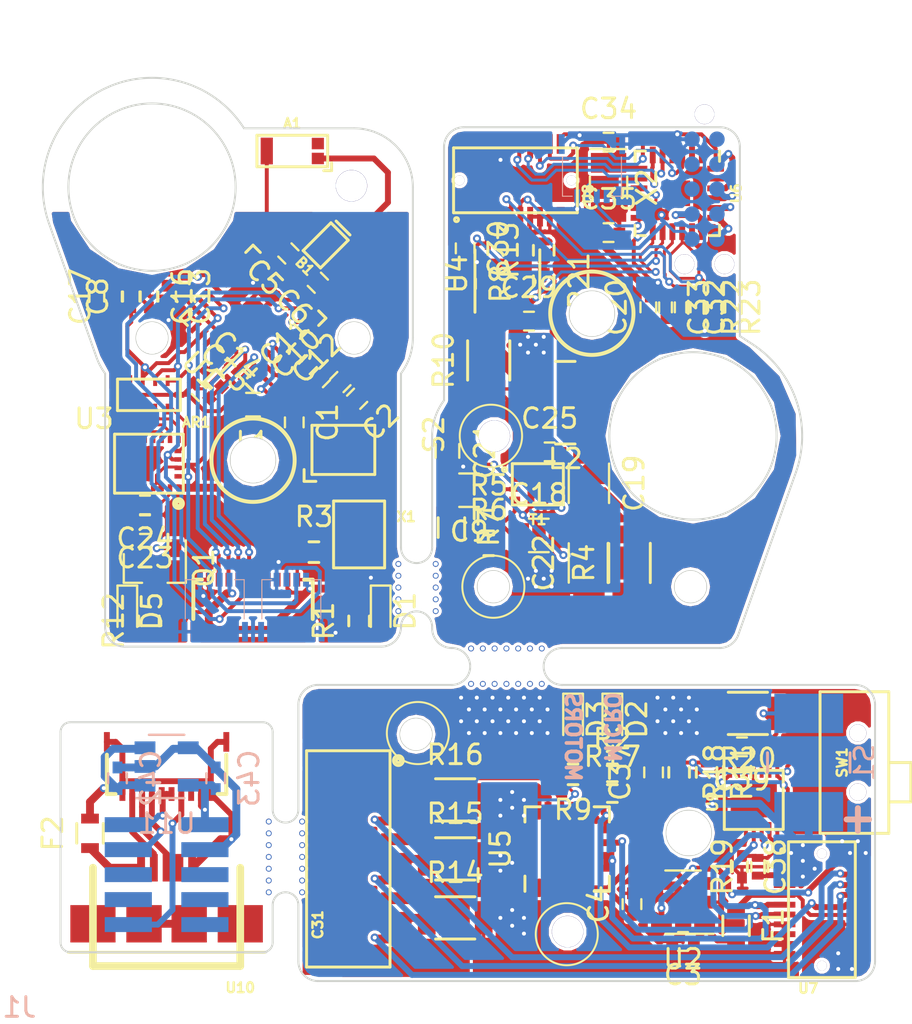
<source format=kicad_pcb>
(kicad_pcb (version 4) (host pcbnew 4.0.4-stable)
  (layers (0 F.Cu signal) (31 B.Cu signal) (34 B.Paste user) (35 F.Paste user) (36 B.SilkS user) (37 F.SilkS user) (38 B.Mask user) (39 F.Mask user) (44 Edge.Cuts user))
  (net 0 "")
  (net 1 "Net-(AR1-Pad1)")
  (net 2 "Net-(AR1-Pad2)")
  (net 3 "Net-(AR1-Pad3)")
  (net 4 "Net-(AR1-Pad4)")
  (net 5 RESET)
  (net 6 "Net-(AR1-Pad8)")
  (net 7 +3V3)
  (net 8 GND)
  (net 9 PA24/USBDM)
  (net 10 PA25/USBDP)
  (net 11 SWCLK)
  (net 12 SWDIO)
  (net 13 "Net-(R3-Pad2)")
  (net 14 XIN)
  (net 15 XOUT)
  (net 16 VDDANA)
  (net 17 AVDD)
  (net 18 "Net-(U1-Pad7)")
  (net 19 "Net-(U1-Pad8)")
  (net 20 SDA_LV)
  (net 21 SCL_LV)
  (net 22 RFP)
  (net 23 RFN)
  (net 24 "Net-(U1-Pad15)")
  (net 25 "Net-(U1-Pad16)")
  (net 26 "Net-(U1-Pad17)")
  (net 27 BLINK)
  (net 28 "Net-(U1-Pad19)")
  (net 29 "Net-(U1-Pad20)")
  (net 30 DVDD)
  (net 31 "Net-(U1-Pad25)")
  (net 32 "Net-(U1-Pad27)")
  (net 33 "Net-(U1-Pad28)")
  (net 34 VDDCORE)
  (net 35 "Net-(U3-Pad13)")
  (net 36 "Net-(U3-Pad12)")
  (net 37 "Net-(U3-Pad11)")
  (net 38 "Net-(U3-Pad10)")
  (net 39 "Net-(U3-Pad9)")
  (net 40 "Net-(C24-Pad1)")
  (net 41 "Net-(C23-Pad1)")
  (net 42 MOTSIG2)
  (net 43 ~FAULT~)
  (net 44 EN)
  (net 45 MOTSIG0)
  (net 46 MOTSIG1)
  (net 47 "Net-(B1-Pad3)")
  (net 48 "Net-(B1-Pad4)")
  (net 49 "Net-(A1-Pad1)")
  (net 50 "Net-(A1-Pad2)")
  (net 51 "Net-(R10-Pad1)")
  (net 52 "Net-(C21-Pad1)")
  (net 53 "Net-(R6-Pad1)")
  (net 54 "Net-(C18-Pad1)")
  (net 55 "Net-(R4-Pad2)")
  (net 56 "Net-(C25-Pad2)")
  (net 57 "Net-(C25-Pad1)")
  (net 58 "Net-(R13-Pad2)")
  (net 59 VMOT2)
  (net 60 "Net-(U5-Pad9)")
  (net 61 "Net-(U5-Pad10)")
  (net 62 VMOT0)
  (net 63 "Net-(U5-Pad13)")
  (net 64 VMOT1)
  (net 65 "Net-(U5-Pad16)")
  (net 66 BB_GND)
  (net 67 BBMOTSIG0)
  (net 68 BBMOTSIG1)
  (net 69 BBMOTSIG2)
  (net 70 PB_GND)
  (net 71 PB_RESET)
  (net 72 PB_USBDM)
  (net 73 PB_USBDP)
  (net 74 PB_SWCLK)
  (net 75 PB_SWDIO)
  (net 76 "Net-(U6-Pad1)")
  (net 77 "Net-(U6-Pad2)")
  (net 78 "Net-(C34-Pad2)")
  (net 79 "Net-(C35-Pad2)")
  (net 80 "Net-(U6-Pad9)")
  (net 81 "Net-(U6-Pad10)")
  (net 82 PB_SDA0)
  (net 83 PB_SCL0)
  (net 84 PB_SDA1)
  (net 85 PB_SCL1)
  (net 86 "Net-(U6-Pad17)")
  (net 87 "Net-(C9-Pad1)")
  (net 88 "Net-(C3-Pad1)")
  (net 89 PB_3V3)
  (net 90 "Net-(C22-Pad1)")
  (net 91 "Net-(C28-Pad8)")
  (net 92 PB_V_MOT_UNSENSE)
  (net 93 BB_SCL)
  (net 94 BB_SDA)
  (net 95 BB_WARN)
  (net 96 PB_WARN)
  (net 97 "Net-(R11-Pad1)")
  (net 98 BB_VBATT)
  (net 99 BB_V_MOT_UNSENSE)
  (net 100 "Net-(SW1-Pad3)")
  (net 101 BB_3v3EN)
  (net 102 "Net-(C38-Pad1)")
  (net 103 "Net-(R20-Pad1)")
  (net 104 "Net-(U9-Pad8)")
  (net 105 "Net-(U9-Pad9)")
  (net 106 "Net-(U9-Pad10)")
  (net 107 "Net-(U9-Pad14)")
  (net 108 "Net-(C39-Pad1)")
  (net 109 BB_3V3)
  (net 110 PB_VBATT)
  (net 111 PB_VRAW)
  (net 112 "Net-(C36-Pad8)")
  (net 113 "Net-(D5-Pad2)")
  (net 114 "Net-(D5-Pad1)")
  (net 115 UB_GND)
  (net 116 "Net-(C41-Pad9)")
  (net 117 "Net-(C41-Pad8)")
  (net 118 UB_SWCLK)
  (net 119 UB_3V3)
  (net 120 "Net-(C41-Pad3)")
  (net 121 UB_RESET)
  (net 122 UB_SWDIO)
  (net 123 "Net-(C42-Pad1)")
  (net 124 "Net-(F2-Pad1)")
  (net 125 "Net-(U10-Pad4)")
  (net 126 "Net-(U10-Pad6)")
  (net 127 "Net-(C36-Pad9)")
  (net 128 "Net-(C36-Pad1)")
  (net 129 "Net-(D1-Pad2)")
  (net 130 "Net-(D2-Pad2)")
  (net 131 "Net-(D3-Pad2)")
  (module 0.0625hole (layer F.Cu) (at 106.979288 133.188885)
    (fp_text reference REF** hide)
    (fp_text value BreakawayHole hide)
    (pad "" np_thru_hole circle (at 0.036087 0.008552 180) (size 1.6 1.6) (drill 1.5875) (layers *.Cu *.Mask))
  )
  (module 0.0625hole (layer F.Cu) (at 103.248087 107.987752)
    (fp_text reference REF** hide)
    (fp_text value BreakawayHole hide)
    (pad "" np_thru_hole circle (at 0.036087 0.008552 180) (size 1.6 1.6) (drill 1.5875) (layers *.Cu *.Mask))
  )
  (module 0.0625hole (layer F.Cu) (at 96.006942 95.337752)
    (fp_text reference REF** hide)
    (fp_text value BreakawayHole hide)
    (pad "" np_thru_hole circle (at 0.003942 -0.071448 180) (size 1.6 1.6) (drill 1.5875) (layers *.Cu *.Mask))
  )
  (module _CSL:stitchingVia (layer F.Cu) (at 92.3 114.4 180)
    (fp_text reference REF** hide)
    (fp_text value stitchingVia hide)
    (pad 1 thru_hole circle (at 0 0 180) (size 0.4064 0.4064) (drill 0.2032) (layers *.Cu) (net 8 GND))
  )
  (module _CSL:stitchingVia (layer F.Cu) (at 95.2 118 180)
    (fp_text reference REF** hide)
    (fp_text value stitchingVia hide)
    (pad 1 thru_hole circle (at 0 0 180) (size 0.4064 0.4064) (drill 0.2032) (layers *.Cu) (net 8 GND))
  )
  (module _CSL:stitchingVia (layer F.Cu) (at 86.7 102.1 180)
    (fp_text reference REF** hide)
    (fp_text value stitchingVia hide)
    (pad 1 thru_hole circle (at 0 0 180) (size 0.4064 0.4064) (drill 0.2032) (layers *.Cu) (net 8 GND))
  )
  (module _CSL:stitchingVia (layer F.Cu) (at 91 100.2 180)
    (fp_text reference REF** hide)
    (fp_text value stitchingVia hide)
    (pad 1 thru_hole circle (at 0 0 180) (size 0.4064 0.4064) (drill 0.2032) (layers *.Cu) (net 8 GND))
  )
  (module _CSL:stitchingVia (layer F.Cu) (at 97 115.2 180)
    (fp_text reference REF** hide)
    (fp_text value stitchingVia hide)
    (pad 1 thru_hole circle (at 0 0 180) (size 0.4064 0.4064) (drill 0.2032) (layers *.Cu) (net 8 GND))
  )
  (module _CSL:BreakawayHole (layer F.Cu) (at 93.5 130 180)
    (fp_text reference REF** hide)
    (fp_text value BreakawayHole hide)
    (pad "" np_thru_hole circle (at 0 0 180) (size 0.3 0.3) (drill 0.2032) (layers *.Cu *.Mask))
  )
  (module _CSL:BreakawayHole (layer F.Cu) (at 93.499999 127.6 180)
    (fp_text reference REF** hide)
    (fp_text value BreakawayHole hide)
    (pad "" np_thru_hole circle (at 0 0 180) (size 0.3 0.3) (drill 0.2032) (layers *.Cu *.Mask))
  )
  (module _CSL:BreakawayHole (layer F.Cu) (at 93.5 129.4 180)
    (fp_text reference REF** hide)
    (fp_text value BreakawayHole hide)
    (pad "" np_thru_hole circle (at 0 0 180) (size 0.3 0.3) (drill 0.2032) (layers *.Cu *.Mask))
  )
  (module _CSL:BreakawayHole (layer F.Cu) (at 93.5 131.2 180)
    (fp_text reference REF** hide)
    (fp_text value BreakawayHole hide)
    (pad "" np_thru_hole circle (at 0 0 180) (size 0.3 0.3) (drill 0.2032) (layers *.Cu *.Mask))
  )
  (module _CSL:BreakawayHole (layer F.Cu) (at 93.5 130.6 180)
    (fp_text reference REF** hide)
    (fp_text value BreakawayHole hide)
    (pad "" np_thru_hole circle (at 0 0 180) (size 0.3 0.3) (drill 0.2032) (layers *.Cu *.Mask))
  )
  (module _CSL:BreakawayHole (layer F.Cu) (at 93.5 128.200001 180)
    (fp_text reference REF** hide)
    (fp_text value BreakawayHole hide)
    (pad "" np_thru_hole circle (at 0 0 180) (size 0.3 0.3) (drill 0.2032) (layers *.Cu *.Mask))
  )
  (module _CSL:BreakawayHole (layer F.Cu) (at 93.5 128.8 180)
    (fp_text reference REF** hide)
    (fp_text value BreakawayHole hide)
    (pad "" np_thru_hole circle (at 0 0 180) (size 0.3 0.3) (drill 0.2032) (layers *.Cu *.Mask))
  )
  (module _CSL:BreakawayHole (layer F.Cu) (at 91.8 130 180)
    (fp_text reference REF** hide)
    (fp_text value BreakawayHole hide)
    (pad "" np_thru_hole circle (at 0 0 180) (size 0.3 0.3) (drill 0.2032) (layers *.Cu *.Mask))
  )
  (module _CSL:BreakawayHole (layer F.Cu) (at 91.799999 127.6 180)
    (fp_text reference REF** hide)
    (fp_text value BreakawayHole hide)
    (pad "" np_thru_hole circle (at 0 0 180) (size 0.3 0.3) (drill 0.2032) (layers *.Cu *.Mask))
  )
  (module _CSL:BreakawayHole (layer F.Cu) (at 91.8 129.4 180)
    (fp_text reference REF** hide)
    (fp_text value BreakawayHole hide)
    (pad "" np_thru_hole circle (at 0 0 180) (size 0.3 0.3) (drill 0.2032) (layers *.Cu *.Mask))
  )
  (module _CSL:BreakawayHole (layer F.Cu) (at 91.8 131.2 180)
    (fp_text reference REF** hide)
    (fp_text value BreakawayHole hide)
    (pad "" np_thru_hole circle (at 0 0 180) (size 0.3 0.3) (drill 0.2032) (layers *.Cu *.Mask))
  )
  (module _CSL:BreakawayHole (layer F.Cu) (at 91.8 130.6 180)
    (fp_text reference REF** hide)
    (fp_text value BreakawayHole hide)
    (pad "" np_thru_hole circle (at 0 0 180) (size 0.3 0.3) (drill 0.2032) (layers *.Cu *.Mask))
  )
  (module _CSL:BreakawayHole (layer F.Cu) (at 91.8 128.200001 180)
    (fp_text reference REF** hide)
    (fp_text value BreakawayHole hide)
    (pad "" np_thru_hole circle (at 0 0 180) (size 0.3 0.3) (drill 0.2032) (layers *.Cu *.Mask))
  )
  (module _CSL:BreakawayHole (layer F.Cu) (at 91.8 128.8 180)
    (fp_text reference REF** hide)
    (fp_text value BreakawayHole hide)
    (pad "" np_thru_hole circle (at 0 0 180) (size 0.3 0.3) (drill 0.2032) (layers *.Cu *.Mask))
  )
  (module _CSL:BreakawayHole (layer F.Cu) (at 103.3 120.6 90)
    (fp_text reference REF** hide)
    (fp_text value BreakawayHole hide)
    (pad "" np_thru_hole circle (at 0 0 90) (size 0.3 0.3) (drill 0.2032) (layers *.Cu *.Mask))
  )
  (module _CSL:BreakawayHole (layer F.Cu) (at 105.7 120.6 90)
    (fp_text reference REF** hide)
    (fp_text value BreakawayHole hide)
    (pad "" np_thru_hole circle (at 0 0 90) (size 0.3 0.3) (drill 0.2032) (layers *.Cu *.Mask))
  )
  (module _CSL:BreakawayHole (layer F.Cu) (at 103.9 120.6 90)
    (fp_text reference REF** hide)
    (fp_text value BreakawayHole hide)
    (pad "" np_thru_hole circle (at 0 0 90) (size 0.3 0.3) (drill 0.2032) (layers *.Cu *.Mask))
  )
  (module _CSL:BreakawayHole (layer F.Cu) (at 102.1 120.6 90)
    (fp_text reference REF** hide)
    (fp_text value BreakawayHole hide)
    (pad "" np_thru_hole circle (at 0 0 90) (size 0.3 0.3) (drill 0.2032) (layers *.Cu *.Mask))
  )
  (module _CSL:BreakawayHole (layer F.Cu) (at 102.7 120.6 90)
    (fp_text reference REF** hide)
    (fp_text value BreakawayHole hide)
    (pad "" np_thru_hole circle (at 0 0 90) (size 0.3 0.3) (drill 0.2032) (layers *.Cu *.Mask))
  )
  (module _CSL:BreakawayHole (layer F.Cu) (at 105.1 120.6 90)
    (fp_text reference REF** hide)
    (fp_text value BreakawayHole hide)
    (pad "" np_thru_hole circle (at 0 0 90) (size 0.3 0.3) (drill 0.2032) (layers *.Cu *.Mask))
  )
  (module _CSL:BreakawayHole (layer F.Cu) (at 104.5 120.6 90)
    (fp_text reference REF** hide)
    (fp_text value BreakawayHole hide)
    (pad "" np_thru_hole circle (at 0 0 90) (size 0.3 0.3) (drill 0.2032) (layers *.Cu *.Mask))
  )
  (module _CSL:BreakawayHole (layer F.Cu) (at 102.1 118.8 90)
    (fp_text reference REF** hide)
    (fp_text value BreakawayHole hide)
    (pad "" np_thru_hole circle (at 0 0 90) (size 0.3 0.3) (drill 0.2032) (layers *.Cu *.Mask))
  )
  (module _CSL:BreakawayHole (layer F.Cu) (at 102.7 118.8 90)
    (fp_text reference REF** hide)
    (fp_text value BreakawayHole hide)
    (pad "" np_thru_hole circle (at 0 0 90) (size 0.3 0.3) (drill 0.2032) (layers *.Cu *.Mask))
  )
  (module _CSL:BreakawayHole (layer F.Cu) (at 105.7 118.8 90)
    (fp_text reference REF** hide)
    (fp_text value BreakawayHole hide)
    (pad "" np_thru_hole circle (at 0 0 90) (size 0.3 0.3) (drill 0.2032) (layers *.Cu *.Mask))
  )
  (module _CSL:BreakawayHole (layer F.Cu) (at 103.3 118.8 90)
    (fp_text reference REF** hide)
    (fp_text value BreakawayHole hide)
    (pad "" np_thru_hole circle (at 0 0 90) (size 0.3 0.3) (drill 0.2032) (layers *.Cu *.Mask))
  )
  (module _CSL:BreakawayHole (layer F.Cu) (at 104.5 118.8 90)
    (fp_text reference REF** hide)
    (fp_text value BreakawayHole hide)
    (pad "" np_thru_hole circle (at 0 0 90) (size 0.3 0.3) (drill 0.2032) (layers *.Cu *.Mask))
  )
  (module _CSL:BreakawayHole (layer F.Cu) (at 105.1 118.8 90)
    (fp_text reference REF** hide)
    (fp_text value BreakawayHole hide)
    (pad "" np_thru_hole circle (at 0 0 90) (size 0.3 0.3) (drill 0.2032) (layers *.Cu *.Mask))
  )
  (module _CSL:BreakawayHole (layer F.Cu) (at 103.9 118.8 90)
    (fp_text reference REF** hide)
    (fp_text value BreakawayHole hide)
    (pad "" np_thru_hole circle (at 0 0 90) (size 0.3 0.3) (drill 0.2032) (layers *.Cu *.Mask))
  )
  (module _CSL:BreakawayHole (layer F.Cu) (at 98.4 116.9)
    (fp_text reference REF** hide)
    (fp_text value BreakawayHole hide)
    (pad "" np_thru_hole circle (at 0 0) (size 0.3 0.3) (drill 0.2032) (layers *.Cu *.Mask))
  )
  (module _CSL:BreakawayHole (layer F.Cu) (at 98.4 114.5)
    (fp_text reference REF** hide)
    (fp_text value BreakawayHole hide)
    (pad "" np_thru_hole circle (at 0 0) (size 0.3 0.3) (drill 0.2032) (layers *.Cu *.Mask))
  )
  (module _CSL:BreakawayHole (layer F.Cu) (at 98.4 115.7)
    (fp_text reference REF** hide)
    (fp_text value BreakawayHole hide)
    (pad "" np_thru_hole circle (at 0 0) (size 0.3 0.3) (drill 0.2032) (layers *.Cu *.Mask))
  )
  (module _CSL:BreakawayHole (layer F.Cu) (at 98.4 116.3)
    (fp_text reference REF** hide)
    (fp_text value BreakawayHole hide)
    (pad "" np_thru_hole circle (at 0 0) (size 0.3 0.3) (drill 0.2032) (layers *.Cu *.Mask))
  )
  (module _CSL:BreakawayHole (layer F.Cu) (at 98.4 115.1)
    (fp_text reference REF** hide)
    (fp_text value BreakawayHole hide)
    (pad "" np_thru_hole circle (at 0 0) (size 0.3 0.3) (drill 0.2032) (layers *.Cu *.Mask))
  )
  (module _CSL:BreakawayHole (layer F.Cu) (at 100.3 116.9)
    (fp_text reference REF** hide)
    (fp_text value BreakawayHole hide)
    (pad "" np_thru_hole circle (at 0 0) (size 0.3 0.3) (drill 0.2032) (layers *.Cu *.Mask))
  )
  (module _CSL:BreakawayHole (layer F.Cu) (at 100.3 116.3)
    (fp_text reference REF** hide)
    (fp_text value BreakawayHole hide)
    (pad "" np_thru_hole circle (at 0 0) (size 0.3 0.3) (drill 0.2032) (layers *.Cu *.Mask))
  )
  (module _CSL:BreakawayHole (layer F.Cu) (at 100.3 115.7)
    (fp_text reference REF** hide)
    (fp_text value BreakawayHole hide)
    (pad "" np_thru_hole circle (at 0 0) (size 0.3 0.3) (drill 0.2032) (layers *.Cu *.Mask))
  )
  (module _CSL:BreakawayHole (layer F.Cu) (at 100.3 115.1)
    (fp_text reference REF** hide)
    (fp_text value BreakawayHole hide)
    (pad "" np_thru_hole circle (at 0 0) (size 0.3 0.3) (drill 0.2032) (layers *.Cu *.Mask))
  )
  (module 2-56Hole (layer F.Cu) (at 108.3 101.75)
    (fp_text reference REF** hide)
    (fp_text value BreakawayHole hide)
    (pad "" np_thru_hole circle (at -0.045413 0.021102 180) (size 2.26 2.26) (drill 2.26) (layers *.Cu *.Mask))
  )
  (module 0.0625hole (layer F.Cu) (at 113.263913 115.641448)
    (fp_text reference REF** hide)
    (fp_text value BreakawayHole hide)
    (pad "" np_thru_hole circle (at 0.009174 0.017104 180) (size 1.6 1.6) (drill 1.5875) (layers *.Cu *.Mask))
  )
  (module 0.0625hole (layer F.Cu) (at 103.2 115.65)
    (fp_text reference REF** hide)
    (fp_text value BreakawayHole hide)
    (pad "" np_thru_hole circle (at 0.036087 0.008552 180) (size 1.6 1.6) (drill 1.5875) (layers *.Cu *.Mask))
  )
  (module _Fab_Footprint:QFN-32-1EP_5x5mm_Pitch0.5mm (layer F.Cu) (at 91 102 135)
    (fp_text reference U1 (at 0 -3.75 135) (layer F.SilkS))
    (fp_text value SAMR21E)
    (pad 1 smd rect (at -2.4 -1.75 135) (size 0.7 0.25) (layers F.Cu F.Paste F.Mask) (net 14 XIN))
    (pad 2 smd rect (at -2.4 -1.25 135) (size 0.7 0.25) (layers F.Cu F.Paste F.Mask) (net 15 XOUT))
    (pad 3 smd rect (at -2.4 -0.75 135) (size 0.7 0.25) (layers F.Cu F.Paste F.Mask) (net 8 GND))
    (pad 4 smd rect (at -2.4 -0.25 135) (size 0.7 0.25) (layers F.Cu F.Paste F.Mask) (net 16 VDDANA))
    (pad 5 smd rect (at -2.4 0.25 135) (size 0.7 0.25) (layers F.Cu F.Paste F.Mask) (net 17 AVDD))
    (pad 6 smd rect (at -2.4 0.75 135) (size 0.7 0.25) (layers F.Cu F.Paste F.Mask) (net 8 GND))
    (pad 7 smd rect (at -2.4 1.25 135) (size 0.7 0.25) (layers F.Cu F.Paste F.Mask) (net 18 "Net-(U1-Pad7)"))
    (pad 8 smd rect (at -2.4 1.75 135) (size 0.7 0.25) (layers F.Cu F.Paste F.Mask) (net 19 "Net-(U1-Pad8)"))
    (pad 9 smd rect (at -1.75 2.4 225) (size 0.7 0.25) (layers F.Cu F.Paste F.Mask) (net 20 SDA_LV))
    (pad 10 smd rect (at -1.25 2.4 225) (size 0.7 0.25) (layers F.Cu F.Paste F.Mask) (net 21 SCL_LV))
    (pad 11 smd rect (at -0.75 2.4 225) (size 0.7 0.25) (layers F.Cu F.Paste F.Mask) (net 8 GND))
    (pad 12 smd rect (at -0.25 2.4 225) (size 0.7 0.25) (layers F.Cu F.Paste F.Mask) (net 22 RFP))
    (pad 13 smd rect (at 0.25 2.4 225) (size 0.7 0.25) (layers F.Cu F.Paste F.Mask) (net 23 RFN))
    (pad 14 smd rect (at 0.75 2.4 225) (size 0.7 0.25) (layers F.Cu F.Paste F.Mask) (net 8 GND))
    (pad 15 smd rect (at 1.25 2.4 225) (size 0.7 0.25) (layers F.Cu F.Paste F.Mask) (net 24 "Net-(U1-Pad15)"))
    (pad 16 smd rect (at 1.75 2.4 225) (size 0.7 0.25) (layers F.Cu F.Paste F.Mask) (net 25 "Net-(U1-Pad16)"))
    (pad 17 smd rect (at 2.4 1.75 135) (size 0.7 0.25) (layers F.Cu F.Paste F.Mask) (net 26 "Net-(U1-Pad17)"))
    (pad 18 smd rect (at 2.4 1.25 135) (size 0.7 0.25) (layers F.Cu F.Paste F.Mask) (net 27 BLINK))
    (pad 19 smd rect (at 2.4 0.75 135) (size 0.7 0.25) (layers F.Cu F.Paste F.Mask) (net 28 "Net-(U1-Pad19)"))
    (pad 20 smd rect (at 2.4 0.25 135) (size 0.7 0.25) (layers F.Cu F.Paste F.Mask) (net 29 "Net-(U1-Pad20)"))
    (pad 21 smd rect (at 2.4 -0.25 135) (size 0.7 0.25) (layers F.Cu F.Paste F.Mask) (net 30 DVDD))
    (pad 22 smd rect (at 2.4 -0.75 135) (size 0.7 0.25) (layers F.Cu F.Paste F.Mask) (net 9 PA24/USBDM))
    (pad 23 smd rect (at 2.4 -1.25 135) (size 0.7 0.25) (layers F.Cu F.Paste F.Mask) (net 10 PA25/USBDP))
    (pad 24 smd rect (at 2.4 -1.75 135) (size 0.7 0.25) (layers F.Cu F.Paste F.Mask) (net 7 +3V3))
    (pad 25 smd rect (at 1.75 -2.4 225) (size 0.7 0.25) (layers F.Cu F.Paste F.Mask) (net 31 "Net-(U1-Pad25)"))
    (pad 26 smd rect (at 1.25 -2.4 225) (size 0.7 0.25) (layers F.Cu F.Paste F.Mask) (net 5 RESET))
    (pad 27 smd rect (at 0.75 -2.4 225) (size 0.7 0.25) (layers F.Cu F.Paste F.Mask) (net 32 "Net-(U1-Pad27)"))
    (pad 28 smd rect (at 0.25 -2.4 225) (size 0.7 0.25) (layers F.Cu F.Paste F.Mask) (net 33 "Net-(U1-Pad28)"))
    (pad 29 smd rect (at -0.25 -2.4 225) (size 0.7 0.25) (layers F.Cu F.Paste F.Mask) (net 34 VDDCORE))
    (pad 30 smd rect (at -0.75 -2.4 225) (size 0.7 0.25) (layers F.Cu F.Paste F.Mask) (net 7 +3V3))
    (pad 31 smd rect (at -1.25 -2.4 225) (size 0.7 0.25) (layers F.Cu F.Paste F.Mask) (net 11 SWCLK))
    (pad 32 smd rect (at -1.75 -2.4 225) (size 0.7 0.25) (layers F.Cu F.Paste F.Mask) (net 12 SWDIO))
    (pad 33 smd rect (at 0 0 135) (size 1.725 1.725) (layers F.Cu F.Paste F.Mask) (net 8 GND))
  )
  (module 2-56Hole (layer F.Cu) (at 91 109.2)
    (fp_text reference REF** hide)
    (fp_text value BreakawayHole hide)
    (pad "" np_thru_hole circle (at 0.000442 0.025202 180) (size 2.26 2.26) (drill 2.26) (layers *.Cu *.Mask))
  )
  (module 0.0625hole (layer F.Cu) (at 85.86 103.08)
    (fp_text reference REF** hide)
    (fp_text value BreakawayHole hide)
    (pad "" np_thru_hole circle (at -0.003058 -0.071448 180) (size 1.6 1.6) (drill 1.5875) (layers *.Cu *.Mask))
  )
  (module 0.0625hole (layer F.Cu) (at 96.14 103.08)
    (fp_text reference REF** hide)
    (fp_text value BreakawayHole hide)
    (pad "" np_thru_hole circle (at 0.003942 -0.071448 180) (size 1.6 1.6) (drill 1.5875) (layers *.Cu *.Mask))
  )
  (module _CSL:stitchingVia (layer F.Cu) (at 105 115.25)
    (fp_text reference REF** hide)
    (fp_text value stitchingVia hide)
    (pad 1 thru_hole circle (at 0 0) (size 0.4064 0.4064) (drill 0.2032) (layers *.Cu) (net 90 "Net-(C22-Pad1)"))
  )
  (module _CSL:stitchingVia (layer F.Cu) (at 105.4 115.65)
    (fp_text reference REF** hide)
    (fp_text value stitchingVia hide)
    (pad 1 thru_hole circle (at 0 0) (size 0.4064 0.4064) (drill 0.2032) (layers *.Cu) (net 90 "Net-(C22-Pad1)"))
  )
  (module _CSL:stitchingVia (layer F.Cu) (at 105.4 114.85)
    (fp_text reference REF** hide)
    (fp_text value stitchingVia hide)
    (pad 1 thru_hole circle (at 0 0) (size 0.4064 0.4064) (drill 0.2032) (layers *.Cu) (net 90 "Net-(C22-Pad1)"))
  )
  (module _CSL:stitchingVia (layer F.Cu) (at 105.8 115.25)
    (fp_text reference REF** hide)
    (fp_text value stitchingVia hide)
    (pad 1 thru_hole circle (at 0 0) (size 0.4064 0.4064) (drill 0.2032) (layers *.Cu) (net 90 "Net-(C22-Pad1)"))
  )
  (module _CSL:stitchingVia (layer F.Cu) (at 106.2 115.65)
    (fp_text reference REF** hide)
    (fp_text value stitchingVia hide)
    (pad 1 thru_hole circle (at 0 0) (size 0.4064 0.4064) (drill 0.2032) (layers *.Cu) (net 90 "Net-(C22-Pad1)"))
  )
  (module _CSL:stitchingVia (layer F.Cu) (at 106.2 114.85)
    (fp_text reference REF** hide)
    (fp_text value stitchingVia hide)
    (pad 1 thru_hole circle (at 0 0) (size 0.4064 0.4064) (drill 0.2032) (layers *.Cu) (net 90 "Net-(C22-Pad1)"))
  )
  (module _CSL:stitchingVia (layer F.Cu) (at 104.6 103.35)
    (fp_text reference REF** hide)
    (fp_text value stitchingVia hide)
    (pad 1 thru_hole circle (at 0 0) (size 0.4064 0.4064) (drill 0.2032) (layers *.Cu) (net 90 "Net-(C22-Pad1)"))
  )
  (module _CSL:stitchingVia (layer F.Cu) (at 105 103.75)
    (fp_text reference REF** hide)
    (fp_text value stitchingVia hide)
    (pad 1 thru_hole circle (at 0 0) (size 0.4064 0.4064) (drill 0.2032) (layers *.Cu) (net 90 "Net-(C22-Pad1)"))
  )
  (module _CSL:stitchingVia (layer F.Cu) (at 105 102.95)
    (fp_text reference REF** hide)
    (fp_text value stitchingVia hide)
    (pad 1 thru_hole circle (at 0 0) (size 0.4064 0.4064) (drill 0.2032) (layers *.Cu) (net 90 "Net-(C22-Pad1)"))
  )
  (module _CSL:stitchingVia (layer F.Cu) (at 105.4 103.35)
    (fp_text reference REF** hide)
    (fp_text value stitchingVia hide)
    (pad 1 thru_hole circle (at 0 0) (size 0.4064 0.4064) (drill 0.2032) (layers *.Cu) (net 90 "Net-(C22-Pad1)"))
  )
  (module _CSL:stitchingVia (layer F.Cu) (at 105.8 103.75)
    (fp_text reference REF** hide)
    (fp_text value stitchingVia hide)
    (pad 1 thru_hole circle (at 0 0) (size 0.4064 0.4064) (drill 0.2032) (layers *.Cu) (net 90 "Net-(C22-Pad1)"))
  )
  (module _CSL:stitchingVia (layer F.Cu) (at 105.8 102.95)
    (fp_text reference REF** hide)
    (fp_text value stitchingVia hide)
    (pad 1 thru_hole circle (at 0 0) (size 0.4064 0.4064) (drill 0.2032) (layers *.Cu) (net 90 "Net-(C22-Pad1)"))
  )
  (module _CSL:QFN-24-1SMEP_4x4mm_Pitch0.5mm (layer F.Cu) (at 112.6 95.65 270)
    (fp_text reference U6 (at 0 -3 270) (layer F.SilkS) (effects (font (size 0.5 0.5) (thickness 0.125))))
    (fp_text value ATSAMD11D14A-M)
    (pad 1 smd rect (at -1.95 -1.25 270) (size 0.85 0.3) (layers F.Cu F.Paste F.Mask) (net 76 "Net-(U6-Pad1)"))
    (pad 2 smd rect (at -1.95 -0.75 270) (size 0.85 0.3) (layers F.Cu F.Paste F.Mask) (net 77 "Net-(U6-Pad2)"))
    (pad 3 smd rect (at -1.95 -0.25 270) (size 0.85 0.3) (layers F.Cu F.Paste F.Mask) (net 45 MOTSIG0))
    (pad 4 smd rect (at -1.95 0.25 270) (size 0.85 0.3) (layers F.Cu F.Paste F.Mask) (net 46 MOTSIG1))
    (pad 5 smd rect (at -1.95 0.75 270) (size 0.85 0.3) (layers F.Cu F.Paste F.Mask) (net 42 MOTSIG2))
    (pad 6 smd rect (at -1.95 1.25 270) (size 0.85 0.3) (layers F.Cu F.Paste F.Mask) (net 96 PB_WARN))
    (pad 7 smd rect (at -1.25 1.95) (size 0.85 0.3) (layers F.Cu F.Paste F.Mask) (net 78 "Net-(C34-Pad2)"))
    (pad 8 smd rect (at -0.75 1.95) (size 0.85 0.3) (layers F.Cu F.Paste F.Mask) (net 79 "Net-(C35-Pad2)"))
    (pad 9 smd rect (at -0.25 1.95) (size 0.85 0.3) (layers F.Cu F.Paste F.Mask) (net 80 "Net-(U6-Pad9)"))
    (pad 10 smd rect (at 0.25 1.95) (size 0.85 0.3) (layers F.Cu F.Paste F.Mask) (net 81 "Net-(U6-Pad10)"))
    (pad 11 smd rect (at 0.75 1.95) (size 0.85 0.3) (layers F.Cu F.Paste F.Mask) (net 82 PB_SDA0))
    (pad 12 smd rect (at 1.25 1.95) (size 0.85 0.3) (layers F.Cu F.Paste F.Mask) (net 83 PB_SCL0))
    (pad 13 smd rect (at 1.95 1.25 270) (size 0.85 0.3) (layers F.Cu F.Paste F.Mask) (net 44 EN))
    (pad 14 smd rect (at 1.95 0.75 270) (size 0.85 0.3) (layers F.Cu F.Paste F.Mask) (net 43 ~FAULT~))
    (pad 15 smd rect (at 1.95 0.25 270) (size 0.85 0.3) (layers F.Cu F.Paste F.Mask) (net 84 PB_SDA1))
    (pad 16 smd rect (at 1.95 -0.25 270) (size 0.85 0.3) (layers F.Cu F.Paste F.Mask) (net 85 PB_SCL1))
    (pad 17 smd rect (at 1.95 -0.75 270) (size 0.85 0.3) (layers F.Cu F.Paste F.Mask) (net 86 "Net-(U6-Pad17)"))
    (pad 18 smd rect (at 1.95 -1.25 270) (size 0.85 0.3) (layers F.Cu F.Paste F.Mask) (net 71 PB_RESET))
    (pad 19 smd rect (at 1.25 -1.95) (size 0.85 0.3) (layers F.Cu F.Paste F.Mask) (net 74 PB_SWCLK))
    (pad 20 smd rect (at 0.75 -1.95) (size 0.85 0.3) (layers F.Cu F.Paste F.Mask) (net 75 PB_SWDIO))
    (pad 21 smd rect (at 0.25 -1.95) (size 0.85 0.3) (layers F.Cu F.Paste F.Mask) (net 72 PB_USBDM))
    (pad 22 smd rect (at -0.25 -1.95) (size 0.85 0.3) (layers F.Cu F.Paste F.Mask) (net 73 PB_USBDP))
    (pad 23 smd rect (at -0.75 -1.95) (size 0.85 0.3) (layers F.Cu F.Paste F.Mask) (net 70 PB_GND))
    (pad 24 smd rect (at -1.25 -1.95) (size 0.85 0.3) (layers F.Cu F.Paste F.Mask) (net 89 PB_3V3))
    (pad 25 smd rect (at 0 0 270) (size 1.3 1.3) (layers F.Cu F.Paste F.Mask) (net 70 PB_GND))
  )
  (module _CSL:stitchingVia (layer F.Cu) (at 114 102.65)
    (fp_text reference REF** hide)
    (fp_text value stitchingVia hide)
    (pad 1 thru_hole circle (at 0 0) (size 0.4064 0.4064) (drill 0.2032) (layers *.Cu) (net 89 PB_3V3))
  )
  (module _CSL:stitchingVia (layer F.Cu) (at 101.592858 121.3 180)
    (fp_text reference REF** hide)
    (fp_text value stitchingVia hide)
    (pad 1 thru_hole circle (at 0 0 180) (size 0.4064 0.4064) (drill 0.2032) (layers *.Cu) (net 66 BB_GND))
  )
  (module _CSL:stitchingVia (layer F.Cu) (at 101.592858 122.5 180)
    (fp_text reference REF** hide)
    (fp_text value stitchingVia hide)
    (pad 1 thru_hole circle (at 0 0 180) (size 0.4064 0.4064) (drill 0.2032) (layers *.Cu) (net 66 BB_GND))
  )
  (module _CSL:stitchingVia (layer F.Cu) (at 101.992858 121.9 180)
    (fp_text reference REF** hide)
    (fp_text value stitchingVia hide)
    (pad 1 thru_hole circle (at 0 0 180) (size 0.4064 0.4064) (drill 0.2032) (layers *.Cu) (net 66 BB_GND))
  )
  (module _CSL:stitchingVia (layer F.Cu) (at 101.992858 123.1 180)
    (fp_text reference REF** hide)
    (fp_text value stitchingVia hide)
    (pad 1 thru_hole circle (at 0 0 180) (size 0.4064 0.4064) (drill 0.2032) (layers *.Cu) (net 66 BB_GND))
  )
  (module _CSL:stitchingVia (layer F.Cu) (at 102.392858 122.5 180)
    (fp_text reference REF** hide)
    (fp_text value stitchingVia hide)
    (pad 1 thru_hole circle (at 0 0 180) (size 0.4064 0.4064) (drill 0.2032) (layers *.Cu) (net 66 BB_GND))
  )
  (module _CSL:stitchingVia (layer F.Cu) (at 103.192858 122.5 180)
    (fp_text reference REF** hide)
    (fp_text value stitchingVia hide)
    (pad 1 thru_hole circle (at 0 0 180) (size 0.4064 0.4064) (drill 0.2032) (layers *.Cu) (net 66 BB_GND))
  )
  (module _CSL:stitchingVia (layer F.Cu) (at 103.592858 123.1 180)
    (fp_text reference REF** hide)
    (fp_text value stitchingVia hide)
    (pad 1 thru_hole circle (at 0 0 180) (size 0.4064 0.4064) (drill 0.2032) (layers *.Cu) (net 66 BB_GND))
  )
  (module _CSL:stitchingVia (layer F.Cu) (at 102.792858 123.1 180)
    (fp_text reference REF** hide)
    (fp_text value stitchingVia hide)
    (pad 1 thru_hole circle (at 0 0 180) (size 0.4064 0.4064) (drill 0.2032) (layers *.Cu) (net 66 BB_GND))
  )
  (module _CSL:stitchingVia (layer F.Cu) (at 102.392858 121.3 180)
    (fp_text reference REF** hide)
    (fp_text value stitchingVia hide)
    (pad 1 thru_hole circle (at 0 0 180) (size 0.4064 0.4064) (drill 0.2032) (layers *.Cu) (net 66 BB_GND))
  )
  (module _CSL:stitchingVia (layer F.Cu) (at 103.592858 121.9 180)
    (fp_text reference REF** hide)
    (fp_text value stitchingVia hide)
    (pad 1 thru_hole circle (at 0 0 180) (size 0.4064 0.4064) (drill 0.2032) (layers *.Cu) (net 66 BB_GND))
  )
  (module _CSL:stitchingVia (layer F.Cu) (at 103.192858 121.3 180)
    (fp_text reference REF** hide)
    (fp_text value stitchingVia hide)
    (pad 1 thru_hole circle (at 0 0 180) (size 0.4064 0.4064) (drill 0.2032) (layers *.Cu) (net 66 BB_GND))
  )
  (module _CSL:stitchingVia (layer F.Cu) (at 102.792858 121.9 180)
    (fp_text reference REF** hide)
    (fp_text value stitchingVia hide)
    (pad 1 thru_hole circle (at 0 0 180) (size 0.4064 0.4064) (drill 0.2032) (layers *.Cu) (net 66 BB_GND))
  )
  (module _CSL:stitchingVia (layer F.Cu) (at 103.992858 121.3 180)
    (fp_text reference REF** hide)
    (fp_text value stitchingVia hide)
    (pad 1 thru_hole circle (at 0 0 180) (size 0.4064 0.4064) (drill 0.2032) (layers *.Cu) (net 66 BB_GND))
  )
  (module _CSL:stitchingVia (layer F.Cu) (at 103.992858 122.5 180)
    (fp_text reference REF** hide)
    (fp_text value stitchingVia hide)
    (pad 1 thru_hole circle (at 0 0 180) (size 0.4064 0.4064) (drill 0.2032) (layers *.Cu) (net 66 BB_GND))
  )
  (module _CSL:stitchingVia (layer F.Cu) (at 104.392858 121.9 180)
    (fp_text reference REF** hide)
    (fp_text value stitchingVia hide)
    (pad 1 thru_hole circle (at 0 0 180) (size 0.4064 0.4064) (drill 0.2032) (layers *.Cu) (net 66 BB_GND))
  )
  (module _CSL:stitchingVia (layer F.Cu) (at 104.392858 123.1 180)
    (fp_text reference REF** hide)
    (fp_text value stitchingVia hide)
    (pad 1 thru_hole circle (at 0 0 180) (size 0.4064 0.4064) (drill 0.2032) (layers *.Cu) (net 66 BB_GND))
  )
  (module _CSL:stitchingVia (layer F.Cu) (at 104.792858 122.5 180)
    (fp_text reference REF** hide)
    (fp_text value stitchingVia hide)
    (pad 1 thru_hole circle (at 0 0 180) (size 0.4064 0.4064) (drill 0.2032) (layers *.Cu) (net 66 BB_GND))
  )
  (module _CSL:stitchingVia (layer F.Cu) (at 105.592858 122.5 180)
    (fp_text reference REF** hide)
    (fp_text value stitchingVia hide)
    (pad 1 thru_hole circle (at 0 0 180) (size 0.4064 0.4064) (drill 0.2032) (layers *.Cu) (net 66 BB_GND))
  )
  (module _CSL:stitchingVia (layer F.Cu) (at 105.992858 123.1 180)
    (fp_text reference REF** hide)
    (fp_text value stitchingVia hide)
    (pad 1 thru_hole circle (at 0 0 180) (size 0.4064 0.4064) (drill 0.2032) (layers *.Cu) (net 66 BB_GND))
  )
  (module _CSL:stitchingVia (layer F.Cu) (at 105.192858 123.1 180)
    (fp_text reference REF** hide)
    (fp_text value stitchingVia hide)
    (pad 1 thru_hole circle (at 0 0 180) (size 0.4064 0.4064) (drill 0.2032) (layers *.Cu) (net 66 BB_GND))
  )
  (module _CSL:stitchingVia (layer F.Cu) (at 104.792858 121.3 180)
    (fp_text reference REF** hide)
    (fp_text value stitchingVia hide)
    (pad 1 thru_hole circle (at 0 0 180) (size 0.4064 0.4064) (drill 0.2032) (layers *.Cu) (net 66 BB_GND))
  )
  (module _CSL:stitchingVia (layer F.Cu) (at 105.992858 121.9 180)
    (fp_text reference REF** hide)
    (fp_text value stitchingVia hide)
    (pad 1 thru_hole circle (at 0 0 180) (size 0.4064 0.4064) (drill 0.2032) (layers *.Cu) (net 66 BB_GND))
  )
  (module _CSL:stitchingVia (layer F.Cu) (at 105.592858 121.3 180)
    (fp_text reference REF** hide)
    (fp_text value stitchingVia hide)
    (pad 1 thru_hole circle (at 0 0 180) (size 0.4064 0.4064) (drill 0.2032) (layers *.Cu) (net 66 BB_GND))
  )
  (module _CSL:stitchingVia (layer F.Cu) (at 105.192858 121.9 180)
    (fp_text reference REF** hide)
    (fp_text value stitchingVia hide)
    (pad 1 thru_hole circle (at 0 0 180) (size 0.4064 0.4064) (drill 0.2032) (layers *.Cu) (net 66 BB_GND))
  )
  (module _CSL:stitchingVia (layer F.Cu) (at 111.992858 123.1 180)
    (fp_text reference REF** hide)
    (fp_text value stitchingVia hide)
    (pad 1 thru_hole circle (at 0 0 180) (size 0.4064 0.4064) (drill 0.2032) (layers *.Cu) (net 66 BB_GND))
  )
  (module _CSL:stitchingVia (layer F.Cu) (at 111.592858 122.5 180)
    (fp_text reference REF** hide)
    (fp_text value stitchingVia hide)
    (pad 1 thru_hole circle (at 0 0 180) (size 0.4064 0.4064) (drill 0.2032) (layers *.Cu) (net 66 BB_GND))
  )
  (module _CSL:stitchingVia (layer F.Cu) (at 111.992858 121.9 180)
    (fp_text reference REF** hide)
    (fp_text value stitchingVia hide)
    (pad 1 thru_hole circle (at 0 0 180) (size 0.4064 0.4064) (drill 0.2032) (layers *.Cu) (net 66 BB_GND))
  )
  (module _CSL:stitchingVia (layer F.Cu) (at 111.592858 121.3 180)
    (fp_text reference REF** hide)
    (fp_text value stitchingVia hide)
    (pad 1 thru_hole circle (at 0 0 180) (size 0.4064 0.4064) (drill 0.2032) (layers *.Cu) (net 66 BB_GND))
  )
  (module _CSL:stitchingVia (layer F.Cu) (at 112.792858 123.1 180)
    (fp_text reference REF** hide)
    (fp_text value stitchingVia hide)
    (pad 1 thru_hole circle (at 0 0 180) (size 0.4064 0.4064) (drill 0.2032) (layers *.Cu) (net 66 BB_GND))
  )
  (module _CSL:stitchingVia (layer F.Cu) (at 113.592858 123.1 180)
    (fp_text reference REF** hide)
    (fp_text value stitchingVia hide)
    (pad 1 thru_hole circle (at 0 0 180) (size 0.4064 0.4064) (drill 0.2032) (layers *.Cu) (net 66 BB_GND))
  )
  (module _CSL:stitchingVia (layer F.Cu) (at 112.392858 122.5 180)
    (fp_text reference REF** hide)
    (fp_text value stitchingVia hide)
    (pad 1 thru_hole circle (at 0 0 180) (size 0.4064 0.4064) (drill 0.2032) (layers *.Cu) (net 66 BB_GND))
  )
  (module _CSL:stitchingVia (layer F.Cu) (at 113.192858 122.5 180)
    (fp_text reference REF** hide)
    (fp_text value stitchingVia hide)
    (pad 1 thru_hole circle (at 0 0 180) (size 0.4064 0.4064) (drill 0.2032) (layers *.Cu) (net 66 BB_GND))
  )
  (module _CSL:stitchingVia (layer F.Cu) (at 112.792858 121.9 180)
    (fp_text reference REF** hide)
    (fp_text value stitchingVia hide)
    (pad 1 thru_hole circle (at 0 0 180) (size 0.4064 0.4064) (drill 0.2032) (layers *.Cu) (net 66 BB_GND))
  )
  (module _CSL:stitchingVia (layer F.Cu) (at 113.592858 121.9 180)
    (fp_text reference REF** hide)
    (fp_text value stitchingVia hide)
    (pad 1 thru_hole circle (at 0 0 180) (size 0.4064 0.4064) (drill 0.2032) (layers *.Cu) (net 66 BB_GND))
  )
  (module _CSL:stitchingVia (layer F.Cu) (at 112.392858 121.3 180)
    (fp_text reference REF** hide)
    (fp_text value stitchingVia hide)
    (pad 1 thru_hole circle (at 0 0 180) (size 0.4064 0.4064) (drill 0.2032) (layers *.Cu) (net 66 BB_GND))
  )
  (module _CSL:stitchingVia (layer F.Cu) (at 113.192858 121.3 180)
    (fp_text reference REF** hide)
    (fp_text value stitchingVia hide)
    (pad 1 thru_hole circle (at 0 0 180) (size 0.4064 0.4064) (drill 0.2032) (layers *.Cu) (net 66 BB_GND))
  )
  (module _CSL:stitchingVia (layer F.Cu) (at 104.792858 133.3 180)
    (fp_text reference REF** hide)
    (fp_text value stitchingVia hide)
    (pad 1 thru_hole circle (at 0 0 180) (size 0.4064 0.4064) (drill 0.2032) (layers *.Cu) (net 99 BB_V_MOT_UNSENSE))
  )
  (module _CSL:stitchingVia (layer F.Cu) (at 104.192858 132.9 180)
    (fp_text reference REF** hide)
    (fp_text value stitchingVia hide)
    (pad 1 thru_hole circle (at 0 0 180) (size 0.4064 0.4064) (drill 0.2032) (layers *.Cu) (net 99 BB_V_MOT_UNSENSE))
  )
  (module _CSL:stitchingVia (layer F.Cu) (at 104.792858 132.5 180)
    (fp_text reference REF** hide)
    (fp_text value stitchingVia hide)
    (pad 1 thru_hole circle (at 0 0 180) (size 0.4064 0.4064) (drill 0.2032) (layers *.Cu) (net 99 BB_V_MOT_UNSENSE))
  )
  (module _CSL:stitchingVia (layer F.Cu) (at 104.192858 132.1 180)
    (fp_text reference REF** hide)
    (fp_text value stitchingVia hide)
    (pad 1 thru_hole circle (at 0 0 180) (size 0.4064 0.4064) (drill 0.2032) (layers *.Cu) (net 99 BB_V_MOT_UNSENSE))
  )
  (module _CSL:stitchingVia (layer F.Cu) (at 104.192858 129.7 180)
    (fp_text reference REF** hide)
    (fp_text value stitchingVia hide)
    (pad 1 thru_hole circle (at 0 0 180) (size 0.4064 0.4064) (drill 0.2032) (layers *.Cu) (net 99 BB_V_MOT_UNSENSE))
  )
  (module _CSL:stitchingVia (layer F.Cu) (at 103.592858 130.1 180)
    (fp_text reference REF** hide)
    (fp_text value stitchingVia hide)
    (pad 1 thru_hole circle (at 0 0 180) (size 0.4064 0.4064) (drill 0.2032) (layers *.Cu) (net 99 BB_V_MOT_UNSENSE))
  )
  (module _CSL:stitchingVia (layer F.Cu) (at 104.792858 127.3 180)
    (fp_text reference REF** hide)
    (fp_text value stitchingVia hide)
    (pad 1 thru_hole circle (at 0 0 180) (size 0.4064 0.4064) (drill 0.2032) (layers *.Cu) (net 99 BB_V_MOT_UNSENSE))
  )
  (module _CSL:stitchingVia (layer F.Cu) (at 104.792858 126.5 180)
    (fp_text reference REF** hide)
    (fp_text value stitchingVia hide)
    (pad 1 thru_hole circle (at 0 0 180) (size 0.4064 0.4064) (drill 0.2032) (layers *.Cu) (net 99 BB_V_MOT_UNSENSE))
  )
  (module _CSL:stitchingVia (layer F.Cu) (at 104.192858 126.1 180)
    (fp_text reference REF** hide)
    (fp_text value stitchingVia hide)
    (pad 1 thru_hole circle (at 0 0 180) (size 0.4064 0.4064) (drill 0.2032) (layers *.Cu) (net 99 BB_V_MOT_UNSENSE))
  )
  (module _CSL:stitchingVia (layer F.Cu) (at 103.592858 127.3 180)
    (fp_text reference REF** hide)
    (fp_text value stitchingVia hide)
    (pad 1 thru_hole circle (at 0 0 180) (size 0.4064 0.4064) (drill 0.2032) (layers *.Cu) (net 99 BB_V_MOT_UNSENSE))
  )
  (module _CSL:stitchingVia (layer F.Cu) (at 104.192858 126.9 180)
    (fp_text reference REF** hide)
    (fp_text value stitchingVia hide)
    (pad 1 thru_hole circle (at 0 0 180) (size 0.4064 0.4064) (drill 0.2032) (layers *.Cu) (net 99 BB_V_MOT_UNSENSE))
  )
  (module _CSL:stitchingVia (layer F.Cu) (at 118.392858 129.2 180)
    (fp_text reference REF** hide)
    (fp_text value stitchingVia hide)
    (pad 1 thru_hole circle (at 0 0 180) (size 0.4064 0.4064) (drill 0.2032) (layers *.Cu) (net 98 BB_VBATT))
  )
  (module _CSL:stitchingVia (layer F.Cu) (at 118.992858 128.8 180)
    (fp_text reference REF** hide)
    (fp_text value stitchingVia hide)
    (pad 1 thru_hole circle (at 0 0 180) (size 0.4064 0.4064) (drill 0.2032) (layers *.Cu) (net 98 BB_VBATT))
  )
  (module _CSL:stitchingVia (layer F.Cu) (at 119.592858 130 180)
    (fp_text reference REF** hide)
    (fp_text value stitchingVia hide)
    (pad 1 thru_hole circle (at 0 0 180) (size 0.4064 0.4064) (drill 0.2032) (layers *.Cu) (net 98 BB_VBATT))
  )
  (module _CSL:stitchingVia (layer F.Cu) (at 118.992858 129.6 180)
    (fp_text reference REF** hide)
    (fp_text value stitchingVia hide)
    (pad 1 thru_hole circle (at 0 0 180) (size 0.4064 0.4064) (drill 0.2032) (layers *.Cu) (net 98 BB_VBATT))
  )
  (module _CSL:stitchingVia (layer F.Cu) (at 118.992858 130.4 180)
    (fp_text reference REF** hide)
    (fp_text value stitchingVia hide)
    (pad 1 thru_hole circle (at 0 0 180) (size 0.4064 0.4064) (drill 0.2032) (layers *.Cu) (net 98 BB_VBATT))
  )
  (module _CSL:stitchingVia (layer F.Cu) (at 120.792858 134.3 180)
    (fp_text reference REF** hide)
    (fp_text value stitchingVia hide)
    (pad 1 thru_hole circle (at 0 0 180) (size 0.4064 0.4064) (drill 0.2032) (layers *.Cu) (net 66 BB_GND))
  )
  (module _CSL:stitchingVia (layer F.Cu) (at 120.792858 135.1 180)
    (fp_text reference REF** hide)
    (fp_text value stitchingVia hide)
    (pad 1 thru_hole circle (at 0 0 180) (size 0.4064 0.4064) (drill 0.2032) (layers *.Cu) (net 66 BB_GND))
  )
  (module _CSL:stitchingVia (layer F.Cu) (at 121.492858 135.1 180)
    (fp_text reference REF** hide)
    (fp_text value stitchingVia hide)
    (pad 1 thru_hole circle (at 0 0 180) (size 0.4064 0.4064) (drill 0.2032) (layers *.Cu) (net 66 BB_GND))
  )
  (module _CSL:stitchingVia (layer F.Cu) (at 120.992858 128.6 180)
    (fp_text reference REF** hide)
    (fp_text value stitchingVia hide)
    (pad 1 thru_hole circle (at 0 0 180) (size 0.4064 0.4064) (drill 0.2032) (layers *.Cu) (net 66 BB_GND))
  )
  (module _CSL:stitchingVia (layer F.Cu) (at 121.792858 128.6 180)
    (fp_text reference REF** hide)
    (fp_text value stitchingVia hide)
    (pad 1 thru_hole circle (at 0 0 180) (size 0.4064 0.4064) (drill 0.2032) (layers *.Cu) (net 66 BB_GND))
  )
  (module _CSL:stitchingVia (layer F.Cu) (at 121.392858 129.2 180)
    (fp_text reference REF** hide)
    (fp_text value stitchingVia hide)
    (pad 1 thru_hole circle (at 0 0 180) (size 0.4064 0.4064) (drill 0.2032) (layers *.Cu) (net 66 BB_GND))
  )
  (module TO_SOT_Packages_SMD:SOT-23-5 (layer F.Cu) (at 112.892858 131.7 180)
    (fp_text reference U2 (at 0 -2.9 180) (layer F.SilkS))
    (fp_text value AP2112K)
    (pad 1 smd rect (at -1.1 -0.95 180) (size 1.06 0.65) (layers F.Cu F.Paste F.Mask) (net 88 "Net-(C3-Pad1)"))
    (pad 2 smd rect (at -1.1 0 180) (size 1.06 0.65) (layers F.Cu F.Paste F.Mask) (net 66 BB_GND))
    (pad 3 smd rect (at -1.1 0.95 180) (size 1.06 0.65) (layers F.Cu F.Paste F.Mask) (net 101 BB_3v3EN))
    (pad 4 smd rect (at 1.1 0.95 180) (size 1.06 0.65) (layers F.Cu F.Paste F.Mask) (net 66 BB_GND))
    (pad 5 smd rect (at 1.1 -0.95 180) (size 1.06 0.65) (layers F.Cu F.Paste F.Mask) (net 109 BB_3V3))
  )
  (module 0.0625hole (layer F.Cu) (at 99.302858 123.17 180)
    (fp_text reference REF** hide)
    (fp_text value BreakawayHole hide)
    (pad "" np_thru_hole circle (at 0.003358 0.006115) (size 1.6 1.6) (drill 1.5875) (layers *.Cu *.Mask))
  )
  (module _CSL:Mezz-20-Plug (layer F.Cu) (at 119.962858 132.08 270)
    (fp_text reference U7 (at 4 0.7 360) (layer F.SilkS) (effects (font (size 0.5 0.5) (thickness 0.125))))
    (fp_text value Mezz-20)
    (pad 1 smd rect (at -2.3 1.9 270) (size 0.4 1.1) (layers F.Cu F.Paste F.Mask) (net 98 BB_VBATT))
    (pad 2 smd rect (at -1.75 1.9 270) (size 0.3 1.1) (layers F.Cu F.Paste F.Mask) (net 98 BB_VBATT))
    (pad 3 smd rect (at -1.25 1.9 270) (size 0.3 1.1) (layers F.Cu F.Paste F.Mask) (net 98 BB_VBATT))
    (pad 4 smd rect (at -0.75 1.9 270) (size 0.3 1.1) (layers F.Cu F.Paste F.Mask) (net 98 BB_VBATT))
    (pad 5 smd rect (at -0.25 1.9 270) (size 0.3 1.1) (layers F.Cu F.Paste F.Mask) (net 93 BB_SCL))
    (pad 6 smd rect (at 0.25 1.9 270) (size 0.3 1.1) (layers F.Cu F.Paste F.Mask) (net 94 BB_SDA))
    (pad 7 smd rect (at 0.75 1.9 270) (size 0.3 1.1) (layers F.Cu F.Paste F.Mask) (net 99 BB_V_MOT_UNSENSE))
    (pad 8 smd rect (at 1.25 1.9 270) (size 0.3 1.1) (layers F.Cu F.Paste F.Mask) (net 99 BB_V_MOT_UNSENSE))
    (pad 9 smd rect (at 1.75 1.9 270) (size 0.3 1.1) (layers F.Cu F.Paste F.Mask) (net 99 BB_V_MOT_UNSENSE))
    (pad 10 smd rect (at 2.3 1.9 270) (size 0.4 1.1) (layers F.Cu F.Paste F.Mask) (net 99 BB_V_MOT_UNSENSE))
    (pad 13 smd rect (at 1.25 -1.9 270) (size 0.3 1.1) (layers F.Cu F.Paste F.Mask) (net 66 BB_GND))
    (pad 12 smd rect (at 1.75 -1.9 270) (size 0.3 1.1) (layers F.Cu F.Paste F.Mask) (net 66 BB_GND))
    (pad 15 smd rect (at 0.25 -1.9 270) (size 0.3 1.1) (layers F.Cu F.Paste F.Mask) (net 98 BB_VBATT))
    (pad 14 smd rect (at 0.75 -1.9 270) (size 0.3 1.1) (layers F.Cu F.Paste F.Mask) (net 66 BB_GND))
    (pad 11 smd rect (at 2.3 -1.9 270) (size 0.4 1.1) (layers F.Cu F.Paste F.Mask) (net 66 BB_GND))
    (pad 18 smd rect (at -1.25 -1.9 270) (size 0.3 1.1) (layers F.Cu F.Paste F.Mask) (net 68 BBMOTSIG1))
    (pad 16 smd rect (at -0.25 -1.9 270) (size 0.3 1.1) (layers F.Cu F.Paste F.Mask) (net 95 BB_WARN))
    (pad 17 smd rect (at -0.75 -1.9 270) (size 0.3 1.1) (layers F.Cu F.Paste F.Mask) (net 69 BBMOTSIG2))
    (pad 19 smd rect (at -1.75 -1.9 270) (size 0.3 1.1) (layers F.Cu F.Paste F.Mask) (net 67 BBMOTSIG0))
    (pad 20 smd rect (at -2.3 -1.9 270) (size 0.4 1.1) (layers F.Cu F.Paste F.Mask) (net 109 BB_3V3))
    (pad "" thru_hole circle (at 2.85 0 270) (size 0.5 0.5) (drill 0.5) (layers *.Cu *.Mask))
    (pad "" thru_hole circle (at -2.85 0 270) (size 0.5 0.5) (drill 0.5) (layers *.Cu *.Mask))
  )
  (module 2-56Hole (layer F.Cu) (at 113.18695 128.182385 180)
    (fp_text reference REF** hide)
    (fp_text value BreakawayHole hide)
    (pad "" np_thru_hole circle (at 0 0) (size 2.26 2.26) (drill 2.26) (layers *.Cu *.Mask))
  )
  (module Inductors:Inductor_Wurth_MAPI-4020 (layer B.Cu) (at 119.292858 124.6 90)
    (fp_text reference S1 (at 0 2.85 90) (layer B.SilkS) (effects (justify mirror)))
    (fp_text value Battery)
    (pad 1 smd rect (at -2.5 0 90) (size 2 3.5) (layers B.Cu B.Paste B.Mask) (net 98 BB_VBATT))
    (pad 2 smd rect (at 2.5 0 90) (size 2 3.5) (layers B.Cu B.Paste B.Mask) (net 103 "Net-(R20-Pad1)"))
  )
  (module Crystals:Crystal_SMD_EuroQuartz_EQ161-2pin_3.2x1.5mm (layer F.Cu) (at 109.1 95.35 270)
    (fp_text reference X2 (at 0 -1.95 270) (layer F.SilkS))
    (fp_text value "FC-135R 32.7680KA-A3")
    (pad 1 smd rect (at -1.25 0 270) (size 1 1.8) (layers F.Cu F.Mask) (net 78 "Net-(C34-Pad2)"))
    (pad 4 smd rect (at 1.25 0 270) (size 1 1.8) (layers F.Cu F.Mask) (net 79 "Net-(C35-Pad2)"))
  )
  (module _CSL:RESARR8BUS-1206 (layer F.Cu) (at 85.7 105.9)
    (fp_text reference AR1 (at 2.4 1.4) (layer F.SilkS) (effects (font (size 0.5 0.5) (thickness 0.125))))
    (fp_text value EXB-D10C103J)
    (pad 1 smd rect (at -0.9525 0.725 180) (size 0.2 0.55) (layers F.Cu F.Paste F.Mask) (net 1 "Net-(AR1-Pad1)"))
    (pad 2 smd rect (at -0.3175 0.725) (size 0.2 0.55) (layers F.Cu F.Paste F.Mask) (net 2 "Net-(AR1-Pad2)"))
    (pad 3 smd rect (at 0.3175 0.725 180) (size 0.2 0.55) (layers F.Cu F.Paste F.Mask) (net 3 "Net-(AR1-Pad3)"))
    (pad 4 smd rect (at 0.9525 0.725 180) (size 0.2 0.55) (layers F.Cu F.Paste F.Mask) (net 4 "Net-(AR1-Pad4)"))
    (pad 5 smd rect (at 0.9525 -0.725 180) (size 0.2 0.55) (layers F.Cu F.Paste F.Mask) (net 21 SCL_LV))
    (pad 6 smd rect (at 0.3175 -0.725 180) (size 0.2 0.55) (layers F.Cu F.Paste F.Mask) (net 20 SDA_LV))
    (pad 7 smd rect (at -0.3175 -0.725 180) (size 0.2 0.55) (layers F.Cu F.Paste F.Mask) (net 5 RESET))
    (pad 8 smd rect (at -0.9525 -0.725 180) (size 0.2 0.55) (layers F.Cu F.Paste F.Mask) (net 6 "Net-(AR1-Pad8)"))
    (pad 9 smd rect (at -1.55 0) (size 0.5 0.3) (layers F.Cu F.Paste F.Mask) (net 7 +3V3))
    (pad 10 smd rect (at 1.55 0 180) (size 0.5 0.3) (layers F.Cu F.Paste F.Mask) (net 7 +3V3))
  )
  (module _Fab_Footprint:WM1386x04-REC (layer B.Cu) (at 89.05 116.7 180)
    (fp_text reference C26)
    (fp_text value WM1386x04)
    (pad 2 smd rect (at -0.25 1.4 180) (size 0.3 0.7) (layers B.Cu B.Mask) (net 21 SCL_LV))
    (pad 1 smd rect (at -0.75 1.4 180) (size 0.3 0.7) (layers B.Cu B.Mask) (net 7 +3V3))
    (pad 3 smd rect (at 0.25 1.4 180) (size 0.3 0.7) (layers B.Cu B.Mask) (net 20 SDA_LV))
    (pad 4 smd rect (at 0.75 1.4 180) (size 0.3 0.7) (layers B.Cu B.Mask) (net 8 GND))
    (pad 5 smd rect (at 1.54 -1.25 180) (size 0.3 1) (layers B.Cu B.Mask) (net 8 GND))
    (pad 5 smd rect (at -1.54 -1.25 180) (size 0.3 1) (layers B.Cu B.Mask) (net 8 GND))
  )
  (module _Fab_Footprint:WM1386x04-REC (layer B.Cu) (at 92.95 116.7 180)
    (fp_text reference C27)
    (fp_text value WM1386x04)
    (pad 2 smd rect (at -0.25 1.4 180) (size 0.3 0.7) (layers B.Cu B.Mask) (net 21 SCL_LV))
    (pad 1 smd rect (at -0.75 1.4 180) (size 0.3 0.7) (layers B.Cu B.Mask) (net 7 +3V3))
    (pad 3 smd rect (at 0.25 1.4 180) (size 0.3 0.7) (layers B.Cu B.Mask) (net 20 SDA_LV))
    (pad 4 smd rect (at 0.75 1.4 180) (size 0.3 0.7) (layers B.Cu B.Mask) (net 8 GND))
    (pad 5 smd rect (at 1.54 -1.25 180) (size 0.3 1) (layers B.Cu B.Mask) (net 8 GND))
    (pad 5 smd rect (at -1.54 -1.25 180) (size 0.3 1) (layers B.Cu B.Mask) (net 8 GND))
  )
  (module _CSL:WM1387x10-REC (layer F.Cu) (at 91 116.7)
    (fp_text reference C28)
    (fp_text value WM1386x10)
    (pad 10 smd rect (at 2.25 -1.4) (size 0.3 0.7) (layers F.Cu F.Mask) (net 8 GND))
    (pad 9 smd rect (at 1.75 -1.4) (size 0.3 0.7) (layers F.Cu F.Mask) (net 7 +3V3))
    (pad 8 smd rect (at 1.25 -1.4) (size 0.3 0.7) (layers F.Cu F.Mask) (net 91 "Net-(C28-Pad8)"))
    (pad 7 smd rect (at 0.75 -1.4) (size 0.3 0.7) (layers F.Cu F.Mask) (net 5 RESET))
    (pad 2 smd rect (at -1.75 -1.4) (size 0.3 0.7) (layers F.Cu F.Mask) (net 9 PA24/USBDM))
    (pad 1 smd rect (at -2.25 -1.4) (size 0.3 0.7) (layers F.Cu F.Mask) (net 8 GND))
    (pad 3 smd rect (at -1.25 -1.4) (size 0.3 0.7) (layers F.Cu F.Mask) (net 10 PA25/USBDP))
    (pad 4 smd rect (at -0.75 -1.4) (size 0.3 0.7) (layers F.Cu F.Mask) (net 11 SWCLK))
    (pad 11 smd rect (at 3.04 1.25) (size 0.3 1) (layers F.Cu F.Mask) (net 8 GND))
    (pad 11 smd rect (at -3.04 1.25) (size 0.3 1) (layers F.Cu F.Mask) (net 8 GND))
    (pad 5 smd rect (at -0.25 -1.4) (size 0.3 0.7) (layers F.Cu F.Mask) (net 12 SWDIO))
    (pad 6 smd rect (at 0.25 -1.4) (size 0.3 0.7) (layers F.Cu F.Mask) (net 12 SWDIO))
  )
  (module Resistors_SMD:R_0603 (layer F.Cu) (at 115.592858 132.9 270)
    (fp_text reference F1 (at 0 -1.9 270) (layer F.SilkS))
    (fp_text value PTC0603)
    (pad 1 smd rect (at -0.75 0 270) (size 0.5 0.9) (layers F.Cu F.Paste F.Mask) (net 98 BB_VBATT))
    (pad 2 smd rect (at 0.75 0 270) (size 0.5 0.9) (layers F.Cu F.Paste F.Mask) (net 88 "Net-(C3-Pad1)"))
  )
  (module _Fab_Footprint:SPST-NO-TL3700 (layer F.Cu) (at 96.4 113 90)
    (fp_text reference S2 (at 5.08 3.81 90) (layer F.SilkS))
    (fp_text value SW_PUSH)
    (pad 1 smd rect (at -1.425 0.9 90) (size 0.75 0.8) (layers F.Cu F.Paste F.Mask) (net 8 GND))
    (pad 2 smd rect (at 1.425 0.9 90) (size 0.75 0.8) (layers F.Cu F.Paste F.Mask) (net 8 GND))
    (pad 3 smd rect (at -1.425 -0.9 90) (size 0.75 0.8) (layers F.Cu F.Paste F.Mask) (net 13 "Net-(R3-Pad2)"))
    (pad 4 smd rect (at 1.425 -0.9 90) (size 0.75 0.8) (layers F.Cu F.Paste F.Mask) (net 13 "Net-(R3-Pad2)"))
  )
  (module _Fab_Footprint:LSM9DS1 (layer F.Cu) (at 85.7 109.4 180)
    (fp_text reference U3 (at 2.794 2.286 180) (layer F.SilkS))
    (fp_text value LSM9DS1)
    (pad 17 smd rect (at 1.475 -0.645 180) (size 0.35 0.23) (layers F.Cu F.Mask) (net 8 GND))
    (pad 16 smd rect (at 1.475 -0.215 180) (size 0.35 0.23) (layers F.Cu F.Mask) (net 8 GND))
    (pad 15 smd rect (at 1.475 0.215 180) (size 0.35 0.23) (layers F.Cu F.Mask) (net 8 GND))
    (pad 14 smd rect (at 1.475 0.645 180) (size 0.35 0.23) (layers F.Cu F.Mask) (net 8 GND))
    (pad 5 smd rect (at -1.475 0.645 180) (size 0.35 0.23) (layers F.Cu F.Mask) (net 4 "Net-(AR1-Pad4)"))
    (pad 4 smd rect (at -1.475 0.215 180) (size 0.35 0.23) (layers F.Cu F.Mask) (net 20 SDA_LV))
    (pad 3 smd rect (at -1.475 -0.215 180) (size 0.35 0.23) (layers F.Cu F.Mask) (net 7 +3V3))
    (pad 13 smd rect (at 1.505 1.225 180) (size 0.23 0.35) (layers F.Cu F.Mask) (net 35 "Net-(U3-Pad13)"))
    (pad 12 smd rect (at 1.075 1.225 180) (size 0.23 0.35) (layers F.Cu F.Mask) (net 36 "Net-(U3-Pad12)"))
    (pad 11 smd rect (at 0.645 1.225 180) (size 0.23 0.35) (layers F.Cu F.Mask) (net 37 "Net-(U3-Pad11)"))
    (pad 10 smd rect (at 0.215 1.225 180) (size 0.23 0.35) (layers F.Cu F.Mask) (net 38 "Net-(U3-Pad10)"))
    (pad 9 smd rect (at -0.215 1.225 180) (size 0.23 0.35) (layers F.Cu F.Mask) (net 39 "Net-(U3-Pad9)"))
    (pad 8 smd rect (at -0.645 1.225 180) (size 0.23 0.35) (layers F.Cu F.Mask) (net 1 "Net-(AR1-Pad1)"))
    (pad 7 smd rect (at -1.075 1.225 180) (size 0.23 0.35) (layers F.Cu F.Mask) (net 2 "Net-(AR1-Pad2)"))
    (pad 6 smd rect (at -1.505 1.225 180) (size 0.23 0.35) (layers F.Cu F.Mask) (net 3 "Net-(AR1-Pad3)"))
    (pad 1 smd rect (at -1.505 -1.225 180) (size 0.23 0.35) (layers F.Cu F.Mask) (net 7 +3V3))
    (pad 24 smd rect (at -1.075 -1.225 180) (size 0.23 0.35) (layers F.Cu F.Mask) (net 40 "Net-(C24-Pad1)"))
    (pad 23 smd rect (at -0.645 -1.225 180) (size 0.23 0.35) (layers F.Cu F.Mask) (net 7 +3V3))
    (pad 22 smd rect (at -0.215 -1.225 180) (size 0.23 0.35) (layers F.Cu F.Mask) (net 7 +3V3))
    (pad 21 smd rect (at 0.215 -1.225 180) (size 0.23 0.35) (layers F.Cu F.Mask) (net 41 "Net-(C23-Pad1)"))
    (pad 20 smd rect (at 0.645 -1.225 180) (size 0.23 0.35) (layers F.Cu F.Mask) (net 8 GND))
    (pad 19 smd rect (at 1.075 -1.225 180) (size 0.23 0.35) (layers F.Cu F.Mask) (net 8 GND))
    (pad 18 smd rect (at 1.505 -1.225 180) (size 0.23 0.35) (layers F.Cu F.Mask) (net 8 GND))
    (pad 2 smd rect (at -1.475 -0.645 180) (size 0.35 0.23) (layers F.Cu F.Mask) (net 21 SCL_LV))
  )
  (module Capacitors_SMD:C_0402 (layer F.Cu) (at 93.1 107.3 270)
    (fp_text reference C1 (at 0 -1.7 270) (layer F.SilkS))
    (fp_text value 9pF)
    (pad 1 smd rect (at -0.55 0 270) (size 0.6 0.5) (layers F.Cu F.Paste F.Mask) (net 14 XIN))
    (pad 2 smd rect (at 0.55 0 270) (size 0.6 0.5) (layers F.Cu F.Paste F.Mask) (net 8 GND))
  )
  (module Capacitors_SMD:C_0402 (layer F.Cu) (at 96.3 106.1 225)
    (fp_text reference C2 (at 0 -1.7 225) (layer F.SilkS))
    (fp_text value 9pF)
    (pad 1 smd rect (at -0.55 0 225) (size 0.6 0.5) (layers F.Cu F.Paste F.Mask) (net 8 GND))
    (pad 2 smd rect (at 0.55 0 225) (size 0.6 0.5) (layers F.Cu F.Paste F.Mask) (net 15 XOUT))
  )
  (module Capacitors_SMD:C_0402 (layer F.Cu) (at 112.892858 133.7 180)
    (fp_text reference C3 (at 0 -1.7 180) (layer F.SilkS))
    (fp_text value 1uF)
    (pad 1 smd rect (at -0.55 0 180) (size 0.6 0.5) (layers F.Cu F.Paste F.Mask) (net 88 "Net-(C3-Pad1)"))
    (pad 2 smd rect (at 0.55 0 180) (size 0.6 0.5) (layers F.Cu F.Paste F.Mask) (net 66 BB_GND))
  )
  (module Capacitors_SMD:C_0402 (layer F.Cu) (at 110.292858 131.8 90)
    (fp_text reference C4 (at 0 -1.7 90) (layer F.SilkS))
    (fp_text value 2.2uF)
    (pad 1 smd rect (at -0.55 0 90) (size 0.6 0.5) (layers F.Cu F.Paste F.Mask) (net 109 BB_3V3))
    (pad 2 smd rect (at 0.55 0 90) (size 0.6 0.5) (layers F.Cu F.Paste F.Mask) (net 66 BB_GND))
  )
  (module Capacitors_SMD:C_0402 (layer F.Cu) (at 92.8 98.711091 135)
    (fp_text reference C5 (at 0 -1.7 135) (layer F.SilkS))
    (fp_text value "22pF C0G 5%")
    (pad 1 smd rect (at -0.55 0 135) (size 0.6 0.5) (layers F.Cu F.Paste F.Mask) (net 23 RFN))
    (pad 2 smd rect (at 0.55 0 135) (size 0.6 0.5) (layers F.Cu F.Paste F.Mask) (net 47 "Net-(B1-Pad3)"))
  )
  (module Capacitors_SMD:C_0402 (layer F.Cu) (at 94.3 100.2 135)
    (fp_text reference C6 (at 0 -1.7 135) (layer F.SilkS))
    (fp_text value "22pF C0G 5%")
    (pad 1 smd rect (at -0.55 0 135) (size 0.6 0.5) (layers F.Cu F.Paste F.Mask) (net 48 "Net-(B1-Pad4)"))
    (pad 2 smd rect (at 0.55 0 135) (size 0.6 0.5) (layers F.Cu F.Paste F.Mask) (net 22 RFP))
  )
  (module Capacitors_SMD:C_0402 (layer F.Cu) (at 84.8 100.9 90)
    (fp_text reference C8 (at 0 -1.7 90) (layer F.SilkS))
    (fp_text value 0.1uF)
    (pad 1 smd rect (at -0.55 0 90) (size 0.6 0.5) (layers F.Cu F.Paste F.Mask) (net 5 RESET))
    (pad 2 smd rect (at 0.55 0 90) (size 0.6 0.5) (layers F.Cu F.Paste F.Mask) (net 8 GND))
  )
  (module Capacitors_SMD:C_0402 (layer F.Cu) (at 94.4 105 45)
    (fp_text reference C10 (at 0 -1.7 45) (layer F.SilkS))
    (fp_text value 10uF)
    (pad 1 smd rect (at -0.55 0 45) (size 0.6 0.5) (layers F.Cu F.Paste F.Mask) (net 16 VDDANA))
    (pad 2 smd rect (at 0.55 0 45) (size 0.6 0.5) (layers F.Cu F.Paste F.Mask) (net 8 GND))
  )
  (module Capacitors_SMD:C_0402 (layer F.Cu) (at 93.8 104.4 45)
    (fp_text reference C11 (at 0 -1.7 45) (layer F.SilkS))
    (fp_text value 0.1uF)
    (pad 1 smd rect (at -0.55 0 45) (size 0.6 0.5) (layers F.Cu F.Paste F.Mask) (net 16 VDDANA))
    (pad 2 smd rect (at 0.55 0 45) (size 0.6 0.5) (layers F.Cu F.Paste F.Mask) (net 8 GND))
  )
  (module Capacitors_SMD:C_0402 (layer F.Cu) (at 95.45 105.25 45)
    (fp_text reference C12 (at 0 -1.7 45) (layer F.SilkS))
    (fp_text value 0.1uF)
    (pad 1 smd rect (at -0.55 0 45) (size 0.6 0.5) (layers F.Cu F.Paste F.Mask) (net 17 AVDD))
    (pad 2 smd rect (at 0.55 0 45) (size 0.6 0.5) (layers F.Cu F.Paste F.Mask) (net 8 GND))
  )
  (module Capacitors_SMD:C_0402 (layer F.Cu) (at 86.6 100.9 270)
    (fp_text reference C13 (at 0 -1.7 270) (layer F.SilkS))
    (fp_text value 0.1uF)
    (pad 1 smd rect (at -0.55 0 270) (size 0.6 0.5) (layers F.Cu F.Paste F.Mask) (net 30 DVDD))
    (pad 2 smd rect (at 0.55 0 270) (size 0.6 0.5) (layers F.Cu F.Paste F.Mask) (net 8 GND))
  )
  (module Capacitors_SMD:C_0402 (layer F.Cu) (at 89 105.1 315)
    (fp_text reference C14 (at 0 -1.7 315) (layer F.SilkS))
    (fp_text value 0.1uF)
    (pad 1 smd rect (at -0.55 0 315) (size 0.6 0.5) (layers F.Cu F.Paste F.Mask) (net 34 VDDCORE))
    (pad 2 smd rect (at 0.55 0 315) (size 0.6 0.5) (layers F.Cu F.Paste F.Mask) (net 8 GND))
  )
  (module Capacitors_SMD:C_0402 (layer F.Cu) (at 88.4 105.7 315)
    (fp_text reference C15 (at 0 -1.7 315) (layer F.SilkS))
    (fp_text value 0.1uF)
    (pad 1 smd rect (at -0.55 0 315) (size 0.6 0.5) (layers F.Cu F.Paste F.Mask) (net 7 +3V3))
    (pad 2 smd rect (at 0.55 0 315) (size 0.6 0.5) (layers F.Cu F.Paste F.Mask) (net 8 GND))
  )
  (module Capacitors_SMD:C_0402 (layer F.Cu) (at 85.7 100.9 270)
    (fp_text reference C16 (at 0 -1.7 270) (layer F.SilkS))
    (fp_text value 0.1uF)
    (pad 1 smd rect (at -0.55 0 270) (size 0.6 0.5) (layers F.Cu F.Paste F.Mask) (net 7 +3V3))
    (pad 2 smd rect (at 0.55 0 270) (size 0.6 0.5) (layers F.Cu F.Paste F.Mask) (net 8 GND))
  )
  (module Capacitors_SMD:C_0402 (layer F.Cu) (at 83.9 100.9 90)
    (fp_text reference C17 (at 0 -1.7 90) (layer F.SilkS))
    (fp_text value 10uF)
    (pad 1 smd rect (at -0.55 0 90) (size 0.6 0.5) (layers F.Cu F.Paste F.Mask) (net 7 +3V3))
    (pad 2 smd rect (at 0.55 0 90) (size 0.6 0.5) (layers F.Cu F.Paste F.Mask) (net 8 GND))
  )
  (module Capacitors_SMD:C_0402 (layer F.Cu) (at 85.5 112.5 180)
    (fp_text reference C23 (at 0 -1.7 180) (layer F.SilkS))
    (fp_text value "0.01uF (16V)")
    (pad 1 smd rect (at -0.55 0 180) (size 0.6 0.5) (layers F.Cu F.Paste F.Mask) (net 41 "Net-(C23-Pad1)"))
    (pad 2 smd rect (at 0.55 0 180) (size 0.6 0.5) (layers F.Cu F.Paste F.Mask) (net 8 GND))
  )
  (module Capacitors_SMD:C_0402 (layer F.Cu) (at 85.5 111.5 180)
    (fp_text reference C24 (at 0 -1.7 180) (layer F.SilkS))
    (fp_text value 0.1uF)
    (pad 1 smd rect (at -0.55 0 180) (size 0.6 0.5) (layers F.Cu F.Paste F.Mask) (net 40 "Net-(C24-Pad1)"))
    (pad 2 smd rect (at 0.55 0 180) (size 0.6 0.5) (layers F.Cu F.Paste F.Mask) (net 8 GND))
  )
  (module Capacitors_SMD:C_0603 (layer F.Cu) (at 91 106.4 180)
    (fp_text reference L1 (at 0 -1.9 180) (layer F.SilkS))
    (fp_text value 10uH)
    (pad 1 smd rect (at -0.75 0 180) (size 0.8 0.75) (layers F.Cu F.Paste F.Mask) (net 16 VDDANA))
    (pad 2 smd rect (at 0.75 0 180) (size 0.8 0.75) (layers F.Cu F.Paste F.Mask) (net 7 +3V3))
  )
  (module _CSL:W3008C-ANT (layer F.Cu) (at 93 93.5 180)
    (fp_text reference A1 (at 0 1.4 180) (layer F.SilkS) (effects (font (size 0.5 0.5) (thickness 0.125))))
    (fp_text value Antenna)
    (pad 3 smd rect (at 1.3 0) (size 0.62 1.36) (layers F.Cu F.Paste F.Mask) (net 8 GND))
    (pad 1 smd rect (at -1.3 -0.38 180) (size 0.62 0.5842) (layers F.Cu F.Paste F.Mask) (net 49 "Net-(A1-Pad1)"))
    (pad 2 smd rect (at -1.3 0.38 180) (size 0.62 0.5842) (layers F.Cu F.Paste F.Mask) (net 50 "Net-(A1-Pad2)"))
  )
  (module _CSL:0805_Balun (layer F.Cu) (at 94.7 98.3 315)
    (fp_text reference B1 (at 0 1.5 315) (layer F.SilkS) (effects (font (size 0.5 0.5) (thickness 0.125))))
    (fp_text value Balun)
    (pad 1 smd rect (at -0.9 -0.65 315) (size 1 0.35) (layers F.Cu F.Paste F.Mask) (net 49 "Net-(A1-Pad1)"))
    (pad 2 smd rect (at -0.9 0 315) (size 1 0.35) (layers F.Cu F.Paste F.Mask) (net 8 GND))
    (pad 3 smd rect (at -0.9 0.65 315) (size 1 0.35) (layers F.Cu F.Paste F.Mask) (net 47 "Net-(B1-Pad3)"))
    (pad 4 smd rect (at 0.9 0.65 315) (size 1 0.35) (layers F.Cu F.Paste F.Mask) (net 48 "Net-(B1-Pad4)"))
    (pad 5 smd rect (at 0.9 0 315) (size 1 0.35) (layers F.Cu F.Paste F.Mask) (net 8 GND))
    (pad 6 smd rect (at 0.9 -0.65 315) (size 1 0.35) (layers F.Cu F.Paste F.Mask) (net 8 GND))
  )
  (module _CSL:TPS61089RNRR (layer F.Cu) (at 105.5 110.45)
    (fp_text reference T1 (at 0 1.8) (layer F.SilkS) (effects (font (size 0.5 0.5) (thickness 0.125))))
    (fp_text value TPS61089RNR)
    (pad 1 smd rect (at -1.175 -0.75) (size 0.55 0.25) (layers F.Cu F.Paste F.Mask) (net 51 "Net-(R10-Pad1)"))
    (pad 2 smd rect (at -1.175 -0.25) (size 0.55 0.25) (layers F.Cu F.Paste F.Mask) (net 52 "Net-(C21-Pad1)"))
    (pad 3 smd rect (at -1.175 0.25) (size 0.55 0.25) (layers F.Cu F.Paste F.Mask) (net 53 "Net-(R6-Pad1)"))
    (pad 4 smd rect (at -1.175 0.75) (size 0.55 0.25) (layers F.Cu F.Paste F.Mask) (net 54 "Net-(C18-Pad1)"))
    (pad 5 smd rect (at -0.35 0.7 90) (size 1 0.35) (layers F.Cu F.Paste F.Mask) (net 70 PB_GND))
    (pad 6 smd rect (at 0.35 0.7) (size 0.35 1) (layers F.Cu F.Paste F.Mask) (net 90 "Net-(C22-Pad1)"))
    (pad 7 smd rect (at 1.175 0.75) (size 0.55 0.25) (layers F.Cu F.Paste F.Mask) (net 52 "Net-(C21-Pad1)"))
    (pad 8 smd rect (at 1.175 0.25) (size 0.55 0.25) (layers F.Cu F.Paste F.Mask) (net 55 "Net-(R4-Pad2)"))
    (pad 9 smd rect (at 1.175 -0.25) (size 0.55 0.25) (layers F.Cu F.Paste F.Mask) (net 110 PB_VBATT))
    (pad 10 smd rect (at 1.175 -0.75) (size 0.55 0.25) (layers F.Cu F.Paste F.Mask) (net 56 "Net-(C25-Pad2)"))
    (pad 11 smd rect (at 0 -0.7) (size 1 1) (layers F.Cu F.Paste F.Mask) (net 57 "Net-(C25-Pad1)"))
  )
  (module Housings_DFN_QFN:DFN-10-1EP_3x3mm_Pitch0.5mm (layer F.Cu) (at 103.95 99.75 90)
    (fp_text reference U4 (at 0 -2.575 90) (layer F.SilkS))
    (fp_text value TPS2559-Q1)
    (pad 1 smd rect (at -1.55 -1 90) (size 0.65 0.3) (layers F.Cu F.Paste F.Mask) (net 70 PB_GND))
    (pad 2 smd rect (at -1.55 -0.5 90) (size 0.65 0.3) (layers F.Cu F.Paste F.Mask) (net 90 "Net-(C22-Pad1)"))
    (pad 3 smd rect (at -1.55 0 90) (size 0.65 0.3) (layers F.Cu F.Paste F.Mask) (net 90 "Net-(C22-Pad1)"))
    (pad 4 smd rect (at -1.55 0.5 90) (size 0.65 0.3) (layers F.Cu F.Paste F.Mask) (net 90 "Net-(C22-Pad1)"))
    (pad 5 smd rect (at -1.55 1 90) (size 0.65 0.3) (layers F.Cu F.Paste F.Mask) (net 44 EN))
    (pad 6 smd rect (at 1.55 1 90) (size 0.65 0.3) (layers F.Cu F.Paste F.Mask) (net 58 "Net-(R13-Pad2)"))
    (pad 7 smd rect (at 1.55 0.5 90) (size 0.65 0.3) (layers F.Cu F.Paste F.Mask) (net 92 PB_V_MOT_UNSENSE))
    (pad 8 smd rect (at 1.55 0 90) (size 0.65 0.3) (layers F.Cu F.Paste F.Mask) (net 92 PB_V_MOT_UNSENSE))
    (pad 9 smd rect (at 1.55 -0.5 90) (size 0.65 0.3) (layers F.Cu F.Paste F.Mask) (net 92 PB_V_MOT_UNSENSE))
    (pad 10 smd rect (at 1.55 -1 90) (size 0.65 0.3) (layers F.Cu F.Paste F.Mask) (net 43 ~FAULT~))
    (pad 11 smd rect (at 0.3875 0.62 90) (size 0.775 1.24) (layers F.Cu F.Paste F.Mask) (net 70 PB_GND))
    (pad 11 smd rect (at 0.3875 -0.62 90) (size 0.775 1.24) (layers F.Cu F.Paste F.Mask) (net 70 PB_GND))
    (pad 11 smd rect (at -0.3875 0.62 90) (size 0.775 1.24) (layers F.Cu F.Paste F.Mask) (net 70 PB_GND))
    (pad 11 smd rect (at -0.3875 -0.62 90) (size 0.775 1.24) (layers F.Cu F.Paste F.Mask) (net 70 PB_GND))
  )
  (module Housings_DFN_QFN:QFN-16-1EP_4x4mm_Pitch0.65mm (layer F.Cu) (at 106.992858 129 90)
    (fp_text reference U5 (at 0 -3.4 90) (layer F.SilkS))
    (fp_text value INA3221)
    (pad 1 smd rect (at -2 -0.975 90) (size 0.8 0.35) (layers F.Cu F.Paste F.Mask) (net 59 VMOT2))
    (pad 2 smd rect (at -2 -0.325 90) (size 0.8 0.35) (layers F.Cu F.Paste F.Mask) (net 99 BB_V_MOT_UNSENSE))
    (pad 3 smd rect (at -2 0.325 90) (size 0.8 0.35) (layers F.Cu F.Paste F.Mask) (net 66 BB_GND))
    (pad 4 smd rect (at -2 0.975 90) (size 0.8 0.35) (layers F.Cu F.Paste F.Mask) (net 109 BB_3V3))
    (pad 5 smd rect (at -0.975 2 180) (size 0.8 0.35) (layers F.Cu F.Paste F.Mask) (net 93 BB_SCL))
    (pad 6 smd rect (at -0.325 2 180) (size 0.8 0.35) (layers F.Cu F.Paste F.Mask) (net 93 BB_SCL))
    (pad 7 smd rect (at 0.325 2 180) (size 0.8 0.35) (layers F.Cu F.Paste F.Mask) (net 94 BB_SDA))
    (pad 8 smd rect (at 0.975 2 180) (size 0.8 0.35) (layers F.Cu F.Paste F.Mask) (net 95 BB_WARN))
    (pad 9 smd rect (at 2 0.975 90) (size 0.8 0.35) (layers F.Cu F.Paste F.Mask) (net 60 "Net-(U5-Pad9)"))
    (pad 10 smd rect (at 2 0.325 90) (size 0.8 0.35) (layers F.Cu F.Paste F.Mask) (net 61 "Net-(U5-Pad10)"))
    (pad 11 smd rect (at 2 -0.325 90) (size 0.8 0.35) (layers F.Cu F.Paste F.Mask) (net 62 VMOT0))
    (pad 12 smd rect (at 2 -0.975 90) (size 0.8 0.35) (layers F.Cu F.Paste F.Mask) (net 99 BB_V_MOT_UNSENSE))
    (pad 13 smd rect (at 0.975 -2 180) (size 0.8 0.35) (layers F.Cu F.Paste F.Mask) (net 63 "Net-(U5-Pad13)"))
    (pad 14 smd rect (at 0.325 -2 180) (size 0.8 0.35) (layers F.Cu F.Paste F.Mask) (net 64 VMOT1))
    (pad 15 smd rect (at -0.325 -2 180) (size 0.8 0.35) (layers F.Cu F.Paste F.Mask) (net 99 BB_V_MOT_UNSENSE))
    (pad 16 smd rect (at -0.975 -2 180) (size 0.8 0.35) (layers F.Cu F.Paste F.Mask) (net 65 "Net-(U5-Pad16)"))
    (pad 17 smd rect (at 0.625 0.625 90) (size 1.25 1.25) (layers F.Cu F.Paste F.Mask) (net 66 BB_GND))
    (pad 17 smd rect (at 0.625 -0.625 90) (size 1.25 1.25) (layers F.Cu F.Paste F.Mask) (net 66 BB_GND))
    (pad 17 smd rect (at -0.625 0.625 90) (size 1.25 1.25) (layers F.Cu F.Paste F.Mask) (net 66 BB_GND))
    (pad 17 smd rect (at -0.625 -0.625 90) (size 1.25 1.25) (layers F.Cu F.Paste F.Mask) (net 66 BB_GND))
  )
  (module _CSL:4-SMD-CRYSTAL-3.2x2.5 (layer F.Cu) (at 95.6 108.7)
    (fp_text reference X1 (at 3.2 3.4) (layer F.SilkS) (effects (font (size 0.5 0.5) (thickness 0.125))))
    (fp_text value 4-PAD-CRYSTAL)
    (pad 1 smd rect (at -1.1 0.8) (size 1.4 1.2) (layers F.Cu F.Paste F.Mask) (net 14 XIN))
    (pad 2 smd rect (at 1.1 0.8) (size 1.4 1.2) (layers F.Cu F.Paste F.Mask) (net 8 GND))
    (pad 3 smd rect (at 1.1 -0.8) (size 1.4 1.2) (layers F.Cu F.Paste F.Mask) (net 15 XOUT))
    (pad 4 smd rect (at -1.1 -0.8) (size 1.4 1.2) (layers F.Cu F.Paste F.Mask) (net 8 GND))
  )
  (module _CSL:JST-SH-9 (layer F.Cu) (at 96.3 129.5 270)
    (fp_text reference C31 (at 3.35 2 270) (layer F.SilkS) (effects (font (size 0.5 0.5) (thickness 0.125))))
    (fp_text value CONN-GNDPAD-9)
    (pad 1 smd rect (at -4 -2 270) (size 0.6 1.55) (layers F.Cu F.Paste F.Mask) (net 66 BB_GND))
    (pad 2 smd rect (at -3 -2 270) (size 0.6 1.55) (layers F.Cu F.Paste F.Mask) (net 62 VMOT0))
    (pad 3 smd rect (at -2 -2 270) (size 0.6 1.55) (layers F.Cu F.Paste F.Mask) (net 67 BBMOTSIG0))
    (pad 4 smd rect (at -1 -2 270) (size 0.6 1.55) (layers F.Cu F.Paste F.Mask) (net 66 BB_GND))
    (pad 5 smd rect (at 0 -2 270) (size 0.6 1.55) (layers F.Cu F.Paste F.Mask) (net 64 VMOT1))
    (pad 6 smd rect (at 1 -2 270) (size 0.6 1.55) (layers F.Cu F.Paste F.Mask) (net 68 BBMOTSIG1))
    (pad 7 smd rect (at 2 -2 270) (size 0.6 1.55) (layers F.Cu F.Paste F.Mask) (net 66 BB_GND))
    (pad 8 smd rect (at 3 -2 270) (size 0.6 1.55) (layers F.Cu F.Paste F.Mask) (net 59 VMOT2))
    (pad 9 smd rect (at 4 -2 270) (size 0.6 1.55) (layers F.Cu F.Paste F.Mask) (net 69 BBMOTSIG2))
    (pad 10 smd rect (at -5.3 1.875 270) (size 1.2 1.8) (layers F.Cu F.Paste F.Mask) (net 66 BB_GND))
    (pad 10 smd rect (at 5.3 1.875 270) (size 1.2 1.8) (layers F.Cu F.Paste F.Mask) (net 66 BB_GND))
  )
  (module Resistors_SMD:R_1206 (layer F.Cu) (at 101.292858 132.5)
    (fp_text reference R14 (at 0 -2.3) (layer F.SilkS))
    (fp_text value 0.25)
    (pad 1 smd rect (at -1.45 0) (size 0.9 1.7) (layers F.Cu F.Paste F.Mask) (net 59 VMOT2))
    (pad 2 smd rect (at 1.45 0) (size 0.9 1.7) (layers F.Cu F.Paste F.Mask) (net 99 BB_V_MOT_UNSENSE))
  )
  (module Resistors_SMD:R_1206 (layer F.Cu) (at 101.292858 129.5)
    (fp_text reference R15 (at 0 -2.3) (layer F.SilkS))
    (fp_text value 0.25)
    (pad 1 smd rect (at -1.45 0) (size 0.9 1.7) (layers F.Cu F.Paste F.Mask) (net 64 VMOT1))
    (pad 2 smd rect (at 1.45 0) (size 0.9 1.7) (layers F.Cu F.Paste F.Mask) (net 99 BB_V_MOT_UNSENSE))
  )
  (module Resistors_SMD:R_1206 (layer F.Cu) (at 101.292858 126.5)
    (fp_text reference R16 (at 0 -2.3) (layer F.SilkS))
    (fp_text value 0.25)
    (pad 1 smd rect (at -1.45 0) (size 0.9 1.7) (layers F.Cu F.Paste F.Mask) (net 62 VMOT0))
    (pad 2 smd rect (at 1.45 0) (size 0.9 1.7) (layers F.Cu F.Paste F.Mask) (net 99 BB_V_MOT_UNSENSE))
  )
  (module _CSL:Mezz-20-Recep (layer F.Cu) (at 104.36 94.99)
    (fp_text reference U8 (at 3.7 0.7 90) (layer F.SilkS) (effects (font (size 0.5 0.5) (thickness 0.125))))
    (fp_text value "20R-JMCS-G-B-TF(S)")
    (pad 1 smd rect (at -2.3 1.85) (size 0.4 1) (layers F.Cu F.Paste F.Mask) (net 92 PB_V_MOT_UNSENSE))
    (pad 2 smd rect (at -1.75 1.85) (size 0.3 1) (layers F.Cu F.Paste F.Mask) (net 92 PB_V_MOT_UNSENSE))
    (pad 3 smd rect (at -1.25 1.85) (size 0.3 1) (layers F.Cu F.Paste F.Mask) (net 92 PB_V_MOT_UNSENSE))
    (pad 4 smd rect (at -0.75 1.85) (size 0.3 1) (layers F.Cu F.Paste F.Mask) (net 92 PB_V_MOT_UNSENSE))
    (pad 5 smd rect (at -0.25 1.85) (size 0.3 1) (layers F.Cu F.Paste F.Mask) (net 84 PB_SDA1))
    (pad 6 smd rect (at 0.25 1.85) (size 0.3 1) (layers F.Cu F.Paste F.Mask) (net 85 PB_SCL1))
    (pad 7 smd rect (at 0.75 1.85) (size 0.3 1) (layers F.Cu F.Paste F.Mask) (net 110 PB_VBATT))
    (pad 8 smd rect (at 1.25 1.85) (size 0.3 1) (layers F.Cu F.Paste F.Mask) (net 110 PB_VBATT))
    (pad 9 smd rect (at 1.75 1.85) (size 0.3 1) (layers F.Cu F.Paste F.Mask) (net 110 PB_VBATT))
    (pad 10 smd rect (at 2.3 1.85) (size 0.4 1) (layers F.Cu F.Paste F.Mask) (net 110 PB_VBATT))
    (pad 19 smd rect (at -1.75 -1.85) (size 0.3 1) (layers F.Cu F.Paste F.Mask) (net 70 PB_GND))
    (pad 20 smd rect (at -2.3 -1.85) (size 0.4 1) (layers F.Cu F.Paste F.Mask) (net 70 PB_GND))
    (pad 18 smd rect (at -1.25 -1.85) (size 0.3 1) (layers F.Cu F.Paste F.Mask) (net 70 PB_GND))
    (pad 17 smd rect (at -0.75 -1.85) (size 0.3 1) (layers F.Cu F.Paste F.Mask) (net 70 PB_GND))
    (pad 16 smd rect (at -0.25 -1.85) (size 0.3 1) (layers F.Cu F.Paste F.Mask) (net 111 PB_VRAW))
    (pad 11 smd rect (at 2.3 -1.85) (size 0.4 1) (layers F.Cu F.Paste F.Mask) (net 89 PB_3V3))
    (pad 13 smd rect (at 1.25 -1.85) (size 0.3 1) (layers F.Cu F.Paste F.Mask) (net 46 MOTSIG1))
    (pad 14 smd rect (at 0.75 -1.85) (size 0.3 1) (layers F.Cu F.Paste F.Mask) (net 42 MOTSIG2))
    (pad 15 smd rect (at 0.25 -1.85) (size 0.3 1) (layers F.Cu F.Paste F.Mask) (net 96 PB_WARN))
    (pad 12 smd rect (at 1.75 -1.85) (size 0.3 1) (layers F.Cu F.Paste F.Mask) (net 45 MOTSIG0))
    (pad "" thru_hole circle (at 2.85 0) (size 0.5 0.5) (drill 0.5) (layers *.Cu *.Mask))
    (pad "" thru_hole circle (at -2.85 0) (size 0.5 0.5) (drill 0.5) (layers *.Cu *.Mask))
  )
  (module Capacitors_SMD:C_0805 (layer F.Cu) (at 102 110.75 180)
    (fp_text reference C9 (at 0 -2.1 180) (layer F.SilkS))
    (fp_text value 1.2nF)
    (pad 1 smd rect (at -1 0 180) (size 1 1.25) (layers F.Cu F.Paste F.Mask) (net 87 "Net-(C9-Pad1)"))
    (pad 2 smd rect (at 1 0 180) (size 1 1.25) (layers F.Cu F.Paste F.Mask) (net 70 PB_GND))
  )
  (module Capacitors_SMD:C_0805 (layer F.Cu) (at 105.55 113.05)
    (fp_text reference C18 (at 0 -2.1) (layer F.SilkS))
    (fp_text value 62pF)
    (pad 1 smd rect (at -1 0) (size 1 1.25) (layers F.Cu F.Paste F.Mask) (net 54 "Net-(C18-Pad1)"))
    (pad 2 smd rect (at 1 0) (size 1 1.25) (layers F.Cu F.Paste F.Mask) (net 70 PB_GND))
  )
  (module Capacitors_SMD:C_1206 (layer F.Cu) (at 108.1 110.4 270)
    (fp_text reference C19 (at 0 -2.3 270) (layer F.SilkS))
    (fp_text value 47uF)
    (pad 1 smd rect (at -1.5 0 270) (size 1 1.6) (layers F.Cu F.Paste F.Mask) (net 110 PB_VBATT))
    (pad 2 smd rect (at 1.5 0 270) (size 1 1.6) (layers F.Cu F.Paste F.Mask) (net 70 PB_GND))
  )
  (module Capacitors_SMD:C_0402 (layer F.Cu) (at 111.2 101.45 90)
    (fp_text reference C20 (at 0 -1.7 90) (layer F.SilkS))
    (fp_text value 0.1uF)
    (pad 1 smd rect (at -0.55 0 90) (size 0.6 0.5) (layers F.Cu F.Paste F.Mask) (net 110 PB_VBATT))
    (pad 2 smd rect (at 0.55 0 90) (size 0.6 0.5) (layers F.Cu F.Paste F.Mask) (net 70 PB_GND))
  )
  (module Capacitors_SMD:C_0603 (layer F.Cu) (at 100.9 108.75 270)
    (fp_text reference C21 (at 0 -1.9 270) (layer F.SilkS))
    (fp_text value 2.2uF)
    (pad 1 smd rect (at -0.75 0 270) (size 0.8 0.75) (layers F.Cu F.Paste F.Mask) (net 52 "Net-(C21-Pad1)"))
    (pad 2 smd rect (at 0.75 0 270) (size 0.8 0.75) (layers F.Cu F.Paste F.Mask) (net 70 PB_GND))
  )
  (module Capacitors_SMD:C_1206 (layer F.Cu) (at 108.1 114.45 90)
    (fp_text reference C22 (at 0 -2.3 90) (layer F.SilkS))
    (fp_text value 47uF)
    (pad 1 smd rect (at -1.5 0 90) (size 1 1.6) (layers F.Cu F.Paste F.Mask) (net 90 "Net-(C22-Pad1)"))
    (pad 2 smd rect (at 1.5 0 90) (size 1 1.6) (layers F.Cu F.Paste F.Mask) (net 70 PB_GND))
  )
  (module Capacitors_SMD:C_0402 (layer F.Cu) (at 109.1 93.05)
    (fp_text reference C34 (at 0 -1.7) (layer F.SilkS))
    (fp_text value 22pF)
    (pad 1 smd rect (at -0.55 0) (size 0.6 0.5) (layers F.Cu F.Paste F.Mask) (net 70 PB_GND))
    (pad 2 smd rect (at 0.55 0) (size 0.6 0.5) (layers F.Cu F.Paste F.Mask) (net 78 "Net-(C34-Pad2)"))
  )
  (module Capacitors_SMD:C_0402 (layer F.Cu) (at 109.1 97.65)
    (fp_text reference C35 (at 0 -1.7) (layer F.SilkS))
    (fp_text value 22pF)
    (pad 1 smd rect (at -0.55 0) (size 0.6 0.5) (layers F.Cu F.Paste F.Mask) (net 70 PB_GND))
    (pad 2 smd rect (at 0.55 0) (size 0.6 0.5) (layers F.Cu F.Paste F.Mask) (net 79 "Net-(C35-Pad2)"))
  )
  (module Inductors:Inductor_Wurth_MAPI-4020 (layer F.Cu) (at 106.9 106.3 180)
    (fp_text reference L2 (at 0 -2.85 180) (layer F.SilkS))
    (fp_text value 10uH)
    (pad 1 smd rect (at -1.185 0 180) (size 0.98 3.7) (layers F.Cu F.Paste F.Mask) (net 110 PB_VBATT))
    (pad 2 smd rect (at 1.185 0 180) (size 0.98 3.7) (layers F.Cu F.Paste F.Mask) (net 57 "Net-(C25-Pad1)"))
  )
  (module Resistors_SMD:R_1206 (layer F.Cu) (at 110.15 114.45 90)
    (fp_text reference R4 (at 0 -2.3 90) (layer F.SilkS))
    (fp_text value 143k)
    (pad 1 smd rect (at -1.45 0 90) (size 0.9 1.7) (layers F.Cu F.Paste F.Mask) (net 70 PB_GND))
    (pad 2 smd rect (at 1.45 0 90) (size 0.9 1.7) (layers F.Cu F.Paste F.Mask) (net 55 "Net-(R4-Pad2)"))
  )
  (module Resistors_SMD:R_0402 (layer F.Cu) (at 103 112.3)
    (fp_text reference R5 (at 0 -1.8) (layer F.SilkS))
    (fp_text value 22.6k)
    (pad 1 smd rect (at -0.45 0) (size 0.4 0.6) (layers F.Cu F.Paste F.Mask) (net 87 "Net-(C9-Pad1)"))
    (pad 2 smd rect (at 0.45 0) (size 0.4 0.6) (layers F.Cu F.Paste F.Mask) (net 54 "Net-(C18-Pad1)"))
  )
  (module Resistors_SMD:R_0402 (layer F.Cu) (at 103 113.55)
    (fp_text reference R6 (at 0 -1.8) (layer F.SilkS))
    (fp_text value 243k)
    (pad 1 smd rect (at -0.45 0) (size 0.4 0.6) (layers F.Cu F.Paste F.Mask) (net 53 "Net-(R6-Pad1)"))
    (pad 2 smd rect (at 0.45 0) (size 0.4 0.6) (layers F.Cu F.Paste F.Mask) (net 90 "Net-(C22-Pad1)"))
  )
  (module Resistors_SMD:R_0603 (layer F.Cu) (at 101.1 112.65 270)
    (fp_text reference R7 (at 0 -1.9 270) (layer F.SilkS))
    (fp_text value 82k)
    (pad 1 smd rect (at -0.75 0 270) (size 0.5 0.9) (layers F.Cu F.Paste F.Mask) (net 70 PB_GND))
    (pad 2 smd rect (at 0.75 0 270) (size 0.5 0.9) (layers F.Cu F.Paste F.Mask) (net 53 "Net-(R6-Pad1)"))
  )
  (module Resistors_SMD:R_0402 (layer F.Cu) (at 101.8 100.25 270)
    (fp_text reference R8 (at 0 -1.8 270) (layer F.SilkS))
    (fp_text value 10k)
    (pad 1 smd rect (at -0.45 0 270) (size 0.4 0.6) (layers F.Cu F.Paste F.Mask) (net 43 ~FAULT~))
    (pad 2 smd rect (at 0.45 0 270) (size 0.4 0.6) (layers F.Cu F.Paste F.Mask) (net 90 "Net-(C22-Pad1)"))
  )
  (module Resistors_SMD:R_1206 (layer F.Cu) (at 103 104.15 90)
    (fp_text reference R10 (at 0 -2.3 90) (layer F.SilkS))
    (fp_text value 523k)
    (pad 1 smd rect (at -1.45 0 90) (size 0.9 1.7) (layers F.Cu F.Paste F.Mask) (net 51 "Net-(R10-Pad1)"))
    (pad 2 smd rect (at 1.45 0 90) (size 0.9 1.7) (layers F.Cu F.Paste F.Mask) (net 57 "Net-(C25-Pad1)"))
  )
  (module Resistors_SMD:R_0402 (layer F.Cu) (at 105.8 98.55 90)
    (fp_text reference R13 (at 0 -1.8 90) (layer F.SilkS))
    (fp_text value 78.7k)
    (pad 1 smd rect (at -0.45 0 90) (size 0.4 0.6) (layers F.Cu F.Paste F.Mask) (net 70 PB_GND))
    (pad 2 smd rect (at 0.45 0 90) (size 0.4 0.6) (layers F.Cu F.Paste F.Mask) (net 58 "Net-(R13-Pad2)"))
  )
  (module _Fab_Footprint:TagConnectx10 (layer B.Cu) (at 113.984 95.44 270)
    (fp_text reference C36)
    (fp_text value TC_10)
    (pad 2 smd circle (at -1.27 -0.635 270) (size 0.787 0.787) (layers B.Cu B.Mask) (net 73 PB_USBDP))
    (pad 9 smd circle (at -1.27 0.635 180) (size 0.787 0.787) (layers B.Cu B.Mask) (net 127 "Net-(C36-Pad9)"))
    (pad 3 smd circle (at 0 -0.635 270) (size 0.787 0.787) (layers B.Cu B.Mask) (net 72 PB_USBDM))
    (pad 8 smd circle (at 0 0.635 270) (size 0.787 0.787) (layers B.Cu B.Mask) (net 112 "Net-(C36-Pad8)"))
    (pad 4 smd circle (at 1.27 -0.635 270) (size 0.787 0.787) (layers B.Cu B.Mask) (net 75 PB_SWDIO))
    (pad 7 smd circle (at 1.27 0.635 270) (size 0.787 0.787) (layers B.Cu B.Mask) (net 71 PB_RESET))
    (pad "" np_thru_hole circle (at -3.81 0 270) (size 1 1) (drill 0.991) (layers *.Cu *.Mask))
    (pad "" np_thru_hole circle (at 3.81 1.016 270) (size 1 1) (drill 0.991) (layers *.Cu *.Mask))
    (pad "" np_thru_hole circle (at 3.81 -1.016 270) (size 1 1) (drill 0.991) (layers *.Cu *.Mask))
    (pad 10 smd circle (at -2.54 0.635 270) (size 0.787 0.787) (layers B.Cu B.Mask) (net 89 PB_3V3))
    (pad 1 smd circle (at -2.54 -0.635 270) (size 0.787 0.787) (layers B.Cu B.Mask) (net 128 "Net-(C36-Pad1)"))
    (pad 6 smd circle (at 2.54 0.635 270) (size 0.787 0.787) (layers B.Cu B.Mask) (net 70 PB_GND))
    (pad 5 smd circle (at 2.54 -0.635 270) (size 0.787 0.787) (layers B.Cu B.Mask) (net 74 PB_SWCLK))
  )
  (module Capacitors_SMD:C_0402 (layer F.Cu) (at 111.392858 125.1 90)
    (fp_text reference C37 (at 0 -1.7 90) (layer F.SilkS))
    (fp_text value 0.1uF)
    (pad 1 smd rect (at -0.55 0 90) (size 0.6 0.5) (layers F.Cu F.Paste F.Mask) (net 101 BB_3v3EN))
    (pad 2 smd rect (at 0.55 0 90) (size 0.6 0.5) (layers F.Cu F.Paste F.Mask) (net 66 BB_GND))
  )
  (module TO_SOT_Packages_SMD:SOT-23 (layer F.Cu) (at 86 114.7 270)
    (fp_text reference Q1 (at 0 -2.5 270) (layer F.SilkS))
    (fp_text value MOSFET_N)
    (pad G smd rect (at -1 -0.95 270) (size 0.9 0.8) (layers F.Cu F.Paste F.Mask) (net 27 BLINK))
    (pad S smd rect (at -1 0.95 270) (size 0.9 0.8) (layers F.Cu F.Paste F.Mask) (net 8 GND))
    (pad D smd rect (at 1 0 270) (size 0.9 0.8) (layers F.Cu F.Paste F.Mask) (net 114 "Net-(D5-Pad1)"))
  )
  (module Resistors_SMD:R_0402 (layer F.Cu) (at 94.1 113.9)
    (fp_text reference R3 (at 0 -1.8) (layer F.SilkS))
    (fp_text value 330)
    (pad 1 smd rect (at -0.45 0) (size 0.4 0.6) (layers F.Cu F.Paste F.Mask) (net 5 RESET))
    (pad 2 smd rect (at 0.45 0) (size 0.4 0.6) (layers F.Cu F.Paste F.Mask) (net 13 "Net-(R3-Pad2)"))
  )
  (module Resistors_SMD:R_0402 (layer F.Cu) (at 114.092858 125.1 270)
    (fp_text reference R11 (at 0 -1.8 270) (layer F.SilkS))
    (fp_text value 10k)
    (pad 1 smd rect (at -0.45 0 270) (size 0.4 0.6) (layers F.Cu F.Paste F.Mask) (net 97 "Net-(R11-Pad1)"))
    (pad 2 smd rect (at 0.45 0 270) (size 0.4 0.6) (layers F.Cu F.Paste F.Mask) (net 98 BB_VBATT))
  )
  (module Resistors_SMD:R_0402 (layer F.Cu) (at 109.292858 126.1)
    (fp_text reference R17 (at 0 -1.8) (layer F.SilkS))
    (fp_text value 10k)
    (pad 1 smd rect (at -0.45 0) (size 0.4 0.6) (layers F.Cu F.Paste F.Mask) (net 95 BB_WARN))
    (pad 2 smd rect (at 0.45 0) (size 0.4 0.6) (layers F.Cu F.Paste F.Mask) (net 109 BB_3V3))
  )
  (module Resistors_SMD:R_0402 (layer F.Cu) (at 112.692858 125.1 270)
    (fp_text reference R18 (at 0 -1.8 270) (layer F.SilkS))
    (fp_text value 330)
    (pad 1 smd rect (at -0.45 0 270) (size 0.4 0.6) (layers F.Cu F.Paste F.Mask) (net 97 "Net-(R11-Pad1)"))
    (pad 2 smd rect (at 0.45 0 270) (size 0.4 0.6) (layers F.Cu F.Paste F.Mask) (net 101 BB_3v3EN))
  )
  (module _CSL:SPDT-Side (layer F.Cu) (at 120.492858 124.6 90)
    (fp_text reference SW1 (at 0 0.5 90) (layer F.SilkS) (effects (font (size 0.5 0.5) (thickness 0.125))))
    (fp_text value SPST_SW)
    (pad 1 smd rect (at -2.5 -1.3 90) (size 1 1.2) (layers F.Cu F.Paste F.Mask) (net 66 BB_GND))
    (pad 2 smd rect (at 0 -1.3 90) (size 1 1.2) (layers F.Cu F.Paste F.Mask) (net 97 "Net-(R11-Pad1)"))
    (pad 3 smd rect (at 2.5 -1.3 90) (size 1 1.2) (layers F.Cu F.Paste F.Mask) (net 100 "Net-(SW1-Pad3)"))
    (pad "" thru_hole circle (at -1.5 1.3 90) (size 0.87 0.87) (drill 0.8636) (layers *.Cu *.Mask))
    (pad "" thru_hole circle (at 1.5 1.3 90) (size 0.87 0.87) (drill 0.8636) (layers *.Cu *.Mask))
  )
  (module Capacitors_SMD:C_0402 (layer F.Cu) (at 112.8 101.45 270)
    (fp_text reference C32 (at 0 -1.7 270) (layer F.SilkS))
    (fp_text value 4.7uF)
    (pad 1 smd rect (at -0.55 0 270) (size 0.6 0.5) (layers F.Cu F.Paste F.Mask) (net 70 PB_GND))
    (pad 2 smd rect (at 0.55 0 270) (size 0.6 0.5) (layers F.Cu F.Paste F.Mask) (net 89 PB_3V3))
  )
  (module Capacitors_SMD:C_0402 (layer F.Cu) (at 112 101.45 270)
    (fp_text reference C33 (at 0 -1.7 270) (layer F.SilkS))
    (fp_text value 0.1uF)
    (pad 1 smd rect (at -0.55 0 270) (size 0.6 0.5) (layers F.Cu F.Paste F.Mask) (net 70 PB_GND))
    (pad 2 smd rect (at 0.55 0 270) (size 0.6 0.5) (layers F.Cu F.Paste F.Mask) (net 89 PB_3V3))
  )
  (module Capacitors_SMD:C_0402 (layer F.Cu) (at 115.892858 129.9 270)
    (fp_text reference C38 (at 0 -1.7 270) (layer F.SilkS))
    (fp_text value 0.1uF)
    (pad 1 smd rect (at -0.55 0 270) (size 0.6 0.5) (layers F.Cu F.Paste F.Mask) (net 102 "Net-(C38-Pad1)"))
    (pad 2 smd rect (at 0.55 0 270) (size 0.6 0.5) (layers F.Cu F.Paste F.Mask) (net 66 BB_GND))
  )
  (module Resistors_SMD:R_0402 (layer F.Cu) (at 116.692858 129.9 90)
    (fp_text reference R19 (at 0 -1.8 90) (layer F.SilkS))
    (fp_text value 10)
    (pad 1 smd rect (at -0.45 0 90) (size 0.4 0.6) (layers F.Cu F.Paste F.Mask) (net 98 BB_VBATT))
    (pad 2 smd rect (at 0.45 0 90) (size 0.4 0.6) (layers F.Cu F.Paste F.Mask) (net 102 "Net-(C38-Pad1)"))
  )
  (module Resistors_SMD:R_1206 (layer F.Cu) (at 116.192858 122.1 180)
    (fp_text reference R20 (at 0 -2.3 180) (layer F.SilkS))
    (fp_text value 0.01)
    (pad 1 smd rect (at -1.45 0 180) (size 0.9 1.7) (layers F.Cu F.Paste F.Mask) (net 103 "Net-(R20-Pad1)"))
    (pad 2 smd rect (at 1.45 0 180) (size 0.9 1.7) (layers F.Cu F.Paste F.Mask) (net 66 BB_GND))
  )
  (module _CSL:DFN14-1EP-3x3 (layer F.Cu) (at 116.492858 126.5 270)
    (fp_text reference U9 (at 0.1 2.1 270) (layer F.SilkS) (effects (font (size 0.5 0.5) (thickness 0.125))))
    (fp_text value MAX17201)
    (pad 15 smd rect (at 0 0 270) (size 1.78 2.35) (layers F.Cu F.Paste F.Mask) (net 66 BB_GND))
    (pad 1 smd rect (at -1.475 -1.2 270) (size 0.7 0.2) (layers F.Cu F.Paste F.Mask) (net 102 "Net-(C38-Pad1)"))
    (pad 2 smd rect (at -1.475 -0.8 270) (size 0.7 0.2) (layers F.Cu F.Paste F.Mask) (net 103 "Net-(R20-Pad1)"))
    (pad 3 smd rect (at -1.475 -0.4 270) (size 0.7 0.2) (layers F.Cu F.Paste F.Mask) (net 108 "Net-(C39-Pad1)"))
    (pad 4 smd rect (at -1.475 0 270) (size 0.7 0.2) (layers F.Cu F.Paste F.Mask) (net 66 BB_GND))
    (pad 5 smd rect (at -1.475 0.4 270) (size 0.7 0.2) (layers F.Cu F.Paste F.Mask) (net 102 "Net-(C38-Pad1)"))
    (pad 6 smd rect (at -1.475 0.8 270) (size 0.7 0.2) (layers F.Cu F.Paste F.Mask) (net 102 "Net-(C38-Pad1)"))
    (pad 7 smd rect (at -1.475 1.2 270) (size 0.7 0.2) (layers F.Cu F.Paste F.Mask) (net 102 "Net-(C38-Pad1)"))
    (pad 8 smd rect (at 1.475 1.2 270) (size 0.7 0.2) (layers F.Cu F.Paste F.Mask) (net 104 "Net-(U9-Pad8)"))
    (pad 9 smd rect (at 1.475 0.8 270) (size 0.7 0.2) (layers F.Cu F.Paste F.Mask) (net 105 "Net-(U9-Pad9)"))
    (pad 10 smd rect (at 1.475 0.4 270) (size 0.7 0.2) (layers F.Cu F.Paste F.Mask) (net 106 "Net-(U9-Pad10)"))
    (pad 11 smd rect (at 1.475 0 270) (size 0.7 0.2) (layers F.Cu F.Paste F.Mask) (net 93 BB_SCL))
    (pad 12 smd rect (at 1.475 -0.4 270) (size 0.7 0.2) (layers F.Cu F.Paste F.Mask) (net 94 BB_SDA))
    (pad 13 smd rect (at 1.475 -0.8 270) (size 0.7 0.2) (layers F.Cu F.Paste F.Mask) (net 102 "Net-(C38-Pad1)"))
    (pad 14 smd rect (at 1.475 -1.2 270) (size 0.7 0.2) (layers F.Cu F.Paste F.Mask) (net 107 "Net-(U9-Pad14)"))
  )
  (module Capacitors_SMD:C_0402 (layer F.Cu) (at 106.1 108.8)
    (fp_text reference C25 (at 0 -1.7) (layer F.SilkS))
    (fp_text value 0.1uF)
    (pad 1 smd rect (at -0.55 0) (size 0.6 0.5) (layers F.Cu F.Paste F.Mask) (net 57 "Net-(C25-Pad1)"))
    (pad 2 smd rect (at 0.55 0) (size 0.6 0.5) (layers F.Cu F.Paste F.Mask) (net 56 "Net-(C25-Pad2)"))
  )
  (module Capacitors_SMD:C_0402 (layer F.Cu) (at 105.05 102.15)
    (fp_text reference C29 (at 0 -1.7) (layer F.SilkS))
    (fp_text value 0.1uF)
    (pad 1 smd rect (at -0.55 0) (size 0.6 0.5) (layers F.Cu F.Paste F.Mask) (net 90 "Net-(C22-Pad1)"))
    (pad 2 smd rect (at 0.55 0) (size 0.6 0.5) (layers F.Cu F.Paste F.Mask) (net 70 PB_GND))
  )
  (module Capacitors_SMD:C_0402 (layer F.Cu) (at 101.8 98.45 270)
    (fp_text reference C30 (at 0 -1.7 270) (layer F.SilkS))
    (fp_text value 0.1uF)
    (pad 1 smd rect (at -0.55 0 270) (size 0.6 0.5) (layers F.Cu F.Paste F.Mask) (net 92 PB_V_MOT_UNSENSE))
    (pad 2 smd rect (at 0.55 0 270) (size 0.6 0.5) (layers F.Cu F.Paste F.Mask) (net 70 PB_GND))
  )
  (module Capacitors_SMD:C_0402 (layer F.Cu) (at 115.892858 123.8 180)
    (fp_text reference C39 (at 0 -1.7 180) (layer F.SilkS))
    (fp_text value 4.7uF)
    (pad 1 smd rect (at -0.55 0 180) (size 0.6 0.5) (layers F.Cu F.Paste F.Mask) (net 108 "Net-(C39-Pad1)"))
    (pad 2 smd rect (at 0.55 0 180) (size 0.6 0.5) (layers F.Cu F.Paste F.Mask) (net 66 BB_GND))
  )
  (module Resistors_SMD:R_0402 (layer F.Cu) (at 105.8 100.1 270)
    (fp_text reference R21 (at 0 -1.8 270) (layer F.SilkS))
    (fp_text value 10k)
    (pad 1 smd rect (at -0.45 0 270) (size 0.4 0.6) (layers F.Cu F.Paste F.Mask) (net 70 PB_GND))
    (pad 2 smd rect (at 0.45 0 270) (size 0.4 0.6) (layers F.Cu F.Paste F.Mask) (net 44 EN))
  )
  (module Resistors_SMD:R_0402 (layer F.Cu) (at 113.6 101.45 270)
    (fp_text reference R22 (at 0 -1.8 270) (layer F.SilkS))
    (fp_text value 10k)
    (pad 1 smd rect (at -0.45 0 270) (size 0.4 0.6) (layers F.Cu F.Paste F.Mask) (net 84 PB_SDA1))
    (pad 2 smd rect (at 0.45 0 270) (size 0.4 0.6) (layers F.Cu F.Paste F.Mask) (net 89 PB_3V3))
  )
  (module Resistors_SMD:R_0402 (layer F.Cu) (at 114.5 101.45 270)
    (fp_text reference R23 (at 0 -1.8 270) (layer F.SilkS))
    (fp_text value 10k)
    (pad 1 smd rect (at -0.45 0 270) (size 0.4 0.6) (layers F.Cu F.Paste F.Mask) (net 85 PB_SCL1))
    (pad 2 smd rect (at 0.45 0 270) (size 0.4 0.6) (layers F.Cu F.Paste F.Mask) (net 89 PB_3V3))
  )
  (module LEDs:LED_0603 (layer F.Cu) (at 97.5 116.9 270)
    (fp_text reference D1 (at 0 -1.25 270) (layer F.SilkS))
    (fp_text value FAB_LED)
    (pad 2 smd rect (at 0.8 0 90) (size 0.8 0.8) (layers F.Cu F.Paste F.Mask) (net 129 "Net-(D1-Pad2)"))
    (pad 1 smd rect (at -0.8 0 90) (size 0.8 0.8) (layers F.Cu F.Paste F.Mask) (net 8 GND))
  )
  (module LEDs:LED_0603 (layer F.Cu) (at 109.292858 122.4 270)
    (fp_text reference D2 (at 0 -1.25 270) (layer F.SilkS))
    (fp_text value FAB_LED)
    (pad 2 smd rect (at 0.8 0 90) (size 0.8 0.8) (layers F.Cu F.Paste F.Mask) (net 130 "Net-(D2-Pad2)"))
    (pad 1 smd rect (at -0.8 0 90) (size 0.8 0.8) (layers F.Cu F.Paste F.Mask) (net 66 BB_GND))
  )
  (module LEDs:LED_0603 (layer F.Cu) (at 107.292858 122.4 270)
    (fp_text reference D3 (at 0 -1.25 270) (layer F.SilkS))
    (fp_text value FAB_LED)
    (pad 2 smd rect (at 0.8 0 90) (size 0.8 0.8) (layers F.Cu F.Paste F.Mask) (net 131 "Net-(D3-Pad2)"))
    (pad 1 smd rect (at -0.8 0 90) (size 0.8 0.8) (layers F.Cu F.Paste F.Mask) (net 66 BB_GND))
  )
  (module LEDs:LED_0603 (layer F.Cu) (at 84.6 116.9 270)
    (fp_text reference D5 (at 0 -1.25 270) (layer F.SilkS))
    (fp_text value FAB_LED)
    (pad 2 smd rect (at 0.8 0 90) (size 0.8 0.8) (layers F.Cu F.Paste F.Mask) (net 113 "Net-(D5-Pad2)"))
    (pad 1 smd rect (at -0.8 0 90) (size 0.8 0.8) (layers F.Cu F.Paste F.Mask) (net 114 "Net-(D5-Pad1)"))
  )
  (module Resistors_SMD:R_0402 (layer F.Cu) (at 96.4 117.4 90)
    (fp_text reference R1 (at 0 -1.8 90) (layer F.SilkS))
    (fp_text value 330)
    (pad 1 smd rect (at -0.45 0 90) (size 0.4 0.6) (layers F.Cu F.Paste F.Mask) (net 129 "Net-(D1-Pad2)"))
    (pad 2 smd rect (at 0.45 0 90) (size 0.4 0.6) (layers F.Cu F.Paste F.Mask) (net 7 +3V3))
  )
  (module Resistors_SMD:R_0402 (layer F.Cu) (at 109.292858 125.2)
    (fp_text reference R2 (at 0 -1.8) (layer F.SilkS))
    (fp_text value 330)
    (pad 1 smd rect (at -0.45 0) (size 0.4 0.6) (layers F.Cu F.Paste F.Mask) (net 130 "Net-(D2-Pad2)"))
    (pad 2 smd rect (at 0.45 0) (size 0.4 0.6) (layers F.Cu F.Paste F.Mask) (net 109 BB_3V3))
  )
  (module Resistors_SMD:R_0402 (layer F.Cu) (at 107.292858 125.2 180)
    (fp_text reference R9 (at 0 -1.8 180) (layer F.SilkS))
    (fp_text value 330)
    (pad 1 smd rect (at -0.45 0 180) (size 0.4 0.6) (layers F.Cu F.Paste F.Mask) (net 131 "Net-(D3-Pad2)"))
    (pad 2 smd rect (at 0.45 0 180) (size 0.4 0.6) (layers F.Cu F.Paste F.Mask) (net 99 BB_V_MOT_UNSENSE))
  )
  (module Resistors_SMD:R_0402 (layer F.Cu) (at 85.7 117.4 90)
    (fp_text reference R12 (at 0 -1.8 90) (layer F.SilkS))
    (fp_text value 330)
    (pad 1 smd rect (at -0.45 0 90) (size 0.4 0.6) (layers F.Cu F.Paste F.Mask) (net 113 "Net-(D5-Pad2)"))
    (pad 2 smd rect (at 0.45 0 90) (size 0.4 0.6) (layers F.Cu F.Paste F.Mask) (net 7 +3V3))
  )
  (module _CSL:stitchingVia (layer F.Cu) (at 122.192858 129.2 180)
    (fp_text reference REF** hide)
    (fp_text value stitchingVia hide)
    (pad 1 thru_hole circle (at 0 0 180) (size 0.4064 0.4064) (drill 0.2032) (layers *.Cu) (net 66 BB_GND))
  )
  (module _Fab_Footprint:WM1386x04-REC (layer B.Cu) (at 108.254587 94.4)
    (fp_text reference C40)
    (fp_text value WM1386x04)
    (pad 2 smd rect (at -0.25 1.4) (size 0.3 0.7) (layers B.Cu B.Mask) (net 82 PB_SDA0))
    (pad 1 smd rect (at -0.75 1.4) (size 0.3 0.7) (layers B.Cu B.Mask) (net 70 PB_GND))
    (pad 3 smd rect (at 0.25 1.4) (size 0.3 0.7) (layers B.Cu B.Mask) (net 83 PB_SCL0))
    (pad 4 smd rect (at 0.75 1.4) (size 0.3 0.7) (layers B.Cu B.Mask) (net 89 PB_3V3))
    (pad 5 smd rect (at 1.54 -1.25) (size 0.3 1) (layers B.Cu B.Mask) (net 89 PB_3V3))
    (pad 5 smd rect (at -1.54 -1.25) (size 0.3 1) (layers B.Cu B.Mask) (net 89 PB_3V3))
  )
  (module _CSL:WM1387x10-REC (layer F.Cu) (at 86.6 124.8 180)
    (fp_text reference C41)
    (fp_text value WM1386x10)
    (pad 10 smd rect (at 2.25 -1.4 180) (size 0.3 0.7) (layers F.Cu F.Mask) (net 115 UB_GND))
    (pad 9 smd rect (at 1.75 -1.4 180) (size 0.3 0.7) (layers F.Cu F.Mask) (net 116 "Net-(C41-Pad9)"))
    (pad 8 smd rect (at 1.25 -1.4 180) (size 0.3 0.7) (layers F.Cu F.Mask) (net 117 "Net-(C41-Pad8)"))
    (pad 7 smd rect (at 0.75 -1.4 180) (size 0.3 0.7) (layers F.Cu F.Mask) (net 118 UB_SWCLK))
    (pad 2 smd rect (at -1.75 -1.4 180) (size 0.3 0.7) (layers F.Cu F.Mask) (net 119 UB_3V3))
    (pad 1 smd rect (at -2.25 -1.4 180) (size 0.3 0.7) (layers F.Cu F.Mask) (net 115 UB_GND))
    (pad 3 smd rect (at -1.25 -1.4 180) (size 0.3 0.7) (layers F.Cu F.Mask) (net 120 "Net-(C41-Pad3)"))
    (pad 4 smd rect (at -0.75 -1.4 180) (size 0.3 0.7) (layers F.Cu F.Mask) (net 121 UB_RESET))
    (pad 11 smd rect (at 3.04 1.25 180) (size 0.3 1) (layers F.Cu F.Mask) (net 115 UB_GND))
    (pad 11 smd rect (at -3.04 1.25 180) (size 0.3 1) (layers F.Cu F.Mask) (net 115 UB_GND))
    (pad 5 smd rect (at -0.25 -1.4 180) (size 0.3 0.7) (layers F.Cu F.Mask) (net 122 UB_SWDIO))
    (pad 6 smd rect (at 0.25 -1.4 180) (size 0.3 0.7) (layers F.Cu F.Mask) (net 122 UB_SWDIO))
  )
  (module Capacitors_SMD:C_0402 (layer B.Cu) (at 84.1 125.4 90)
    (fp_text reference C42 (at 0 1.7 90) (layer B.SilkS) (effects (justify mirror)))
    (fp_text value 1uF)
    (pad 1 smd rect (at -0.55 0 90) (size 0.6 0.5) (layers B.Cu B.Paste B.Mask) (net 123 "Net-(C42-Pad1)"))
    (pad 2 smd rect (at 0.55 0 90) (size 0.6 0.5) (layers B.Cu B.Paste B.Mask) (net 115 UB_GND))
  )
  (module Capacitors_SMD:C_0402 (layer B.Cu) (at 89.1 125.4 90)
    (fp_text reference C43 (at 0 1.7 90) (layer B.SilkS) (effects (justify mirror)))
    (fp_text value 2.2uF)
    (pad 1 smd rect (at -0.55 0 90) (size 0.6 0.5) (layers B.Cu B.Paste B.Mask) (net 119 UB_3V3))
    (pad 2 smd rect (at 0.55 0 90) (size 0.6 0.5) (layers B.Cu B.Paste B.Mask) (net 115 UB_GND))
  )
  (module Resistors_SMD:R_0603 (layer F.Cu) (at 82.7 128.2 90)
    (fp_text reference F2 (at 0 -1.9 90) (layer F.SilkS))
    (fp_text value PTC0603)
    (pad 1 smd rect (at -0.75 0 90) (size 0.5 0.9) (layers F.Cu F.Paste F.Mask) (net 124 "Net-(F2-Pad1)"))
    (pad 2 smd rect (at 0.75 0 90) (size 0.5 0.9) (layers F.Cu F.Paste F.Mask) (net 123 "Net-(C42-Pad1)"))
  )
  (module _Fab_Footprint:JTAGICE3-10p (layer B.Cu) (at 86.6 130.3 180)
    (fp_text reference J1 (at 7.5 -6.75 180) (layer B.SilkS) (effects (justify mirror)))
    (fp_text value JTAGICE3-10p)
    (pad 1 smd rect (at -1.95 2.54 180) (size 2.4 0.76) (layers B.Cu B.Paste B.Mask) (net 119 UB_3V3))
    (pad 2 smd rect (at 1.95 2.54 180) (size 2.4 0.76) (layers B.Cu B.Paste B.Mask) (net 122 UB_SWDIO))
    (pad 3 smd rect (at -1.95 1.27 180) (size 2.4 0.76) (layers B.Cu B.Paste B.Mask) (net 115 UB_GND))
    (pad 4 smd rect (at 1.95 1.27 180) (size 2.4 0.76) (layers B.Cu B.Paste B.Mask) (net 118 UB_SWCLK))
    (pad 5 smd rect (at -1.95 0 180) (size 2.4 0.76) (layers B.Cu B.Paste B.Mask))
    (pad 6 smd rect (at 1.95 0 180) (size 2.4 0.76) (layers B.Cu B.Paste B.Mask))
    (pad 7 smd rect (at -1.95 -1.27 180) (size 2.4 0.76) (layers B.Cu B.Paste B.Mask))
    (pad 8 smd rect (at 1.95 -1.27 180) (size 2.4 0.76) (layers B.Cu B.Paste B.Mask))
    (pad 9 smd rect (at -1.95 -2.54 180) (size 2.4 0.76) (layers B.Cu B.Paste B.Mask))
    (pad 10 smd rect (at 1.95 -2.54 180) (size 2.4 0.76) (layers B.Cu B.Paste B.Mask) (net 121 UB_RESET))
  )
  (module _CSL:USBMICRO-10104110 (layer F.Cu) (at 86.6 132.8)
    (fp_text reference U10 (at 3.75 3.25) (layer F.SilkS) (effects (font (size 0.5 0.5) (thickness 0.125))))
    (fp_text value USB2)
    (pad 1 smd rect (at -1.3 -2.85) (size 0.4 1.4) (layers F.Cu F.Paste F.Mask) (net 124 "Net-(F2-Pad1)"))
    (pad 3 smd rect (at 0 -2.85) (size 0.4 1.4) (layers F.Cu F.Paste F.Mask) (net 117 "Net-(C41-Pad8)"))
    (pad 2 smd rect (at -0.65 -2.85) (size 0.4 1.4) (layers F.Cu F.Paste F.Mask) (net 116 "Net-(C41-Pad9)"))
    (pad 4 smd rect (at 0.65 -2.85) (size 0.4 1.4) (layers F.Cu F.Paste F.Mask) (net 125 "Net-(U10-Pad4)"))
    (pad 6 smd rect (at -3.75 0) (size 2.3 1.9) (layers F.Cu F.Paste F.Mask) (net 126 "Net-(U10-Pad6)"))
    (pad 6 smd rect (at 3.75 0) (size 2.3 1.9) (layers F.Cu F.Paste F.Mask) (net 126 "Net-(U10-Pad6)"))
    (pad 6 smd rect (at -1.15 0) (size 1.8 1.9) (layers F.Cu F.Paste F.Mask) (net 126 "Net-(U10-Pad6)"))
    (pad 6 smd rect (at 1.15 0) (size 1.8 1.9) (layers F.Cu F.Paste F.Mask) (net 126 "Net-(U10-Pad6)"))
    (pad 5 smd rect (at 1.3 -2.85) (size 0.4 1.4) (layers F.Cu F.Paste F.Mask) (net 115 UB_GND))
  )
  (module TO_SOT_Packages_SMD:SOT-23-5 (layer B.Cu) (at 86.6 124.8)
    (fp_text reference U11 (at 0 2.9) (layer B.SilkS) (effects (justify mirror)))
    (fp_text value AP2112K)
    (pad 1 smd rect (at -1.1 0.95) (size 1.06 0.65) (layers B.Cu B.Paste B.Mask) (net 123 "Net-(C42-Pad1)"))
    (pad 2 smd rect (at -1.1 0) (size 1.06 0.65) (layers B.Cu B.Paste B.Mask) (net 115 UB_GND))
    (pad 3 smd rect (at -1.1 -0.95) (size 1.06 0.65) (layers B.Cu B.Paste B.Mask) (net 123 "Net-(C42-Pad1)"))
    (pad 4 smd rect (at 1.1 -0.95) (size 1.06 0.65) (layers B.Cu B.Paste B.Mask) (net 115 UB_GND))
    (pad 5 smd rect (at 1.1 0.95) (size 1.06 0.65) (layers B.Cu B.Paste B.Mask) (net 119 UB_3V3))
  )
  (module _CSL:BreakawayHole (layer F.Cu) (at 100.3 114.5)
    (fp_text reference REF** hide)
    (fp_text value BreakawayHole hide)
    (pad "" np_thru_hole circle (at 0 0) (size 0.3 0.3) (drill 0.2032) (layers *.Cu *.Mask))
  )
  (gr_arc (start 85.856942 95.337752) (end 90.54232 92.345565) (angle -166.9887828) (layer Edge.Cuts) (width 0.1))
  (gr_arc (start 103.111087 107.987752) (end 100.72363 106.184081) (angle -37.07023682) (layer Edge.Cuts) (width 0.1))
  (gr_line (start 96.143942 92.345565) (end 90.54232 92.345565) (layer Edge.Cuts) (width 0.1))
  (gr_arc (start 97.5314 117.705502) (end 97.5314 118.705502) (angle -90) (layer Edge.Cuts) (width 0.1))
  (gr_line (start 83.469484 104.812224) (end 83.469484 117.705502) (layer Edge.Cuts) (width 0.1))
  (gr_circle (center 85.856942 103.008552) (end 86.650692 103.008552) (layer Edge.Cuts) (width 0.1))
  (gr_arc (start 101.1189 117.77574) (end 100.1189 117.77574) (angle -90) (layer Edge.Cuts) (width 0.1))
  (gr_line (start 98.5314 113.663) (end 98.5314 104.812224) (layer Edge.Cuts) (width 0.1))
  (gr_arc (start 85.856942 103.008552) (end 83.037289 104.009924) (angle -17.51825406) (layer Edge.Cuts) (width 0.1))
  (gr_line (start 80.61819 97.198243) (end 83.037289 104.009924) (layer Edge.Cuts) (width 0.1))
  (gr_line (start 115.785545 102.911415) (end 115.785545 93.290802) (layer Edge.Cuts) (width 0.1))
  (gr_line (start 116.415817 103.318784) (end 115.785545 102.911415) (layer Edge.Cuts) (width 0.1))
  (gr_line (start 100.1189 107.987752) (end 100.1189 113.663) (layer Edge.Cuts) (width 0.1))
  (gr_line (start 99.13613 103.008552) (end 99.13613 95.337752) (layer Edge.Cuts) (width 0.1))
  (gr_arc (start 114.785545 93.290802) (end 115.785545 93.290802) (angle -90) (layer Edge.Cuts) (width 0.1))
  (gr_arc (start 96.143942 103.008552) (end 98.5314 104.812224) (angle -37.07023682) (layer Edge.Cuts) (width 0.1))
  (gr_arc (start 96.143942 95.337752) (end 99.13613 95.337752) (angle -90) (layer Edge.Cuts) (width 0.1))
  (gr_line (start 106.733 118.77574) (end 114.760279 118.77574) (layer Edge.Cuts) (width 0.1))
  (gr_arc (start 84.469484 117.705502) (end 83.469484 117.705502) (angle -90) (layer Edge.Cuts) (width 0.1))
  (gr_arc (start 101.72363 93.290802) (end 101.72363 92.290802) (angle -90) (layer Edge.Cuts) (width 0.1))
  (gr_line (start 84.469484 118.705502) (end 97.5314 118.705502) (layer Edge.Cuts) (width 0.1))
  (gr_line (start 115.702617 118.110402) (end 118.63684 109.848243) (layer Edge.Cuts) (width 0.1))
  (gr_arc (start 113.398087 107.987752) (end 118.63684 109.848243) (angle -76.6758814) (layer Edge.Cuts) (width 0.1))
  (gr_arc (start 114.760279 117.77574) (end 114.760279 118.77574) (angle -70.44801501) (layer Edge.Cuts) (width 0.1))
  (gr_circle (center 96.143942 103.008552) (end 96.937692 103.008552) (layer Edge.Cuts) (width 0.1))
  (gr_circle (center 91.000442 109.225202) (end 92.130742 109.225202) (layer Edge.Cuts) (width 0.1))
  (gr_line (start 114.785545 92.290802) (end 101.72363 92.290802) (layer Edge.Cuts) (width 0.1))
  (gr_circle (center 85.856942 95.337752) (end 90.114692 95.337752) (layer Edge.Cuts) (width 0.1))
  (gr_circle (center 108.254587 101.771102) (end 109.384887 101.771102) (layer Edge.Cuts) (width 0.1))
  (gr_circle (center 113.398087 107.987752) (end 117.655838 107.987752) (layer Edge.Cuts) (width 0.1))
  (gr_circle (center 113.273087 115.658552) (end 114.066837 115.658552) (layer Edge.Cuts) (width 0.1))
  (gr_circle (center 113.18695 128.182385) (end 114.31725 128.182385) (layer Edge.Cuts) (width 0.1))
  (gr_circle (center 99.2995 123.163885) (end 100.09325 123.163885) (layer Edge.Cuts) (width 0.1))
  (gr_arc (start 99.32515 113.663) (end 98.5314 113.663) (angle -179.9999781) (layer Edge.Cuts) (width 0.1))
  (gr_arc (start 99.32515 117.705502) (end 100.1189 117.705502) (angle -180) (layer Edge.Cuts) (width 0.1))
  (gr_line (start 101.1189 120.651427) (end 94.307313 120.651427) (layer Edge.Cuts) (width 0.1))
  (gr_arc (start 94.307313 121.651427) (end 94.307313 120.651427) (angle -90) (layer Edge.Cuts) (width 0.1))
  (gr_line (start 93.307313 121.651427) (end 93.307313 127) (layer Edge.Cuts) (width 0.1))
  (gr_line (start 93.307313 131.85) (end 93.307313 134.713343) (layer Edge.Cuts) (width 0.1))
  (gr_arc (start 94.307313 134.713343) (end 93.307313 134.713343) (angle -90) (layer Edge.Cuts) (width 0.1))
  (gr_line (start 94.307313 135.713343) (end 121.667251 135.713343) (layer Edge.Cuts) (width 0.1))
  (gr_arc (start 121.667251 134.713343) (end 121.667251 135.713343) (angle -90) (layer Edge.Cuts) (width 0.1))
  (gr_line (start 122.667251 134.713343) (end 122.667251 121.651427) (layer Edge.Cuts) (width 0.1))
  (gr_arc (start 121.667251 121.651427) (end 122.667251 121.651427) (angle -90) (layer Edge.Cuts) (width 0.1))
  (gr_line (start 121.667251 120.651427) (end 106.733 120.651427) (layer Edge.Cuts) (width 0.1))
  (gr_arc (start 106.733 119.713583) (end 106.733 118.77574) (angle -180) (layer Edge.Cuts) (width 0.1))
  (gr_arc (start 101.1189 119.713583) (end 101.1189 120.651427) (angle -180) (layer Edge.Cuts) (width 0.1))
  (gr_line (start 92 127) (end 92 123.05) (layer Edge.Cuts) (width 0.1))
  (gr_arc (start 91.5 123.05) (end 92 123.05) (angle -90) (layer Edge.Cuts) (width 0.1))
  (gr_line (start 91.5 122.55) (end 81.7 122.55) (layer Edge.Cuts) (width 0.1))
  (gr_arc (start 81.7 123.05) (end 81.7 122.55) (angle -90) (layer Edge.Cuts) (width 0.1))
  (gr_line (start 81.2 123.05) (end 81.2 133.75) (layer Edge.Cuts) (width 0.1))
  (gr_arc (start 81.7 133.75) (end 81.2 133.75) (angle -90) (layer Edge.Cuts) (width 0.1))
  (gr_line (start 81.7 134.25) (end 91.5 134.25) (layer Edge.Cuts) (width 0.1))
  (gr_arc (start 91.5 133.75) (end 91.5 134.25) (angle -90) (layer Edge.Cuts) (width 0.1))
  (gr_line (start 92 133.75) (end 92 131.85) (layer Edge.Cuts) (width 0.1))
  (gr_arc (start 92.653656 127) (end 92 127) (angle -180) (layer Edge.Cuts) (width 0.1))
  (gr_arc (start 92.653656 131.85) (end 93.307313 131.85) (angle -180) (layer Edge.Cuts) (width 0.1))
  (gr_line (start 100.72363 93.290802) (end 100.72363 106.184081) (layer Edge.Cuts) (width 0.1))
  (gr_line (start 100.1189 117.705502) (end 100.1189 117.77574) (layer Edge.Cuts) (width 0.1))
  (gr_circle (center 103.236087 115.658552) (end 104.029837 115.658552) (layer Edge.Cuts) (width 0.1))
  (gr_line (start 91.6739 134.25) (end 91 134.25) (layer Edge.Cuts) (width 0.1))
  (gr_text + (at 121.792858 127.6 180) (layer B.SilkS) (effects (font (size 1.5 1.5) (thickness 0.3)) (justify mirror)))
  (gr_text MICRO (at 109.292858 122.8 270) (layer B.SilkS) (effects (font (size 0.75 0.75) (thickness 0.1875)) (justify mirror)))
  (gr_text MOTORS (at 107.292858 123.3 270) (layer B.SilkS) (effects (font (size 0.75 0.75) (thickness 0.1875)) (justify mirror)))
  (gr_circle (center 99.392858 123.1) (end 97.812858 123.1) (layer F.SilkS) (width 0.1))
  (gr_circle (center 106.972858 133.33) (end 105.392858 133.33) (layer F.SilkS) (width 0.1))
  (gr_circle (center 103.236087 115.658552) (end 104.817 115.658552) (layer F.SilkS) (width 0.1))
  (gr_circle (center 103.111087 107.987752) (end 104.6985 107.987752) (layer F.SilkS) (width 0.1))
  (gr_circle (center 108.25 101.75) (end 108.25 103.87) (layer F.SilkS) (width 0.2))
  (gr_circle (center 91 109.225) (end 91 111.345) (layer F.SilkS) (width 0.2))
  (segment (start 84.7475 106.625) (end 84.7475 107.1475) (width 0.15) (layer F.Cu) (net 1))
  (segment (start 84.7475 107.1475) (end 85.374999 107.774999) (width 0.15) (layer F.Cu) (net 1))
  (segment (start 85.374999 107.774999) (end 86.269999 107.774999) (width 0.15) (layer F.Cu) (net 1))
  (segment (start 86.269999 107.774999) (end 86.345 107.85) (width 0.15) (layer F.Cu) (net 1))
  (segment (start 86.345 107.85) (end 86.345 108.175) (width 0.15) (layer F.Cu) (net 1))
  (segment (start 85.3825 106.625) (end 85.3825 107.0825) (width 0.15) (layer F.Cu) (net 2))
  (segment (start 85.725011 107.425011) (end 86.4 107.425011) (width 0.15) (layer F.Cu) (net 2))
  (segment (start 85.3825 107.0825) (end 85.725011 107.425011) (width 0.15) (layer F.Cu) (net 2))
  (segment (start 86.775 107.800011) (end 86.775 108.175) (width 0.15) (layer F.Cu) (net 2))
  (segment (start 86.4 107.425011) (end 86.775 107.800011) (width 0.15) (layer F.Cu) (net 2))
  (segment (start 86.0175 106.625) (end 86.0175 106.9175) (width 0.15) (layer F.Cu) (net 3))
  (segment (start 86.0175 106.9175) (end 86.225001 107.125001) (width 0.15) (layer F.Cu) (net 3))
  (segment (start 86.225001 107.125001) (end 86.8 107.125001) (width 0.15) (layer F.Cu) (net 3))
  (segment (start 86.8 107.125001) (end 87.205 107.530001) (width 0.15) (layer F.Cu) (net 3))
  (segment (start 87.205 107.530001) (end 87.205 108.175) (width 0.15) (layer F.Cu) (net 3))
  (segment (start 87.175 108.755) (end 87.235 108.755) (width 0.15) (layer F.Cu) (net 4))
  (segment (start 87.235 108.755) (end 87.545001 108.444999) (width 0.15) (layer F.Cu) (net 4))
  (segment (start 87.545001 108.444999) (end 87.545001 107.267501) (width 0.15) (layer F.Cu) (net 4))
  (segment (start 87.545001 107.267501) (end 86.9025 106.625) (width 0.15) (layer F.Cu) (net 4))
  (segment (start 86.9025 106.625) (end 86.6525 106.625) (width 0.15) (layer F.Cu) (net 4))
  (segment (start 85.5 104.5) (end 86.827781 105.827781) (width 0.2) (layer B.Cu) (net 5))
  (segment (start 86.827781 105.827781) (end 86.827781 107.666219) (width 0.2) (layer B.Cu) (net 5))
  (segment (start 86.99998 111.070718) (end 86.99998 115.487347) (width 0.2) (layer B.Cu) (net 5))
  (segment (start 86.827781 107.666219) (end 86.182714 108.311286) (width 0.2) (layer B.Cu) (net 5))
  (segment (start 86.182714 108.311286) (end 86.182714 110.253452) (width 0.2) (layer B.Cu) (net 5))
  (segment (start 86.182714 110.253452) (end 86.99998 111.070718) (width 0.2) (layer B.Cu) (net 5))
  (segment (start 86.99998 115.487347) (end 88.812633 117.3) (width 0.2) (layer B.Cu) (net 5))
  (segment (start 88.812633 117.3) (end 89.012632 117.3) (width 0.2) (layer B.Cu) (net 5))
  (segment (start 89.012632 117.3) (end 89.3 117.3) (width 0.2) (layer B.Cu) (net 5))
  (segment (start 91.75 115.3) (end 91.75 114.25) (width 0.2) (layer F.Cu) (net 5))
  (segment (start 91.75 114.25) (end 92.1 113.9) (width 0.2) (layer F.Cu) (net 5))
  (segment (start 92.1 113.9) (end 93.25 113.9) (width 0.2) (layer F.Cu) (net 5))
  (segment (start 93.25 113.9) (end 93.65 113.9) (width 0.2) (layer F.Cu) (net 5))
  (segment (start 91.75 115.3) (end 91.75 115.85) (width 0.2) (layer F.Cu) (net 5))
  (segment (start 91.75 115.85) (end 91.6 116) (width 0.2) (layer F.Cu) (net 5))
  (segment (start 91.6 116) (end 90.6 116) (width 0.2) (layer F.Cu) (net 5))
  (segment (start 90.6 116) (end 89.3 117.3) (width 0.2) (layer F.Cu) (net 5))
  (via (at 89.3 117.3) (size 0.4064) (drill 0.2032) (layers F.Cu B.Cu) (net 5))
  (segment (start 85.196801 104.196801) (end 85.296801 104.296801) (width 0.2) (layer F.Cu) (net 5))
  (via (at 85.5 104.5) (size 0.4064) (drill 0.2032) (layers F.Cu B.Cu) (net 5))
  (segment (start 85.296801 104.296801) (end 85.5 104.5) (width 0.2) (layer F.Cu) (net 5))
  (segment (start 84.6 103.6) (end 85.3825 104.3825) (width 0.2) (layer F.Cu) (net 5))
  (segment (start 85.3825 104.3825) (end 85.3825 105.175) (width 0.2) (layer F.Cu) (net 5))
  (segment (start 84.6 102.4) (end 84.6 103.6) (width 0.2) (layer F.Cu) (net 5))
  (segment (start 84.8 102.2) (end 84.6 102.4) (width 0.2) (layer F.Cu) (net 5))
  (segment (start 84.8 101.45) (end 84.8 102.2) (width 0.2) (layer F.Cu) (net 5))
  (segment (start 86.7 104.28834) (end 86.09416 104.28834) (width 0.2) (layer F.Cu) (net 5))
  (segment (start 86.09416 104.28834) (end 85.3825 105) (width 0.2) (layer F.Cu) (net 5))
  (segment (start 85.3825 105) (end 85.3825 105.175) (width 0.2) (layer F.Cu) (net 5))
  (segment (start 88.41906 102.813173) (end 87.505895 103.726338) (width 0.2) (layer F.Cu) (net 5))
  (segment (start 87.505895 103.726338) (end 87.262002 103.726338) (width 0.2) (layer F.Cu) (net 5))
  (segment (start 87.262002 103.726338) (end 86.7 104.28834) (width 0.2) (layer F.Cu) (net 5))
  (segment (start 85.915 110.625) (end 85.915 110.565) (width 0.15) (layer F.Cu) (net 7))
  (segment (start 85.915 110.565) (end 86.08 110.4) (width 0.15) (layer F.Cu) (net 7))
  (segment (start 86.08 110.4) (end 86.08 110.3) (width 0.15) (layer F.Cu) (net 7))
  (segment (start 87.606262 109.453) (end 87.708 109.453) (width 0.2) (layer F.Cu) (net 7))
  (segment (start 87.708 109.453) (end 88.117738 109.453) (width 0.2) (layer F.Cu) (net 7))
  (segment (start 87.205 110.625) (end 87.817538 110.625) (width 0.2) (layer F.Cu) (net 7))
  (segment (start 88.153201 110.289337) (end 88.153201 109.854263) (width 0.2) (layer F.Cu) (net 7))
  (segment (start 87.817538 110.625) (end 88.153201 110.289337) (width 0.2) (layer F.Cu) (net 7))
  (segment (start 88.153201 109.854263) (end 87.751938 109.453) (width 0.2) (layer F.Cu) (net 7))
  (segment (start 87.751938 109.453) (end 87.708 109.453) (width 0.2) (layer F.Cu) (net 7))
  (segment (start 87.175 109.615) (end 87.444262 109.615) (width 0.2) (layer F.Cu) (net 7))
  (segment (start 87.444262 109.615) (end 87.606262 109.453) (width 0.2) (layer F.Cu) (net 7))
  (segment (start 88.117738 109.453) (end 88.527828 109.04291) (width 0.2) (layer F.Cu) (net 7))
  (segment (start 88.527828 109.04291) (end 88.527828 106.727828) (width 0.2) (layer F.Cu) (net 7))
  (segment (start 87.47 110.625) (end 87.933 110.625) (width 0.15) (layer F.Cu) (net 7))
  (segment (start 95.604544 115.754544) (end 95.604544 116.254544) (width 0.4) (layer F.Cu) (net 7))
  (segment (start 95.604544 116.254544) (end 96.3 116.95) (width 0.4) (layer F.Cu) (net 7))
  (segment (start 96.3 116.95) (end 96.4 116.95) (width 0.4) (layer F.Cu) (net 7))
  (segment (start 93.904533 115.754544) (end 95.604544 115.754544) (width 0.4) (layer F.Cu) (net 7))
  (segment (start 89.941671 116.000745) (end 89.654303 116.000745) (width 0.4) (layer F.Cu) (net 7))
  (segment (start 89.654303 116.000745) (end 88.746799 116.908249) (width 0.4) (layer F.Cu) (net 7))
  (segment (start 88.746799 116.908249) (end 88.746799 117.565537) (width 0.4) (layer F.Cu) (net 7))
  (segment (start 91.805876 117.853201) (end 93.701334 115.957743) (width 0.4) (layer F.Cu) (net 7))
  (segment (start 88.746799 117.565537) (end 89.034463 117.853201) (width 0.4) (layer F.Cu) (net 7))
  (segment (start 89.034463 117.853201) (end 91.805876 117.853201) (width 0.4) (layer F.Cu) (net 7))
  (segment (start 93.701334 115.957743) (end 93.904533 115.754544) (width 0.4) (layer F.Cu) (net 7))
  (segment (start 90.1 111.5) (end 89.225 110.625) (width 0.4) (layer F.Cu) (net 7))
  (segment (start 89.225 110.625) (end 87.47 110.625) (width 0.4) (layer F.Cu) (net 7))
  (segment (start 91.9 111.5) (end 90.1 111.5) (width 0.4) (layer F.Cu) (net 7))
  (segment (start 92.550001 110.849999) (end 91.9 111.5) (width 0.4) (layer F.Cu) (net 7))
  (segment (start 95.604544 115.754544) (end 96.250001 115.109087) (width 0.4) (layer F.Cu) (net 7))
  (segment (start 96.250001 110.919999) (end 96.180001 110.849999) (width 0.4) (layer F.Cu) (net 7))
  (segment (start 96.250001 115.109087) (end 96.250001 110.919999) (width 0.4) (layer F.Cu) (net 7))
  (segment (start 96.180001 110.849999) (end 92.550001 110.849999) (width 0.4) (layer F.Cu) (net 7))
  (segment (start 92.75 115.3) (end 92.75 115.750002) (width 0.2) (layer F.Cu) (net 7))
  (segment (start 92.75 115.750002) (end 92.957741 115.957743) (width 0.2) (layer F.Cu) (net 7))
  (segment (start 92.957741 115.957743) (end 93.701334 115.957743) (width 0.2) (layer F.Cu) (net 7))
  (segment (start 85.7 116.95) (end 88.67926 116.95) (width 0.2) (layer F.Cu) (net 7))
  (segment (start 88.67926 116.95) (end 89.628515 116.000745) (width 0.2) (layer F.Cu) (net 7))
  (segment (start 89.628515 116.000745) (end 89.654303 116.000745) (width 0.2) (layer F.Cu) (net 7))
  (segment (start 89.8 115.859074) (end 89.941671 116.000745) (width 0.2) (layer B.Cu) (net 7))
  (segment (start 89.940926 116) (end 89.941671 116.000745) (width 0.2) (layer B.Cu) (net 7))
  (segment (start 89.9 116) (end 89.940926 116) (width 0.2) (layer B.Cu) (net 7))
  (segment (start 89.8 115.3) (end 89.8 115.859074) (width 0.2) (layer B.Cu) (net 7))
  (via (at 89.941671 116.000745) (size 0.4064) (drill 0.2032) (layers F.Cu B.Cu) (net 7))
  (segment (start 86.345 110.625) (end 86.345 110.565) (width 0.15) (layer F.Cu) (net 7))
  (segment (start 86.345 110.565) (end 86.08 110.3) (width 0.15) (layer F.Cu) (net 7))
  (segment (start 86.08 110.3) (end 86.08 109.986262) (width 0.15) (layer F.Cu) (net 7))
  (segment (start 86.08 109.986262) (end 86.494463 109.571799) (width 0.15) (layer F.Cu) (net 7))
  (segment (start 86.494463 109.571799) (end 87.131799 109.571799) (width 0.15) (layer F.Cu) (net 7))
  (segment (start 87.131799 109.571799) (end 87.175 109.615) (width 0.15) (layer F.Cu) (net 7))
  (segment (start 87.205 110.625) (end 87.47 110.625) (width 0.15) (layer F.Cu) (net 7))
  (segment (start 93.7 115.3) (end 93.7 115.550011) (width 0.2) (layer B.Cu) (net 7))
  (segment (start 93.7 115.550011) (end 93.904533 115.754544) (width 0.2) (layer B.Cu) (net 7))
  (via (at 93.904533 115.754544) (size 0.4064) (drill 0.2032) (layers F.Cu B.Cu) (net 7))
  (segment (start 84.15 105.9) (end 87.25 105.9) (width 0.2) (layer F.Cu) (net 7))
  (segment (start 84.15 102.55) (end 83.9 102.3) (width 0.3) (layer F.Cu) (net 7))
  (segment (start 83.9 102.3) (end 83.9 101.45) (width 0.3) (layer F.Cu) (net 7))
  (segment (start 84.15 105.9) (end 84.15 102.55) (width 0.3) (layer F.Cu) (net 7))
  (segment (start 85.915 110.625) (end 86.345 110.625) (width 0.15) (layer F.Cu) (net 7))
  (segment (start 88.011091 105.311091) (end 88.293933 105.593933) (width 0.15) (layer F.Cu) (net 7))
  (segment (start 88.293933 105.593933) (end 88.541407 105.593933) (width 0.15) (layer F.Cu) (net 7))
  (segment (start 88.541407 105.593933) (end 89.515077 104.620263) (width 0.15) (layer F.Cu) (net 7))
  (segment (start 89.515077 104.620263) (end 89.515077 104.545583) (width 0.15) (layer F.Cu) (net 7))
  (segment (start 89.515077 104.545583) (end 89.833274 104.227386) (width 0.15) (layer F.Cu) (net 7))
  (segment (start 87.25 105.9) (end 87.7 105.9) (width 0.2) (layer F.Cu) (net 7))
  (segment (start 87.7 105.9) (end 88.527828 106.727828) (width 0.2) (layer F.Cu) (net 7))
  (segment (start 88.527828 106.727828) (end 89.322172 106.727828) (width 0.2) (layer F.Cu) (net 7))
  (segment (start 89.322172 106.727828) (end 89.65 106.4) (width 0.2) (layer F.Cu) (net 7))
  (segment (start 89.65 106.4) (end 90.25 106.4) (width 0.2) (layer F.Cu) (net 7))
  (segment (start 87.25 105.9) (end 87.422182 105.9) (width 0.2) (layer F.Cu) (net 7))
  (segment (start 87.422182 105.9) (end 88.011091 105.311091) (width 0.2) (layer F.Cu) (net 7))
  (segment (start 89.833274 104.227386) (end 90.151471 103.909189) (width 0.2) (layer F.Cu) (net 7))
  (segment (start 90.151471 103.909189) (end 90.151471 103.626345) (width 0.2) (layer F.Cu) (net 7))
  (segment (start 90.151471 103.626345) (end 88.383704 101.858578) (width 0.2) (layer F.Cu) (net 7))
  (segment (start 88.383704 101.858578) (end 88.065507 101.540381) (width 0.2) (layer F.Cu) (net 7))
  (segment (start 85.7 100.35) (end 85.7 100.85) (width 0.2) (layer F.Cu) (net 7))
  (segment (start 85.7 100.85) (end 85.75 100.9) (width 0.2) (layer F.Cu) (net 7))
  (segment (start 85.75 100.9) (end 87.425126 100.9) (width 0.2) (layer F.Cu) (net 7))
  (segment (start 87.425126 100.9) (end 87.74731 101.222184) (width 0.2) (layer F.Cu) (net 7))
  (segment (start 87.74731 101.222184) (end 88.065507 101.540381) (width 0.2) (layer F.Cu) (net 7))
  (segment (start 97.5 116.1) (end 97.5 114.625) (width 0.4) (layer F.Cu) (net 8))
  (segment (start 97.5 114.625) (end 97.3 114.425) (width 0.4) (layer F.Cu) (net 8))
  (segment (start 91.41 117.95) (end 92.844988 117.95) (width 0.2) (layer B.Cu) (net 8))
  (segment (start 92.844988 117.95) (end 94.75001 116.044978) (width 0.2) (layer B.Cu) (net 8))
  (segment (start 94.75001 116.044978) (end 94.75001 114.755022) (width 0.2) (layer B.Cu) (net 8))
  (segment (start 94.75001 114.755022) (end 94.344977 114.349989) (width 0.2) (layer B.Cu) (net 8))
  (segment (start 94.344977 114.349989) (end 92.600011 114.349989) (width 0.2) (layer B.Cu) (net 8))
  (segment (start 92.2 114.75) (end 92.2 115.3) (width 0.2) (layer B.Cu) (net 8))
  (segment (start 92.600011 114.349989) (end 92.2 114.75) (width 0.2) (layer B.Cu) (net 8))
  (segment (start 97 115.3) (end 97.3 115) (width 0.2) (layer F.Cu) (net 8))
  (segment (start 97.3 115) (end 97.3 114.425) (width 0.2) (layer F.Cu) (net 8))
  (segment (start 88.75 115.3) (end 87.1 115.3) (width 0.2) (layer F.Cu) (net 8))
  (segment (start 87.1 115.3) (end 86.15 114.35) (width 0.2) (layer F.Cu) (net 8))
  (segment (start 86.15 114.35) (end 85.65 114.35) (width 0.2) (layer F.Cu) (net 8))
  (segment (start 85.65 114.35) (end 85.05 113.75) (width 0.2) (layer F.Cu) (net 8))
  (segment (start 85.05 113.75) (end 85.05 113.7) (width 0.2) (layer F.Cu) (net 8))
  (segment (start 85.05 113.7) (end 85.05 112.6) (width 0.2) (layer F.Cu) (net 8))
  (segment (start 85.05 112.6) (end 84.95 112.5) (width 0.2) (layer F.Cu) (net 8))
  (via (at 88.470468 116.129532) (size 0.4064) (drill 0.2032) (layers F.Cu B.Cu) (net 8))
  (segment (start 88.3 115.959064) (end 88.470468 116.129532) (width 0.2) (layer B.Cu) (net 8))
  (segment (start 88.75 115.85) (end 88.470468 116.129532) (width 0.2) (layer F.Cu) (net 8))
  (segment (start 88.75 115.3) (end 88.75 115.85) (width 0.2) (layer F.Cu) (net 8))
  (segment (start 88.3 115.3) (end 88.3 115.959064) (width 0.2) (layer B.Cu) (net 8))
  (segment (start 88.4 117.86) (end 88.31 117.95) (width 0.2) (layer F.Cu) (net 8))
  (segment (start 88.31 117.95) (end 87.96 117.95) (width 0.2) (layer F.Cu) (net 8))
  (segment (start 91 102) (end 91.953201 101.046799) (width 0.2) (layer F.Cu) (net 8))
  (segment (start 91.953201 101.046799) (end 92.517537 101.046799) (width 0.2) (layer F.Cu) (net 8))
  (segment (start 92.517537 101.046799) (end 92.536344 101.065606) (width 0.2) (layer F.Cu) (net 8))
  (segment (start 92.536344 101.065606) (end 92.995054 101.065606) (width 0.2) (layer F.Cu) (net 8))
  (segment (start 92.995054 101.065606) (end 93.227386 100.833274) (width 0.2) (layer F.Cu) (net 8))
  (segment (start 97.3 115.7) (end 97.3 114.425) (width 0.3) (layer F.Cu) (net 8))
  (segment (start 97.3 111.575) (end 97.3 114.425) (width 0.2) (layer F.Cu) (net 8))
  (segment (start 96.7 110.3) (end 97.3 110.9) (width 0.2) (layer F.Cu) (net 8))
  (segment (start 97.3 110.9) (end 97.3 111.575) (width 0.2) (layer F.Cu) (net 8))
  (segment (start 96.7 109.5) (end 96.7 110.3) (width 0.2) (layer F.Cu) (net 8))
  (segment (start 91.7 93.5) (end 91.7 97.9) (width 0.2) (layer F.Cu) (net 8))
  (segment (start 91.7 97.9) (end 91.7 98.318215) (width 0.2) (layer F.Cu) (net 8))
  (segment (start 94.063604 97.663604) (end 93.6 97.2) (width 0.2) (layer F.Cu) (net 8))
  (segment (start 93.6 97.2) (end 92.4 97.2) (width 0.2) (layer F.Cu) (net 8))
  (segment (start 92.4 97.2) (end 91.7 97.9) (width 0.2) (layer F.Cu) (net 8))
  (segment (start 84.95 111.5) (end 84.95 112.5) (width 0.15) (layer F.Cu) (net 8))
  (segment (start 85.055 110.625) (end 85.055 111.395) (width 0.15) (layer F.Cu) (net 8))
  (segment (start 85.055 111.395) (end 84.95 111.5) (width 0.15) (layer F.Cu) (net 8))
  (segment (start 84.625 110.625) (end 85.055 110.625) (width 0.15) (layer F.Cu) (net 8))
  (segment (start 84.195 110.625) (end 84.625 110.625) (width 0.15) (layer F.Cu) (net 8))
  (segment (start 84.225 110.045) (end 84.225 110.595) (width 0.15) (layer F.Cu) (net 8))
  (segment (start 84.225 110.595) (end 84.195 110.625) (width 0.15) (layer F.Cu) (net 8))
  (segment (start 84.225 109.615) (end 84.225 110.045) (width 0.15) (layer F.Cu) (net 8))
  (segment (start 84.225 109.185) (end 84.225 109.615) (width 0.15) (layer F.Cu) (net 8))
  (segment (start 84.225 108.755) (end 84.225 109.185) (width 0.15) (layer F.Cu) (net 8))
  (segment (start 88.788909 106.088909) (end 89.388909 105.488909) (width 0.2) (layer F.Cu) (net 8))
  (segment (start 85.7 101.45) (end 86.6 101.45) (width 0.2) (layer F.Cu) (net 8))
  (segment (start 84.8 100.35) (end 84.8 100.5) (width 0.2) (layer F.Cu) (net 8))
  (segment (start 84.8 100.5) (end 85.7 101.4) (width 0.2) (layer F.Cu) (net 8))
  (segment (start 85.7 101.4) (end 85.7 101.45) (width 0.2) (layer F.Cu) (net 8))
  (segment (start 83.9 100.35) (end 84.8 100.35) (width 0.2) (layer F.Cu) (net 8))
  (segment (start 91.7 98.318215) (end 92.484923 99.103138) (width 0.2) (layer F.Cu) (net 8))
  (segment (start 92.484923 99.103138) (end 92.484923 99.454417) (width 0.2) (layer F.Cu) (net 8))
  (segment (start 92.484923 99.454417) (end 92.166726 99.772614) (width 0.2) (layer F.Cu) (net 8))
  (segment (start 95.336396 98.936396) (end 95.336397 98.936396) (width 0.2) (layer F.Cu) (net 8))
  (segment (start 95.336397 98.936396) (end 95.796016 98.476777) (width 0.2) (layer F.Cu) (net 8))
  (segment (start 94.063604 97.663604) (end 95.336396 98.936396) (width 0.2) (layer F.Cu) (net 8))
  (segment (start 92.166726 99.772614) (end 91 100.93934) (width 0.2) (layer F.Cu) (net 8))
  (segment (start 91 100.93934) (end 91 102) (width 0.2) (layer F.Cu) (net 8))
  (segment (start 92.06066 102) (end 91 102) (width 0.2) (layer F.Cu) (net 8))
  (segment (start 93.227386 103.166726) (end 92.06066 102) (width 0.2) (layer F.Cu) (net 8))
  (segment (start 92.166726 104.227386) (end 91 103.06066) (width 0.2) (layer F.Cu) (net 8))
  (segment (start 91 103.06066) (end 91 102) (width 0.2) (layer F.Cu) (net 8))
  (segment (start 94.188909 104.011091) (end 94.071751 104.011091) (width 0.2) (layer F.Cu) (net 8))
  (segment (start 94.071751 104.011091) (end 93.227386 103.166726) (width 0.2) (layer F.Cu) (net 8))
  (segment (start 94.788909 104.611091) (end 94.138909 103.961091) (width 0.2) (layer F.Cu) (net 8))
  (segment (start 95.838909 104.861091) (end 95.038909 104.861091) (width 0.2) (layer F.Cu) (net 8))
  (segment (start 95.038909 104.861091) (end 94.788909 104.611091) (width 0.2) (layer F.Cu) (net 8))
  (segment (start 96.7 109.5) (end 96.850002 109.5) (width 0.2) (layer F.Cu) (net 8))
  (segment (start 96.850002 109.5) (end 97.650001 108.700001) (width 0.2) (layer F.Cu) (net 8))
  (segment (start 97.650001 108.700001) (end 97.650001 106.672183) (width 0.2) (layer F.Cu) (net 8))
  (segment (start 97.650001 106.672183) (end 96.936396 105.958578) (width 0.2) (layer F.Cu) (net 8))
  (segment (start 96.936396 105.958578) (end 96.688909 105.711091) (width 0.2) (layer F.Cu) (net 8))
  (segment (start 96.688909 105.711091) (end 95.838909 104.861091) (width 0.2) (layer F.Cu) (net 8))
  (segment (start 94.5 107.9) (end 95 107.9) (width 0.2) (layer F.Cu) (net 8))
  (segment (start 95 107.9) (end 96.6 109.5) (width 0.2) (layer F.Cu) (net 8))
  (segment (start 96.6 109.5) (end 96.7 109.5) (width 0.2) (layer F.Cu) (net 8))
  (segment (start 93.1 107.85) (end 94.45 107.85) (width 0.2) (layer F.Cu) (net 8))
  (segment (start 94.45 107.85) (end 94.5 107.9) (width 0.2) (layer F.Cu) (net 8))
  (segment (start 89.5 101.5) (end 88.7 101.5) (width 0.2) (layer B.Cu) (net 9))
  (segment (start 88.7 101.5) (end 88.184711 102.015289) (width 0.2) (layer B.Cu) (net 9))
  (segment (start 88.184711 102.015289) (end 88.184711 112.684711) (width 0.2) (layer B.Cu) (net 9))
  (segment (start 88.184711 112.684711) (end 89.1 113.6) (width 0.2) (layer B.Cu) (net 9))
  (segment (start 89.1 113.6) (end 89.1 113.9) (width 0.2) (layer B.Cu) (net 9))
  (segment (start 89.25 114.05) (end 89.1 113.9) (width 0.2) (layer F.Cu) (net 9))
  (segment (start 89.25 115.3) (end 89.25 114.05) (width 0.2) (layer F.Cu) (net 9))
  (via (at 89.1 113.9) (size 0.4064) (drill 0.2032) (layers F.Cu B.Cu) (net 9))
  (segment (start 88.772614 100.833274) (end 88.833274 100.833274) (width 0.2) (layer F.Cu) (net 9))
  (segment (start 88.833274 100.833274) (end 89.5 101.5) (width 0.2) (layer F.Cu) (net 9))
  (via (at 89.5 101.5) (size 0.4064) (drill 0.2032) (layers F.Cu B.Cu) (net 9))
  (via (at 89.687174 113.9) (size 0.4064) (drill 0.2032) (layers F.Cu B.Cu) (net 10))
  (segment (start 88.547494 112.472952) (end 89.687174 113.612632) (width 0.2) (layer B.Cu) (net 10))
  (segment (start 89.75 115.3) (end 89.75 113.962826) (width 0.2) (layer F.Cu) (net 10))
  (segment (start 89.75 113.962826) (end 89.687174 113.9) (width 0.2) (layer F.Cu) (net 10))
  (segment (start 89.2 102) (end 88.547494 102.652506) (width 0.2) (layer B.Cu) (net 10))
  (segment (start 88.547494 102.652506) (end 88.547494 112.472952) (width 0.2) (layer B.Cu) (net 10))
  (segment (start 89.687174 113.612632) (end 89.687174 113.9) (width 0.2) (layer B.Cu) (net 10))
  (segment (start 88.41906 101.186827) (end 88.41906 101.21906) (width 0.2) (layer F.Cu) (net 10))
  (segment (start 88.41906 101.21906) (end 89.2 102) (width 0.2) (layer F.Cu) (net 10))
  (via (at 89.2 102) (size 0.4064) (drill 0.2032) (layers F.Cu B.Cu) (net 10))
  (via (at 90.243587 113.9) (size 0.4064) (drill 0.2032) (layers F.Cu B.Cu) (net 11))
  (segment (start 90.25 113.906413) (end 90.243587 113.9) (width 0.2) (layer F.Cu) (net 11))
  (segment (start 90.25 115.3) (end 90.25 113.906413) (width 0.2) (layer F.Cu) (net 11))
  (segment (start 90.603892 103.599772) (end 88.9 105.303664) (width 0.2) (layer B.Cu) (net 11))
  (segment (start 90.243587 113.612632) (end 90.243587 113.9) (width 0.2) (layer B.Cu) (net 11))
  (segment (start 88.9 112.269045) (end 90.243587 113.612632) (width 0.2) (layer B.Cu) (net 11))
  (segment (start 88.9 105.303664) (end 88.9 112.269045) (width 0.2) (layer B.Cu) (net 11))
  (segment (start 90.186827 104.58094) (end 90.603892 104.163875) (width 0.2) (layer F.Cu) (net 11))
  (segment (start 90.603892 104.163875) (end 90.603892 103.599772) (width 0.2) (layer F.Cu) (net 11))
  (via (at 90.603892 103.599772) (size 0.4064) (drill 0.2032) (layers F.Cu B.Cu) (net 11))
  (segment (start 91.057092 103.990622) (end 89.250011 105.797703) (width 0.2) (layer B.Cu) (net 12))
  (segment (start 89.250011 112.050011) (end 90.800006 113.600006) (width 0.2) (layer B.Cu) (net 12))
  (segment (start 90.800006 113.600006) (end 90.800006 113.612632) (width 0.2) (layer B.Cu) (net 12))
  (segment (start 89.250011 105.797703) (end 89.250011 112.050011) (width 0.2) (layer B.Cu) (net 12))
  (segment (start 90.800006 113.612632) (end 90.800006 113.9) (width 0.2) (layer B.Cu) (net 12))
  (segment (start 90.800006 115.100006) (end 90.800006 114.187368) (width 0.2) (layer F.Cu) (net 12))
  (segment (start 90.800006 114.187368) (end 90.800006 113.9) (width 0.2) (layer F.Cu) (net 12))
  (via (at 90.800006 113.9) (size 0.4064) (drill 0.2032) (layers F.Cu B.Cu) (net 12))
  (segment (start 91 115.3) (end 90.800006 115.100006) (width 0.2) (layer F.Cu) (net 12))
  (segment (start 91.25 115.3) (end 91 115.3) (width 0.3) (layer F.Cu) (net 12))
  (segment (start 91 115.3) (end 90.75 115.3) (width 0.3) (layer F.Cu) (net 12))
  (segment (start 90.540381 104.934493) (end 91.057092 104.417782) (width 0.2) (layer F.Cu) (net 12))
  (segment (start 91.057092 104.417782) (end 91.057092 103.990622) (width 0.2) (layer F.Cu) (net 12))
  (via (at 91.057092 103.990622) (size 0.4064) (drill 0.2032) (layers F.Cu B.Cu) (net 12))
  (segment (start 95.5 114.425) (end 95.5 111.575) (width 0.3) (layer F.Cu) (net 13))
  (segment (start 94.55 113.9) (end 94.975 113.9) (width 0.3) (layer F.Cu) (net 13))
  (segment (start 94.975 113.9) (end 95.5 114.425) (width 0.3) (layer F.Cu) (net 13))
  (segment (start 93.1 106.542451) (end 93.1 106.574874) (width 0.2) (layer F.Cu) (net 14))
  (segment (start 91.492042 104.934493) (end 93.1 106.542451) (width 0.2) (layer F.Cu) (net 14))
  (segment (start 91.459619 104.934493) (end 91.492042 104.934493) (width 0.2) (layer F.Cu) (net 14))
  (segment (start 93.1 106.75) (end 93.1 106.8) (width 0.2) (layer F.Cu) (net 14))
  (segment (start 93.1 106.8) (end 92.599999 107.300001) (width 0.2) (layer F.Cu) (net 14))
  (segment (start 92.599999 107.300001) (end 92.599999 108.499999) (width 0.2) (layer F.Cu) (net 14))
  (segment (start 92.599999 108.499999) (end 93.6 109.5) (width 0.2) (layer F.Cu) (net 14))
  (segment (start 93.6 109.5) (end 94.5 109.5) (width 0.2) (layer F.Cu) (net 14))
  (segment (start 96.7 107.9) (end 96.7 107.277818) (width 0.2) (layer F.Cu) (net 15))
  (segment (start 96.7 107.277818) (end 95.911091 106.488909) (width 0.2) (layer F.Cu) (net 15))
  (segment (start 95.911091 106.488909) (end 93.838911 106.488909) (width 0.2) (layer F.Cu) (net 15))
  (segment (start 92.249139 104.899137) (end 92.13137 104.899137) (width 0.2) (layer F.Cu) (net 15))
  (segment (start 93.838911 106.488909) (end 92.249139 104.899137) (width 0.2) (layer F.Cu) (net 15))
  (segment (start 92.13137 104.899137) (end 91.813173 104.58094) (width 0.2) (layer F.Cu) (net 15))
  (segment (start 92 103.3) (end 92 105.014021) (width 0.2) (layer B.Cu) (net 16))
  (segment (start 91.531908 105.606908) (end 91.407113 105.606908) (width 0.2) (layer F.Cu) (net 16))
  (segment (start 91.75 105.825) (end 91.531908 105.606908) (width 0.2) (layer F.Cu) (net 16))
  (segment (start 91.75 106.4) (end 91.75 105.825) (width 0.2) (layer F.Cu) (net 16))
  (segment (start 92 105.014021) (end 91.610312 105.403709) (width 0.2) (layer B.Cu) (net 16))
  (segment (start 91.610312 105.403709) (end 91.407113 105.606908) (width 0.2) (layer B.Cu) (net 16))
  (via (at 91.407113 105.606908) (size 0.4064) (drill 0.2032) (layers F.Cu B.Cu) (net 16))
  (segment (start 92 103.3) (end 92 103.353553) (width 0.2) (layer F.Cu) (net 16))
  (segment (start 92 103.353553) (end 92.52028 103.873833) (width 0.2) (layer F.Cu) (net 16))
  (via (at 92 103.3) (size 0.4064) (drill 0.2032) (layers F.Cu B.Cu) (net 16))
  (segment (start 93.411091 104.788909) (end 94.011091 105.388909) (width 0.2) (layer F.Cu) (net 16))
  (segment (start 92.52028 103.873833) (end 92.52028 103.898098) (width 0.2) (layer F.Cu) (net 16))
  (segment (start 92.52028 103.898098) (end 93.411091 104.788909) (width 0.2) (layer F.Cu) (net 16))
  (segment (start 92.873833 103.52028) (end 93.19203 103.838477) (width 0.15) (layer F.Cu) (net 17))
  (segment (start 93.19203 103.838477) (end 93.260659 103.838477) (width 0.15) (layer F.Cu) (net 17))
  (segment (start 93.260659 103.838477) (end 94.813604 105.391422) (width 0.15) (layer F.Cu) (net 17))
  (segment (start 94.813604 105.391422) (end 95.061091 105.638909) (width 0.15) (layer F.Cu) (net 17))
  (segment (start 88.8 115.3) (end 88.8 114.849998) (width 0.2) (layer B.Cu) (net 20))
  (segment (start 88.8 114.849998) (end 87.34999 113.399988) (width 0.2) (layer B.Cu) (net 20))
  (segment (start 87.34999 113.399988) (end 87.34999 110.87299) (width 0.2) (layer B.Cu) (net 20))
  (segment (start 87.34999 110.87299) (end 86.565 110.088) (width 0.2) (layer B.Cu) (net 20))
  (segment (start 86.565 110.088) (end 86.565 109.045391) (width 0.2) (layer B.Cu) (net 20))
  (segment (start 86.565 109.045391) (end 86.656826 108.953565) (width 0.2) (layer B.Cu) (net 20))
  (segment (start 86.656826 108.953565) (end 87.177791 108.459209) (width 0.2) (layer B.Cu) (net 20))
  (segment (start 87.175 109.185) (end 86.888261 109.185) (width 0.2) (layer F.Cu) (net 20))
  (segment (start 86.888261 109.185) (end 86.656826 108.953565) (width 0.2) (layer F.Cu) (net 20))
  (via (at 86.656826 108.953565) (size 0.4064) (drill 0.2032) (layers F.Cu B.Cu) (net 20))
  (segment (start 87.177791 108.459209) (end 87.177791 104.451471) (width 0.2) (layer B.Cu) (net 20))
  (segment (start 92.7 115.3) (end 92.7 114.75) (width 0.2) (layer B.Cu) (net 20))
  (segment (start 92.7 114.75) (end 92.750001 114.699999) (width 0.2) (layer B.Cu) (net 20))
  (segment (start 89.7 116.9) (end 88.92367 116.12367) (width 0.2) (layer B.Cu) (net 20))
  (segment (start 92.750001 114.699999) (end 94.199999 114.699999) (width 0.2) (layer B.Cu) (net 20))
  (segment (start 94.199999 114.699999) (end 94.4 114.9) (width 0.2) (layer B.Cu) (net 20))
  (segment (start 94.4 114.9) (end 94.4 115.9) (width 0.2) (layer B.Cu) (net 20))
  (segment (start 88.92367 116.12367) (end 88.92367 115.911994) (width 0.2) (layer B.Cu) (net 20))
  (segment (start 88.92367 115.911994) (end 88.8 115.788324) (width 0.2) (layer B.Cu) (net 20))
  (segment (start 94.4 115.9) (end 93.4 116.9) (width 0.2) (layer B.Cu) (net 20))
  (segment (start 93.4 116.9) (end 89.7 116.9) (width 0.2) (layer B.Cu) (net 20))
  (segment (start 88.8 115.788324) (end 88.8 115.3) (width 0.2) (layer B.Cu) (net 20))
  (segment (start 93 102.2) (end 93 101.529262) (width 0.2) (layer B.Cu) (net 20))
  (segment (start 93 101.529262) (end 92.167527 100.696789) (width 0.2) (layer B.Cu) (net 20))
  (segment (start 92.167527 100.696789) (end 88.513235 100.696789) (width 0.2) (layer B.Cu) (net 20))
  (segment (start 87.177791 104.164103) (end 87.177791 104.451471) (width 0.2) (layer B.Cu) (net 20))
  (segment (start 88.513235 100.696789) (end 87.177791 102.032233) (width 0.2) (layer B.Cu) (net 20))
  (segment (start 87.177791 102.032233) (end 87.177791 104.164103) (width 0.2) (layer B.Cu) (net 20))
  (segment (start 86.0175 105.175) (end 86.0175 105) (width 0.2) (layer F.Cu) (net 20))
  (segment (start 86.0175 105) (end 86.367501 104.649999) (width 0.2) (layer F.Cu) (net 20))
  (segment (start 86.367501 104.649999) (end 86.979263 104.649999) (width 0.2) (layer F.Cu) (net 20))
  (segment (start 86.979263 104.649999) (end 87.177791 104.451471) (width 0.2) (layer F.Cu) (net 20))
  (via (at 87.177791 104.451471) (size 0.4064) (drill 0.2032) (layers F.Cu B.Cu) (net 20))
  (segment (start 93.934493 101.540381) (end 93.274874 102.2) (width 0.2) (layer F.Cu) (net 20))
  (segment (start 93.274874 102.2) (end 93 102.2) (width 0.2) (layer F.Cu) (net 20))
  (via (at 93 102.2) (size 0.4064) (drill 0.2032) (layers F.Cu B.Cu) (net 20))
  (segment (start 87.19 109.2) (end 87.175 109.185) (width 0.2) (layer F.Cu) (net 20))
  (segment (start 87.7 109.2) (end 87.7 110.0718) (width 0.2) (layer B.Cu) (net 21))
  (segment (start 87.7 110.0718) (end 87.7 113.2) (width 0.2) (layer B.Cu) (net 21))
  (segment (start 87.175 110.045) (end 87.6732 110.045) (width 0.2) (layer F.Cu) (net 21))
  (segment (start 87.6732 110.045) (end 87.7 110.0718) (width 0.2) (layer F.Cu) (net 21))
  (via (at 87.7 110.0718) (size 0.4064) (drill 0.2032) (layers F.Cu B.Cu) (net 21))
  (segment (start 87.165915 110.035915) (end 87.175 110.045) (width 0.2) (layer F.Cu) (net 21))
  (segment (start 89.3 115.3) (end 89.3 116) (width 0.2) (layer B.Cu) (net 21))
  (segment (start 89.3 116) (end 89.8 116.5) (width 0.2) (layer B.Cu) (net 21))
  (segment (start 89.8 116.5) (end 93.1 116.5) (width 0.2) (layer B.Cu) (net 21))
  (segment (start 93.1 116.5) (end 93.2 116.4) (width 0.2) (layer B.Cu) (net 21))
  (segment (start 93.2 116.4) (end 93.2 115.3) (width 0.2) (layer B.Cu) (net 21))
  (segment (start 87.7 113.2) (end 89.3 114.8) (width 0.2) (layer B.Cu) (net 21))
  (segment (start 89.3 114.8) (end 89.3 115.3) (width 0.2) (layer B.Cu) (net 21))
  (segment (start 87.73151 104.396895) (end 87.73151 109.16849) (width 0.2) (layer B.Cu) (net 21))
  (segment (start 87.73151 109.16849) (end 87.7 109.2) (width 0.2) (layer B.Cu) (net 21))
  (segment (start 87.73151 104.396895) (end 87.73151 101.973502) (width 0.2) (layer B.Cu) (net 21))
  (segment (start 87.73151 101.973502) (end 88.658213 101.046799) (width 0.2) (layer B.Cu) (net 21))
  (segment (start 88.658213 101.046799) (end 91.846799 101.046799) (width 0.2) (layer B.Cu) (net 21))
  (segment (start 91.846799 101.046799) (end 92.096801 101.296801) (width 0.2) (layer B.Cu) (net 21))
  (segment (start 92.096801 101.296801) (end 92.3 101.5) (width 0.2) (layer B.Cu) (net 21))
  (segment (start 86.6525 105.175) (end 87.125 105.175) (width 0.2) (layer F.Cu) (net 21))
  (segment (start 87.125 105.175) (end 87.73151 104.56849) (width 0.2) (layer F.Cu) (net 21))
  (segment (start 87.73151 104.56849) (end 87.73151 104.396895) (width 0.2) (layer F.Cu) (net 21))
  (via (at 87.73151 104.396895) (size 0.4064) (drill 0.2032) (layers F.Cu B.Cu) (net 21))
  (segment (start 93.58094 101.186827) (end 93.267767 101.5) (width 0.2) (layer F.Cu) (net 21))
  (segment (start 93.267767 101.5) (end 92.3 101.5) (width 0.2) (layer F.Cu) (net 21))
  (via (at 92.3 101.5) (size 0.4064) (drill 0.2032) (layers F.Cu B.Cu) (net 21))
  (segment (start 92.873833 100.47972) (end 93.542462 99.811091) (width 0.2) (layer F.Cu) (net 22))
  (segment (start 93.542462 99.811091) (end 93.911091 99.811091) (width 0.2) (layer F.Cu) (net 22))
  (segment (start 92.52028 100.126167) (end 93.188909 99.457538) (width 0.2) (layer F.Cu) (net 23))
  (segment (start 93.188909 99.457538) (end 93.188909 99.1) (width 0.2) (layer F.Cu) (net 23))
  (segment (start 86.1 113.7) (end 86.387368 113.7) (width 0.2) (layer B.Cu) (net 27))
  (segment (start 86.64997 113.437398) (end 86.64997 111.215696) (width 0.2) (layer B.Cu) (net 27))
  (segment (start 86.477771 107.508229) (end 86.477771 106.572759) (width 0.2) (layer B.Cu) (net 27))
  (segment (start 86.387368 113.7) (end 86.64997 113.437398) (width 0.2) (layer B.Cu) (net 27))
  (segment (start 86.64997 111.215696) (end 85.832704 110.39843) (width 0.2) (layer B.Cu) (net 27))
  (segment (start 85.832704 108.153296) (end 86.477771 107.508229) (width 0.2) (layer B.Cu) (net 27))
  (segment (start 84.6 102.3) (end 87.0032 99.8968) (width 0.2) (layer B.Cu) (net 27))
  (segment (start 87.0032 99.8968) (end 88.2 99.8968) (width 0.2) (layer B.Cu) (net 27))
  (segment (start 85.832704 110.39843) (end 85.832704 108.153296) (width 0.2) (layer B.Cu) (net 27))
  (segment (start 86.477771 106.572759) (end 85.046799 105.141787) (width 0.2) (layer B.Cu) (net 27))
  (segment (start 85.046799 105.141787) (end 85.046799 104.346799) (width 0.2) (layer B.Cu) (net 27))
  (segment (start 85.046799 104.346799) (end 84.6 103.9) (width 0.2) (layer B.Cu) (net 27))
  (segment (start 84.6 103.9) (end 84.6 102.3) (width 0.2) (layer B.Cu) (net 27))
  (segment (start 86.95 113.7) (end 86.1 113.7) (width 0.2) (layer F.Cu) (net 27))
  (via (at 86.1 113.7) (size 0.4064) (drill 0.2032) (layers F.Cu B.Cu) (net 27))
  (segment (start 88.888487 99.811513) (end 88.285287 99.811513) (width 0.2) (layer F.Cu) (net 27))
  (segment (start 88.285287 99.811513) (end 88.2 99.8968) (width 0.2) (layer F.Cu) (net 27))
  (via (at 88.2 99.8968) (size 0.4064) (drill 0.2032) (layers F.Cu B.Cu) (net 27))
  (segment (start 89.65648 99.100863) (end 89.599137 99.100863) (width 0.2) (layer F.Cu) (net 27))
  (segment (start 89.599137 99.100863) (end 88.888487 99.811513) (width 0.2) (layer F.Cu) (net 27))
  (segment (start 90.186827 99.41906) (end 89.86863 99.100863) (width 0.2) (layer F.Cu) (net 27))
  (segment (start 89.86863 99.100863) (end 89.65648 99.100863) (width 0.2) (layer F.Cu) (net 27))
  (segment (start 86.6 100.35) (end 88.407344 100.35) (width 0.2) (layer F.Cu) (net 30))
  (segment (start 88.407344 100.35) (end 88.595821 100.161523) (width 0.2) (layer F.Cu) (net 30))
  (segment (start 88.595821 100.161523) (end 88.80797 100.161523) (width 0.2) (layer F.Cu) (net 30))
  (segment (start 88.80797 100.161523) (end 89.126167 100.47972) (width 0.2) (layer F.Cu) (net 30))
  (segment (start 88.611091 104.711091) (end 88.642462 104.711091) (width 0.2) (layer F.Cu) (net 34))
  (segment (start 88.642462 104.711091) (end 89.47972 103.873833) (width 0.2) (layer F.Cu) (net 34))
  (segment (start 86.05 111.5) (end 86.225 111.5) (width 0.15) (layer F.Cu) (net 40))
  (segment (start 86.225 111.5) (end 86.775 110.95) (width 0.15) (layer F.Cu) (net 40))
  (segment (start 86.775 110.95) (end 86.775 110.625) (width 0.15) (layer F.Cu) (net 40))
  (segment (start 85.485 110.625) (end 85.485 111.985) (width 0.15) (layer F.Cu) (net 41))
  (segment (start 85.485 111.985) (end 86 112.5) (width 0.15) (layer F.Cu) (net 41))
  (segment (start 86 112.5) (end 86.05 112.5) (width 0.15) (layer F.Cu) (net 41))
  (segment (start 111.778239 94.65) (end 111.490871 94.65) (width 0.15) (layer B.Cu) (net 42))
  (segment (start 108.916039 94.175012) (end 106.308729 94.175012) (width 0.15) (layer B.Cu) (net 42))
  (segment (start 109.21605 94.475023) (end 108.916039 94.175012) (width 0.15) (layer B.Cu) (net 42))
  (segment (start 106.308729 94.175012) (end 105.805541 94.6782) (width 0.15) (layer B.Cu) (net 42))
  (segment (start 111.315894 94.475023) (end 109.21605 94.475023) (width 0.15) (layer B.Cu) (net 42))
  (segment (start 111.490871 94.65) (end 111.315894 94.475023) (width 0.15) (layer B.Cu) (net 42))
  (segment (start 105.00741 94.291144) (end 105.00741 94.179453) (width 0.15) (layer B.Cu) (net 42))
  (segment (start 105.00741 94.179453) (end 105.00741 93.892085) (width 0.15) (layer B.Cu) (net 42))
  (segment (start 105.805541 94.6782) (end 105.394466 94.6782) (width 0.15) (layer B.Cu) (net 42))
  (segment (start 105.394466 94.6782) (end 105.00741 94.291144) (width 0.15) (layer B.Cu) (net 42))
  (segment (start 105.11 93.789495) (end 105.00741 93.892085) (width 0.3) (layer F.Cu) (net 42))
  (segment (start 105.11 93.14) (end 105.11 93.789495) (width 0.3) (layer F.Cu) (net 42))
  (via (at 105.00741 93.892085) (size 0.4064) (drill 0.2032) (layers F.Cu B.Cu) (net 42))
  (segment (start 111.85 93.7) (end 111.85 94.578239) (width 0.2) (layer F.Cu) (net 42))
  (via (at 111.778239 94.65) (size 0.4064) (drill 0.2032) (layers F.Cu B.Cu) (net 42))
  (segment (start 111.85 94.578239) (end 111.778239 94.65) (width 0.2) (layer F.Cu) (net 42))
  (segment (start 111.331227 99.093771) (end 111.514779 99.093771) (width 0.15) (layer B.Cu) (net 43))
  (segment (start 111.075009 99.349989) (end 111.331227 99.093771) (width 0.15) (layer B.Cu) (net 43))
  (segment (start 103.803191 99.349989) (end 111.075009 99.349989) (width 0.15) (layer B.Cu) (net 43))
  (segment (start 102.403202 97.95) (end 103.803191 99.349989) (width 0.15) (layer B.Cu) (net 43))
  (segment (start 111.514779 98.510221) (end 111.514779 98.806403) (width 0.15) (layer F.Cu) (net 43))
  (segment (start 111.514779 98.806403) (end 111.514779 99.093771) (width 0.15) (layer F.Cu) (net 43))
  (segment (start 111.85 97.6) (end 111.85 98.175) (width 0.15) (layer F.Cu) (net 43))
  (via (at 111.514779 99.093771) (size 0.4064) (drill 0.2032) (layers F.Cu B.Cu) (net 43))
  (segment (start 111.85 98.175) (end 111.514779 98.510221) (width 0.15) (layer F.Cu) (net 43))
  (segment (start 101.3 99.8) (end 101.8 99.8) (width 0.2) (layer F.Cu) (net 43))
  (segment (start 102.403202 97.95) (end 102.500002 98.0468) (width 0.2) (layer F.Cu) (net 43))
  (segment (start 102.500002 98.0468) (end 102.500002 98.2) (width 0.2) (layer F.Cu) (net 43))
  (via (at 102.403202 97.95) (size 0.4064) (drill 0.2032) (layers F.Cu B.Cu) (net 43))
  (segment (start 102.95 98.2) (end 102.500002 98.2) (width 0.2) (layer F.Cu) (net 43))
  (segment (start 102.500002 98.2) (end 102.250002 98.45) (width 0.2) (layer F.Cu) (net 43))
  (segment (start 102.250002 98.45) (end 101.3 98.45) (width 0.2) (layer F.Cu) (net 43))
  (segment (start 101.3 98.45) (end 101.3 99.8) (width 0.2) (layer F.Cu) (net 43))
  (segment (start 111.29603 99.649986) (end 111.5 99.649986) (width 0.15) (layer F.Cu) (net 44))
  (segment (start 110.717942 99.071898) (end 111.29603 99.649986) (width 0.15) (layer F.Cu) (net 44))
  (segment (start 110.717942 98.807058) (end 110.717942 99.071898) (width 0.15) (layer F.Cu) (net 44))
  (segment (start 111.35 98.175) (end 110.717942 98.807058) (width 0.15) (layer F.Cu) (net 44))
  (segment (start 111.35 97.6) (end 111.35 98.175) (width 0.15) (layer F.Cu) (net 44))
  (segment (start 105.4 100.95) (end 106.7 99.65) (width 0.15) (layer B.Cu) (net 44))
  (segment (start 106.7 99.65) (end 111.499986 99.65) (width 0.15) (layer B.Cu) (net 44))
  (segment (start 111.499986 99.65) (end 111.5 99.649986) (width 0.15) (layer B.Cu) (net 44))
  (via (at 111.5 99.649986) (size 0.4064) (drill 0.2032) (layers F.Cu B.Cu) (net 44))
  (segment (start 105.05 101.3) (end 105.4 100.95) (width 0.3) (layer F.Cu) (net 44))
  (segment (start 105.8 100.55) (end 105.4 100.95) (width 0.2) (layer F.Cu) (net 44))
  (via (at 105.4 100.95) (size 0.4064) (drill 0.2032) (layers F.Cu B.Cu) (net 44))
  (segment (start 104.95 101.3) (end 105.05 101.3) (width 0.3) (layer F.Cu) (net 44))
  (segment (start 112.334044 94.336703) (end 111.465928 93.468587) (width 0.15) (layer B.Cu) (net 45))
  (segment (start 112.334044 94.624071) (end 112.334044 94.336703) (width 0.15) (layer B.Cu) (net 45))
  (segment (start 107.587372 93.221779) (end 107.300004 93.221779) (width 0.15) (layer B.Cu) (net 45))
  (segment (start 108.811364 93.221779) (end 107.587372 93.221779) (width 0.15) (layer B.Cu) (net 45))
  (segment (start 109.464586 93.875001) (end 108.811364 93.221779) (width 0.15) (layer B.Cu) (net 45))
  (segment (start 110.124588 93.875001) (end 109.464586 93.875001) (width 0.15) (layer B.Cu) (net 45))
  (segment (start 110.531002 93.468587) (end 110.124588 93.875001) (width 0.15) (layer B.Cu) (net 45))
  (segment (start 111.465928 93.468587) (end 110.531002 93.468587) (width 0.15) (layer B.Cu) (net 45))
  (segment (start 106.11 93.14) (end 106.11 93.84) (width 0.2) (layer F.Cu) (net 45))
  (segment (start 106.160001 93.890001) (end 107.01917 93.890001) (width 0.2) (layer F.Cu) (net 45))
  (segment (start 107.01917 93.890001) (end 107.300004 93.609167) (width 0.2) (layer F.Cu) (net 45))
  (via (at 107.300004 93.221779) (size 0.4064) (drill 0.2032) (layers F.Cu B.Cu) (net 45))
  (segment (start 107.300004 93.509147) (end 107.300004 93.221779) (width 0.2) (layer F.Cu) (net 45))
  (segment (start 107.300004 93.609167) (end 107.300004 93.509147) (width 0.2) (layer F.Cu) (net 45))
  (segment (start 106.11 93.84) (end 106.160001 93.890001) (width 0.2) (layer F.Cu) (net 45))
  (segment (start 112.550929 94.624071) (end 112.334044 94.624071) (width 0.2) (layer F.Cu) (net 45))
  (segment (start 112.85 94.325) (end 112.550929 94.624071) (width 0.2) (layer F.Cu) (net 45))
  (via (at 112.334044 94.624071) (size 0.4064) (drill 0.2032) (layers F.Cu B.Cu) (net 45))
  (segment (start 112.85 93.7) (end 112.85 94.325) (width 0.2) (layer F.Cu) (net 45))
  (segment (start 109.340318 94.175012) (end 109.040307 93.875001) (width 0.15) (layer B.Cu) (net 46))
  (segment (start 109.040307 93.875001) (end 105.975003 93.875001) (width 0.15) (layer B.Cu) (net 46))
  (segment (start 105.975003 93.875001) (end 105.803203 94.046801) (width 0.15) (layer B.Cu) (net 46))
  (segment (start 105.803203 94.046801) (end 105.600004 94.25) (width 0.15) (layer B.Cu) (net 46))
  (segment (start 110.568564 94.175012) (end 109.340318 94.175012) (width 0.15) (layer B.Cu) (net 46))
  (segment (start 110.846788 93.896788) (end 110.568564 94.175012) (width 0.15) (layer B.Cu) (net 46))
  (segment (start 112.35 93.7) (end 112.35 93.1) (width 0.2) (layer F.Cu) (net 46))
  (segment (start 112.35 93.1) (end 112.274999 93.024999) (width 0.2) (layer F.Cu) (net 46))
  (segment (start 112.274999 93.024999) (end 110.999999 93.024999) (width 0.2) (layer F.Cu) (net 46))
  (segment (start 110.999999 93.024999) (end 110.846788 93.17821) (width 0.2) (layer F.Cu) (net 46))
  (segment (start 110.846788 93.17821) (end 110.846788 93.60942) (width 0.2) (layer F.Cu) (net 46))
  (segment (start 110.846788 93.60942) (end 110.846788 93.896788) (width 0.2) (layer F.Cu) (net 46))
  (segment (start 110.846788 93.896788) (end 110.846788 93.903212) (width 0.2) (layer B.Cu) (net 46))
  (segment (start 105.61 93.14) (end 105.61 94.240004) (width 0.2) (layer F.Cu) (net 46))
  (segment (start 105.61 94.240004) (end 105.600004 94.25) (width 0.2) (layer F.Cu) (net 46))
  (via (at 105.600004 94.25) (size 0.4064) (drill 0.2032) (layers F.Cu B.Cu) (net 46))
  (via (at 110.846788 93.896788) (size 0.4064) (drill 0.2032) (layers F.Cu B.Cu) (net 46))
  (segment (start 93.603984 98.123223) (end 92.61005 98.123223) (width 0.2) (layer F.Cu) (net 47))
  (segment (start 92.61005 98.123223) (end 92.411091 98.322182) (width 0.2) (layer F.Cu) (net 47))
  (segment (start 94.876777 99.396016) (end 94.876777 100.401041) (width 0.2) (layer F.Cu) (net 48))
  (segment (start 94.876777 100.401041) (end 94.688909 100.588909) (width 0.2) (layer F.Cu) (net 48))
  (segment (start 94.523223 97.203984) (end 94.927207 96.8) (width 0.3) (layer F.Cu) (net 49))
  (segment (start 94.927207 96.8) (end 97.186 96.8) (width 0.3) (layer F.Cu) (net 49))
  (segment (start 97.186 96.8) (end 97.868 96.118) (width 0.3) (layer F.Cu) (net 49))
  (segment (start 97.868 96.118) (end 97.868 94.594) (width 0.3) (layer F.Cu) (net 49))
  (segment (start 97.868 94.594) (end 97.154 93.88) (width 0.3) (layer F.Cu) (net 49))
  (segment (start 97.154 93.88) (end 94.3 93.88) (width 0.3) (layer F.Cu) (net 49))
  (segment (start 104.325 109.7) (end 104.325 106.525) (width 0.2) (layer F.Cu) (net 51))
  (segment (start 104.325 106.525) (end 103.4 105.6) (width 0.2) (layer F.Cu) (net 51))
  (segment (start 103.4 105.6) (end 103 105.6) (width 0.2) (layer F.Cu) (net 51))
  (segment (start 106.7 111.65) (end 105.475002 111.65) (width 0.2) (layer B.Cu) (net 52))
  (segment (start 105.475002 111.65) (end 103.275002 109.45) (width 0.2) (layer B.Cu) (net 52))
  (via (at 103.275002 109.45) (size 0.4064) (drill 0.2032) (layers F.Cu B.Cu) (net 52))
  (segment (start 106.675 111.2) (end 106.675 111.625) (width 0.2) (layer F.Cu) (net 52))
  (segment (start 106.675 111.625) (end 106.7 111.65) (width 0.2) (layer F.Cu) (net 52))
  (via (at 106.7 111.65) (size 0.4064) (drill 0.2032) (layers F.Cu B.Cu) (net 52))
  (segment (start 104.325 110.2) (end 104.025002 110.2) (width 0.2) (layer F.Cu) (net 52))
  (segment (start 100.9 108.025) (end 100.9 108) (width 0.2) (layer F.Cu) (net 52))
  (segment (start 104.025002 110.2) (end 103.275002 109.45) (width 0.2) (layer F.Cu) (net 52))
  (segment (start 103.275002 109.45) (end 102.325 109.45) (width 0.2) (layer F.Cu) (net 52))
  (segment (start 102.325 109.45) (end 100.9 108.025) (width 0.2) (layer F.Cu) (net 52))
  (segment (start 102.55 113.55) (end 102.55 113.45) (width 0.2) (layer F.Cu) (net 53))
  (segment (start 103 113) (end 103 111.75) (width 0.2) (layer F.Cu) (net 53))
  (segment (start 102.55 113.45) (end 103 113) (width 0.2) (layer F.Cu) (net 53))
  (segment (start 103 111.75) (end 103 112.755002) (width 0.15) (layer F.Cu) (net 53))
  (segment (start 103.575002 111.75) (end 103 111.75) (width 0.2) (layer F.Cu) (net 53))
  (segment (start 104.325 110.7) (end 103.85 110.7) (width 0.2) (layer F.Cu) (net 53))
  (segment (start 103.85 110.7) (end 103.750001 110.799999) (width 0.2) (layer F.Cu) (net 53))
  (segment (start 103.750001 110.799999) (end 103.750001 111.575001) (width 0.2) (layer F.Cu) (net 53))
  (segment (start 103.750001 111.575001) (end 103.575002 111.75) (width 0.2) (layer F.Cu) (net 53))
  (segment (start 101.1 113.4) (end 102.4 113.4) (width 0.2) (layer F.Cu) (net 53))
  (segment (start 102.4 113.4) (end 102.55 113.55) (width 0.2) (layer F.Cu) (net 53))
  (segment (start 104.325 111.2) (end 104.325 111.825) (width 0.2) (layer F.Cu) (net 54))
  (segment (start 104.325 111.825) (end 103.85 112.3) (width 0.2) (layer F.Cu) (net 54))
  (segment (start 103.85 112.3) (end 103.45 112.3) (width 0.2) (layer F.Cu) (net 54))
  (segment (start 104.55 113.05) (end 104.2 113.05) (width 0.2) (layer F.Cu) (net 54))
  (segment (start 104.2 113.05) (end 103.45 112.3) (width 0.2) (layer F.Cu) (net 54))
  (segment (start 106.675 110.7) (end 108.900002 110.7) (width 0.2) (layer F.Cu) (net 55))
  (segment (start 108.900002 110.7) (end 110.15 111.949998) (width 0.2) (layer F.Cu) (net 55))
  (segment (start 110.15 111.949998) (end 110.15 112.35) (width 0.2) (layer F.Cu) (net 55))
  (segment (start 110.15 112.35) (end 110.15 113) (width 0.2) (layer F.Cu) (net 55))
  (segment (start 106.675 109.7) (end 106.675 108.675) (width 0.2) (layer F.Cu) (net 56))
  (segment (start 106.675 108.675) (end 106.65 108.65) (width 0.2) (layer F.Cu) (net 56))
  (segment (start 105.715 106.05) (end 105.715 108.485) (width 0.2) (layer F.Cu) (net 57))
  (segment (start 105.715 108.485) (end 105.55 108.65) (width 0.2) (layer F.Cu) (net 57))
  (segment (start 105.5 109.75) (end 105.5 108.7) (width 0.2) (layer F.Cu) (net 57))
  (segment (start 105.5 108.7) (end 105.55 108.65) (width 0.2) (layer F.Cu) (net 57))
  (segment (start 103 102.7) (end 103 103.335) (width 0.8) (layer F.Cu) (net 57))
  (segment (start 103 103.335) (end 105.715 106.05) (width 0.8) (layer F.Cu) (net 57))
  (segment (start 106.1 98.1) (end 105.05 98.1) (width 0.3) (layer F.Cu) (net 58))
  (segment (start 105.05 98.1) (end 104.95 98.2) (width 0.3) (layer F.Cu) (net 58))
  (segment (start 106.017858 131) (end 100.942858 131) (width 0.3) (layer F.Cu) (net 59))
  (segment (start 100.942858 131) (end 99.842858 132.1) (width 0.3) (layer F.Cu) (net 59))
  (segment (start 99.842858 132.1) (end 99.842858 132.5) (width 0.3) (layer F.Cu) (net 59))
  (segment (start 98.392858 132.5) (end 99.842858 132.5) (width 0.4) (layer F.Cu) (net 59))
  (segment (start 106.667858 127) (end 106.667858 126.3) (width 0.3) (layer F.Cu) (net 62))
  (segment (start 106.667858 126.3) (end 105.717857 125.349999) (width 0.3) (layer F.Cu) (net 62))
  (segment (start 105.717857 125.349999) (end 101.742859 125.349999) (width 0.3) (layer F.Cu) (net 62))
  (segment (start 101.742859 125.349999) (end 100.592858 126.5) (width 0.3) (layer F.Cu) (net 62))
  (segment (start 100.592858 126.5) (end 99.842858 126.5) (width 0.3) (layer F.Cu) (net 62))
  (segment (start 98.392858 126.5) (end 99.842858 126.5) (width 0.4) (layer F.Cu) (net 62))
  (segment (start 104.992858 128.675) (end 103.75786 128.675) (width 0.3) (layer F.Cu) (net 64))
  (segment (start 103.75786 128.675) (end 103.432859 128.349999) (width 0.3) (layer F.Cu) (net 64))
  (segment (start 103.432859 128.349999) (end 101.742859 128.349999) (width 0.3) (layer F.Cu) (net 64))
  (segment (start 101.742859 128.349999) (end 100.592858 129.5) (width 0.3) (layer F.Cu) (net 64))
  (segment (start 100.592858 129.5) (end 99.842858 129.5) (width 0.3) (layer F.Cu) (net 64))
  (segment (start 98.392858 129.5) (end 99.842858 129.5) (width 0.4) (layer F.Cu) (net 64))
  (segment (start 107.292858 121.6) (end 108.092858 121.6) (width 0.4) (layer F.Cu) (net 66))
  (segment (start 108.092858 121.6) (end 108.3 121.807142) (width 0.4) (layer F.Cu) (net 66))
  (segment (start 98.3 125.5) (end 97.125 125.5) (width 0.4) (layer F.Cu) (net 66))
  (segment (start 97.125 125.5) (end 96.639657 125.985343) (width 0.4) (layer F.Cu) (net 66))
  (segment (start 96.639657 125.985343) (end 96.639657 128.014657) (width 0.4) (layer F.Cu) (net 66))
  (segment (start 96.639657 128.014657) (end 97.125 128.5) (width 0.4) (layer F.Cu) (net 66))
  (segment (start 97.125 128.5) (end 98.3 128.5) (width 0.4) (layer F.Cu) (net 66))
  (segment (start 97.125 128.5) (end 96.639657 128.985343) (width 0.4) (layer F.Cu) (net 66))
  (segment (start 96.639657 128.985343) (end 96.639657 131.039657) (width 0.4) (layer F.Cu) (net 66))
  (segment (start 96.639657 131.039657) (end 97.1 131.5) (width 0.4) (layer F.Cu) (net 66))
  (segment (start 97.1 131.5) (end 97.125 131.5) (width 0.4) (layer F.Cu) (net 66))
  (segment (start 97.125 131.5) (end 98.3 131.5) (width 0.4) (layer F.Cu) (net 66))
  (segment (start 97.125 131.5) (end 94.425 134.2) (width 0.4) (layer F.Cu) (net 66))
  (segment (start 94.425 134.2) (end 94.425 134.8) (width 0.4) (layer F.Cu) (net 66))
  (segment (start 98.3 125.5) (end 94.725 125.5) (width 0.4) (layer F.Cu) (net 66))
  (segment (start 94.725 125.5) (end 94.425 125.2) (width 0.4) (layer F.Cu) (net 66))
  (segment (start 94.425 125.2) (end 94.425 124.2) (width 0.4) (layer F.Cu) (net 66))
  (segment (start 107.617858 128.375) (end 108.367859 127.624999) (width 0.15) (layer F.Cu) (net 66))
  (segment (start 111.792858 130.225) (end 111.792858 130.3) (width 0.2) (layer F.Cu) (net 66))
  (segment (start 111.392858 124.55) (end 111.392858 124.5) (width 0.3) (layer F.Cu) (net 66))
  (segment (start 111.792858 130.3) (end 111.792858 130.75) (width 0.2) (layer F.Cu) (net 66))
  (segment (start 111.392858 124.5) (end 111.942858 123.95) (width 0.3) (layer F.Cu) (net 66))
  (segment (start 110.842857 129.349999) (end 111.792858 130.3) (width 0.3) (layer F.Cu) (net 66))
  (segment (start 113.992858 131.7) (end 113.162857 131.700001) (width 0.3) (layer F.Cu) (net 66))
  (segment (start 113.162857 131.700001) (end 113.162857 132.880001) (width 0.3) (layer F.Cu) (net 66))
  (segment (start 113.162857 132.880001) (end 112.342858 133.7) (width 0.3) (layer F.Cu) (net 66))
  (segment (start 115.892858 130.45) (end 115.892858 130.4) (width 0.2) (layer F.Cu) (net 66))
  (segment (start 115.892858 130.4) (end 114.942857 129.449999) (width 0.2) (layer F.Cu) (net 66))
  (segment (start 114.942857 129.449999) (end 114.942857 126.675001) (width 0.2) (layer F.Cu) (net 66))
  (segment (start 114.942857 126.675001) (end 115.117858 126.5) (width 0.2) (layer F.Cu) (net 66))
  (segment (start 115.117858 126.5) (end 116.492858 126.5) (width 0.2) (layer F.Cu) (net 66))
  (segment (start 111.792858 130.75) (end 112.522858 130.75) (width 0.2) (layer F.Cu) (net 66))
  (segment (start 112.522858 130.75) (end 113.472858 131.7) (width 0.2) (layer F.Cu) (net 66))
  (segment (start 113.472858 131.7) (end 113.992858 131.7) (width 0.2) (layer F.Cu) (net 66))
  (segment (start 111.792858 130.75) (end 110.792858 130.75) (width 0.2) (layer F.Cu) (net 66))
  (segment (start 110.792858 130.75) (end 110.292858 131.25) (width 0.2) (layer F.Cu) (net 66))
  (segment (start 111.062858 129.495) (end 111.792858 130.225) (width 0.2) (layer F.Cu) (net 66))
  (segment (start 107.617858 129.625) (end 107.317858 129.925) (width 0.3) (layer F.Cu) (net 66))
  (segment (start 107.317858 129.925) (end 107.317858 131) (width 0.3) (layer F.Cu) (net 66))
  (segment (start 106.367858 128.375) (end 106.367858 129.625) (width 0.3) (layer F.Cu) (net 66))
  (segment (start 107.617858 128.375) (end 106.367858 128.375) (width 0.3) (layer F.Cu) (net 66))
  (segment (start 107.617858 129.625) (end 107.617858 128.375) (width 0.3) (layer F.Cu) (net 66))
  (segment (start 111.392858 124.5) (end 112.092858 123.8) (width 0.4) (layer F.Cu) (net 66))
  (segment (start 112.092858 123.8) (end 114.642858 123.8) (width 0.4) (layer F.Cu) (net 66))
  (segment (start 114.642858 123.8) (end 115.342858 123.8) (width 0.4) (layer F.Cu) (net 66))
  (segment (start 121.092858 129) (end 120.092858 128) (width 0.3) (layer F.Cu) (net 66))
  (segment (start 120.092858 128) (end 120.092858 127.9) (width 0.3) (layer F.Cu) (net 66))
  (segment (start 120.092858 127.9) (end 119.292858 127.1) (width 0.3) (layer F.Cu) (net 66))
  (segment (start 119.292858 127.1) (end 119.192858 127.1) (width 0.3) (layer F.Cu) (net 66))
  (segment (start 120.792858 134.4) (end 121.492858 133.7) (width 0.3) (layer B.Cu) (net 66))
  (segment (start 121.492858 133.7) (end 121.492858 129) (width 0.3) (layer B.Cu) (net 66))
  (segment (start 121.862858 134.38) (end 120.812858 134.38) (width 0.3) (layer F.Cu) (net 66))
  (segment (start 120.812858 134.38) (end 120.792858 134.4) (width 0.3) (layer F.Cu) (net 66))
  (segment (start 121.862858 133.83) (end 121.862858 134.38) (width 0.3) (layer F.Cu) (net 66))
  (segment (start 121.862858 133.87) (end 121.862858 133.83) (width 0.3) (layer F.Cu) (net 66))
  (segment (start 121.862858 133.33) (end 121.862858 133.87) (width 0.3) (layer F.Cu) (net 66))
  (segment (start 121.862858 132.83) (end 121.862858 133.33) (width 0.3) (layer F.Cu) (net 66))
  (segment (start 115.342858 123.8) (end 115.342858 122.7) (width 0.2) (layer F.Cu) (net 66))
  (segment (start 115.342858 122.7) (end 114.742858 122.1) (width 0.2) (layer F.Cu) (net 66))
  (segment (start 116.492858 125.025) (end 116.492858 126.5) (width 0.2) (layer F.Cu) (net 66))
  (segment (start 116.492858 125.025) (end 116.492858 124.475) (width 0.2) (layer F.Cu) (net 66))
  (segment (start 116.492858 124.475) (end 116.442857 124.424999) (width 0.2) (layer F.Cu) (net 66))
  (segment (start 116.442857 124.424999) (end 116.017857 124.424999) (width 0.2) (layer F.Cu) (net 66))
  (segment (start 116.017857 124.424999) (end 115.392858 123.8) (width 0.2) (layer F.Cu) (net 66))
  (segment (start 115.392858 123.8) (end 115.342858 123.8) (width 0.2) (layer F.Cu) (net 66))
  (segment (start 117.092858 127.1) (end 116.492858 126.5) (width 0.3) (layer F.Cu) (net 66))
  (segment (start 108.417857 121.925001) (end 108.742858 121.6) (width 0.15) (layer F.Cu) (net 66))
  (segment (start 108.417857 126.841259) (end 108.417857 121.925001) (width 0.15) (layer F.Cu) (net 66))
  (segment (start 108.367859 126.891257) (end 108.417857 126.841259) (width 0.15) (layer F.Cu) (net 66))
  (segment (start 108.742858 121.6) (end 109.292858 121.6) (width 0.15) (layer F.Cu) (net 66))
  (segment (start 108.367859 127.624999) (end 108.367859 126.891257) (width 0.15) (layer F.Cu) (net 66))
  (segment (start 109.292858 121.6) (end 109.992858 121.6) (width 0.3) (layer F.Cu) (net 66))
  (segment (start 109.992858 121.6) (end 112.002856 123.609998) (width 0.3) (layer F.Cu) (net 66))
  (segment (start 112.002856 123.609998) (end 112.002856 123.95) (width 0.3) (layer F.Cu) (net 66))
  (segment (start 110.842857 125.109999) (end 110.842857 129.349999) (width 0.3) (layer F.Cu) (net 66))
  (segment (start 111.942858 123.95) (end 112.002856 123.95) (width 0.3) (layer F.Cu) (net 66))
  (segment (start 112.002856 123.95) (end 110.842857 125.109999) (width 0.3) (layer F.Cu) (net 66))
  (segment (start 107.692858 121.6) (end 109.292858 121.6) (width 0.3) (layer F.Cu) (net 66))
  (segment (start 119.945117 132.484152) (end 119.945117 130.811331) (width 0.3) (layer B.Cu) (net 67))
  (segment (start 117.929269 134.5) (end 119.945117 132.484152) (width 0.3) (layer B.Cu) (net 67))
  (segment (start 120.60549 130.243597) (end 120.892858 130.243597) (width 0.3) (layer B.Cu) (net 67))
  (segment (start 120.512851 130.243597) (end 120.60549 130.243597) (width 0.3) (layer B.Cu) (net 67))
  (segment (start 119.945117 130.811331) (end 120.512851 130.243597) (width 0.3) (layer B.Cu) (net 67))
  (segment (start 104.192858 134.5) (end 117.929269 134.5) (width 0.3) (layer B.Cu) (net 67))
  (segment (start 97.192858 127.5) (end 104.192858 134.5) (width 0.3) (layer B.Cu) (net 67))
  (segment (start 121.862858 130.33) (end 121.829657 130.296799) (width 0.3) (layer F.Cu) (net 67))
  (segment (start 121.829657 130.296799) (end 120.94606 130.296799) (width 0.3) (layer F.Cu) (net 67))
  (segment (start 120.94606 130.296799) (end 120.892858 130.243597) (width 0.3) (layer F.Cu) (net 67))
  (via (at 120.892858 130.243597) (size 0.4064) (drill 0.2032) (layers F.Cu B.Cu) (net 67))
  (segment (start 98.392858 127.5) (end 97.192858 127.5) (width 0.3) (layer F.Cu) (net 67))
  (via (at 97.192858 127.5) (size 0.4064) (drill 0.2032) (layers F.Cu B.Cu) (net 67))
  (segment (start 120.892858 130.8) (end 120.60549 130.8) (width 0.3) (layer B.Cu) (net 68))
  (segment (start 120.395128 131.010362) (end 120.395128 132.69773) (width 0.3) (layer B.Cu) (net 68))
  (segment (start 120.60549 130.8) (end 120.395128 131.010362) (width 0.3) (layer B.Cu) (net 68))
  (segment (start 101.642869 134.950011) (end 97.396057 130.703199) (width 0.3) (layer B.Cu) (net 68))
  (segment (start 120.395128 132.69773) (end 118.142847 134.950011) (width 0.3) (layer B.Cu) (net 68))
  (segment (start 118.142847 134.950011) (end 101.642869 134.950011) (width 0.3) (layer B.Cu) (net 68))
  (segment (start 97.396057 130.703199) (end 97.192858 130.5) (width 0.3) (layer B.Cu) (net 68))
  (segment (start 121.862858 130.83) (end 120.922858 130.83) (width 0.3) (layer F.Cu) (net 68))
  (segment (start 120.922858 130.83) (end 120.892858 130.8) (width 0.3) (layer F.Cu) (net 68))
  (via (at 120.892858 130.8) (size 0.4064) (drill 0.2032) (layers F.Cu B.Cu) (net 68))
  (segment (start 98.392858 130.5) (end 97.192858 130.5) (width 0.3) (layer F.Cu) (net 68))
  (via (at 97.192858 130.5) (size 0.4064) (drill 0.2032) (layers F.Cu B.Cu) (net 68))
  (segment (start 120.898338 132.89452) (end 120.898338 131.687368) (width 0.3) (layer B.Cu) (net 69))
  (segment (start 99.09288 135.400022) (end 118.392836 135.400022) (width 0.3) (layer B.Cu) (net 69))
  (segment (start 120.898338 131.687368) (end 120.898338 131.4) (width 0.3) (layer B.Cu) (net 69))
  (segment (start 97.192858 133.5) (end 99.09288 135.400022) (width 0.3) (layer B.Cu) (net 69))
  (segment (start 118.392836 135.400022) (end 120.898338 132.89452) (width 0.3) (layer B.Cu) (net 69))
  (segment (start 121.862858 131.33) (end 120.968338 131.33) (width 0.3) (layer F.Cu) (net 69))
  (segment (start 120.968338 131.33) (end 120.898338 131.4) (width 0.3) (layer F.Cu) (net 69))
  (via (at 120.898338 131.4) (size 0.4064) (drill 0.2032) (layers F.Cu B.Cu) (net 69))
  (segment (start 98.392858 133.5) (end 97.192858 133.5) (width 0.3) (layer F.Cu) (net 69))
  (via (at 97.192858 133.5) (size 0.4064) (drill 0.2032) (layers F.Cu B.Cu) (net 69))
  (segment (start 108.1 112.95) (end 108.1 113.25) (width 0.2) (layer F.Cu) (net 70))
  (segment (start 108.1 113.25) (end 110.15 115.3) (width 0.2) (layer F.Cu) (net 70))
  (segment (start 110.15 115.3) (end 110.15 115.9) (width 0.2) (layer F.Cu) (net 70))
  (segment (start 104.737579 112.012535) (end 106.775044 114.05) (width 0.2) (layer B.Cu) (net 70))
  (segment (start 106.775044 114.05) (end 106.8 114.05) (width 0.2) (layer B.Cu) (net 70))
  (segment (start 101.7 109.55) (end 100.95 109.55) (width 0.2) (layer F.Cu) (net 70))
  (segment (start 100.95 109.55) (end 100.9 109.5) (width 0.2) (layer F.Cu) (net 70))
  (segment (start 104.737579 112.012535) (end 102.275044 109.55) (width 0.2) (layer B.Cu) (net 70))
  (via (at 101.7 109.55) (size 0.4064) (drill 0.2032) (layers F.Cu B.Cu) (net 70))
  (segment (start 102.275044 109.55) (end 101.7 109.55) (width 0.2) (layer B.Cu) (net 70))
  (segment (start 102.4 99.15) (end 101.950001 98.700001) (width 0.2) (layer B.Cu) (net 70))
  (segment (start 101.950001 98.700001) (end 101.950001 95.599999) (width 0.2) (layer B.Cu) (net 70))
  (segment (start 101.950001 95.599999) (end 103.396801 94.153199) (width 0.2) (layer B.Cu) (net 70))
  (segment (start 103.396801 94.153199) (end 103.6 93.95) (width 0.2) (layer B.Cu) (net 70))
  (segment (start 102.4 99) (end 102.9675 99) (width 0.2) (layer F.Cu) (net 70))
  (segment (start 101.8 99) (end 102.4 99) (width 0.2) (layer F.Cu) (net 70))
  (segment (start 102.4 99) (end 102.4 99.15) (width 0.2) (layer F.Cu) (net 70))
  (via (at 102.4 99.15) (size 0.4064) (drill 0.2032) (layers F.Cu B.Cu) (net 70))
  (segment (start 111.2 100.9) (end 111.2 100.65) (width 0.4) (layer F.Cu) (net 70))
  (segment (start 111.2 100.65) (end 108.55 98) (width 0.4) (layer F.Cu) (net 70))
  (segment (start 108.55 98) (end 108.55 97.65) (width 0.4) (layer F.Cu) (net 70))
  (segment (start 107.703199 96.653199) (end 107.5 96.45) (width 0.2) (layer B.Cu) (net 70))
  (segment (start 109.474956 98.424956) (end 107.703199 96.653199) (width 0.2) (layer B.Cu) (net 70))
  (segment (start 110.665941 98.424956) (end 109.474956 98.424956) (width 0.2) (layer B.Cu) (net 70))
  (segment (start 111.9 97.05) (end 111.9 97.190897) (width 0.2) (layer B.Cu) (net 70))
  (segment (start 111.9 97.190897) (end 110.665941 98.424956) (width 0.2) (layer B.Cu) (net 70))
  (segment (start 112.1 96.55) (end 111.900012 96.749988) (width 0.15) (layer F.Cu) (net 70))
  (segment (start 111.900012 96.749988) (end 111.8 96.749988) (width 0.15) (layer F.Cu) (net 70))
  (segment (start 112.6 95.65) (end 112.1 96.15) (width 0.2) (layer F.Cu) (net 70))
  (segment (start 112.1 96.15) (end 112.1 96.55) (width 0.2) (layer F.Cu) (net 70))
  (via (at 111.8 96.749988) (size 0.4064) (drill 0.2032) (layers F.Cu B.Cu) (net 70))
  (segment (start 111.812644 97.05) (end 111.8 97.037356) (width 0.15) (layer B.Cu) (net 70))
  (segment (start 111.9 97.05) (end 111.812644 97.05) (width 0.15) (layer B.Cu) (net 70))
  (segment (start 111.8 97.037356) (end 111.8 96.749988) (width 0.15) (layer B.Cu) (net 70))
  (segment (start 112.436501 97.586501) (end 112.955501 97.586501) (width 0.15) (layer B.Cu) (net 70))
  (segment (start 111.9 97.05) (end 112.436501 97.586501) (width 0.15) (layer B.Cu) (net 70))
  (segment (start 112.955501 97.586501) (end 113.349 97.98) (width 0.15) (layer B.Cu) (net 70))
  (segment (start 107.504587 95.8) (end 107.504587 96.445413) (width 0.2) (layer B.Cu) (net 70))
  (segment (start 107.504587 96.445413) (end 107.5 96.45) (width 0.2) (layer B.Cu) (net 70))
  (segment (start 107.212632 96.45) (end 107.5 96.45) (width 0.2) (layer B.Cu) (net 70))
  (segment (start 106.1 96.45) (end 107.212632 96.45) (width 0.2) (layer B.Cu) (net 70))
  (segment (start 103.6 93.95) (end 106.1 96.45) (width 0.2) (layer B.Cu) (net 70))
  (via (at 107.5 96.45) (size 0.4064) (drill 0.2032) (layers F.Cu B.Cu) (net 70))
  (segment (start 107.949999 97.549999) (end 108.05 97.65) (width 0.2) (layer F.Cu) (net 70))
  (segment (start 108.05 97.65) (end 108.55 97.65) (width 0.2) (layer F.Cu) (net 70))
  (segment (start 107.949999 93.150001) (end 107.949999 97.549999) (width 0.2) (layer F.Cu) (net 70))
  (segment (start 108.05 93.05) (end 107.949999 93.150001) (width 0.2) (layer F.Cu) (net 70))
  (segment (start 108.55 93.05) (end 108.05 93.05) (width 0.2) (layer F.Cu) (net 70))
  (segment (start 106.55 113.05) (end 106.55 113.8) (width 0.2) (layer F.Cu) (net 70))
  (segment (start 106.55 113.8) (end 106.8 114.05) (width 0.2) (layer F.Cu) (net 70))
  (via (at 106.8 114.05) (size 0.4064) (drill 0.2032) (layers F.Cu B.Cu) (net 70))
  (segment (start 105.6 102.15) (end 105.6 101.7) (width 0.2) (layer F.Cu) (net 70))
  (segment (start 105.6 101.7) (end 106.350001 100.950001) (width 0.2) (layer F.Cu) (net 70))
  (segment (start 106.350001 100.950001) (end 106.350001 100.100001) (width 0.2) (layer F.Cu) (net 70))
  (segment (start 106.350001 100.100001) (end 105.9 99.65) (width 0.2) (layer F.Cu) (net 70))
  (segment (start 105.9 99.65) (end 105.8 99.65) (width 0.2) (layer F.Cu) (net 70))
  (segment (start 102.9675 99) (end 103.33 99.3625) (width 0.2) (layer F.Cu) (net 70))
  (segment (start 105.8 99.65) (end 105.8 99.425) (width 0.3) (layer F.Cu) (net 70))
  (segment (start 105.8 99.425) (end 105.7375 99.3625) (width 0.3) (layer F.Cu) (net 70))
  (segment (start 108.1 112.95) (end 106.65 112.95) (width 0.2) (layer F.Cu) (net 70))
  (segment (start 106.65 112.95) (end 106.55 113.05) (width 0.2) (layer F.Cu) (net 70))
  (segment (start 108.1 111.65) (end 108.1 112.95) (width 0.2) (layer F.Cu) (net 70))
  (segment (start 105.15 111.15) (end 105.15 111.600114) (width 0.2) (layer F.Cu) (net 70))
  (segment (start 105.15 111.600114) (end 104.737579 112.012535) (width 0.2) (layer F.Cu) (net 70))
  (via (at 104.737579 112.012535) (size 0.4064) (drill 0.2032) (layers F.Cu B.Cu) (net 70))
  (segment (start 100.9 109.5) (end 100.9 110.65) (width 0.2) (layer F.Cu) (net 70))
  (segment (start 100.9 110.65) (end 101 110.75) (width 0.2) (layer F.Cu) (net 70))
  (segment (start 101 110.75) (end 101 111.8) (width 0.2) (layer F.Cu) (net 70))
  (segment (start 101 111.8) (end 101.1 111.9) (width 0.2) (layer F.Cu) (net 70))
  (segment (start 112 100.9) (end 111.2 100.9) (width 0.2) (layer F.Cu) (net 70))
  (segment (start 112.8 100.9) (end 112 100.9) (width 0.2) (layer F.Cu) (net 70))
  (segment (start 104.57 99.3625) (end 105.7375 99.3625) (width 0.2) (layer F.Cu) (net 70))
  (segment (start 105.7375 99.3625) (end 106.1 99) (width 0.2) (layer F.Cu) (net 70))
  (segment (start 104.57 100.1375) (end 104.57 99.3625) (width 0.2) (layer F.Cu) (net 70))
  (segment (start 103.33 100.1375) (end 104.57 100.1375) (width 0.2) (layer F.Cu) (net 70))
  (segment (start 103.33 100.1375) (end 103.33 99.3625) (width 0.2) (layer F.Cu) (net 70))
  (segment (start 102.95 101.3) (end 102.95 100.5175) (width 0.2) (layer F.Cu) (net 70))
  (segment (start 102.95 100.5175) (end 103.33 100.1375) (width 0.2) (layer F.Cu) (net 70))
  (segment (start 103.6 93.95) (end 103.6 93.15) (width 0.2) (layer F.Cu) (net 70))
  (segment (start 103.6 93.15) (end 103.61 93.14) (width 0.2) (layer F.Cu) (net 70))
  (via (at 103.6 93.95) (size 0.4064) (drill 0.2032) (layers F.Cu B.Cu) (net 70))
  (segment (start 103.11 93.14) (end 103.61 93.14) (width 0.2) (layer F.Cu) (net 70))
  (segment (start 102.61 93.14) (end 103.11 93.14) (width 0.2) (layer F.Cu) (net 70))
  (segment (start 102.06 93.14) (end 102.61 93.14) (width 0.2) (layer F.Cu) (net 70))
  (segment (start 114.55 94.9) (end 113.925 94.9) (width 0.2) (layer F.Cu) (net 70))
  (segment (start 113.925 94.9) (end 113.175 95.65) (width 0.2) (layer F.Cu) (net 70))
  (segment (start 113.175 95.65) (end 112.6 95.65) (width 0.2) (layer F.Cu) (net 70))
  (via (at 112.516616 96.756646) (size 0.4064) (drill 0.2032) (layers F.Cu B.Cu) (net 71))
  (segment (start 113.85 97.6) (end 113.800001 97.550001) (width 0.3) (layer F.Cu) (net 71))
  (segment (start 113.800001 97.550001) (end 113.800001 96.934999) (width 0.3) (layer F.Cu) (net 71))
  (segment (start 112.563262 96.71) (end 112.516616 96.756646) (width 0.3) (layer B.Cu) (net 71))
  (segment (start 112.803984 96.756646) (end 112.516616 96.756646) (width 0.3) (layer F.Cu) (net 71))
  (segment (start 113.621648 96.756646) (end 112.803984 96.756646) (width 0.3) (layer F.Cu) (net 71))
  (segment (start 113.800001 96.934999) (end 113.621648 96.756646) (width 0.3) (layer F.Cu) (net 71))
  (segment (start 113.349 96.71) (end 112.563262 96.71) (width 0.3) (layer B.Cu) (net 71))
  (via (at 115.39382 95.793607) (size 0.4064) (drill 0.2032) (layers F.Cu B.Cu) (net 72))
  (segment (start 114.619 95.44) (end 115.012499 95.833499) (width 0.3) (layer B.Cu) (net 72))
  (segment (start 115.34064 95.846787) (end 115.39382 95.793607) (width 0.3) (layer F.Cu) (net 72))
  (segment (start 115.012499 95.833499) (end 115.353928 95.833499) (width 0.3) (layer B.Cu) (net 72))
  (segment (start 114.55 95.9) (end 115.00525 95.9) (width 0.3) (layer F.Cu) (net 72))
  (segment (start 115.00525 95.9) (end 115.058463 95.846787) (width 0.3) (layer F.Cu) (net 72))
  (segment (start 115.353928 95.833499) (end 115.39382 95.793607) (width 0.3) (layer B.Cu) (net 72))
  (segment (start 115.058463 95.846787) (end 115.34064 95.846787) (width 0.3) (layer F.Cu) (net 72))
  (segment (start 114.55 95.4) (end 114.553214 95.396786) (width 0.3) (layer F.Cu) (net 73))
  (segment (start 115.05395 95.396786) (end 115.403199 95.047537) (width 0.3) (layer F.Cu) (net 73))
  (segment (start 115.403199 93.853195) (end 115.2 93.649996) (width 0.3) (layer F.Cu) (net 73))
  (segment (start 115.403199 95.047537) (end 115.403199 93.853195) (width 0.3) (layer F.Cu) (net 73))
  (segment (start 114.553214 95.396786) (end 115.05395 95.396786) (width 0.3) (layer F.Cu) (net 73))
  (segment (start 114.996801 93.853195) (end 115.2 93.649996) (width 0.3) (layer B.Cu) (net 73))
  (segment (start 115.139004 93.649996) (end 115.2 93.649996) (width 0.3) (layer B.Cu) (net 73))
  (segment (start 114.619 94.17) (end 115.139004 93.649996) (width 0.3) (layer B.Cu) (net 73))
  (segment (start 114.899996 93.95) (end 114.996801 93.853195) (width 0.3) (layer B.Cu) (net 73))
  (segment (start 114.839 93.95) (end 114.899996 93.95) (width 0.3) (layer B.Cu) (net 73))
  (via (at 115.2 93.649996) (size 0.4064) (drill 0.2032) (layers F.Cu B.Cu) (net 73))
  (segment (start 115.2 97.45) (end 115.149 97.45) (width 0.3) (layer B.Cu) (net 74))
  (segment (start 115.149 97.45) (end 114.619 97.98) (width 0.3) (layer B.Cu) (net 74))
  (segment (start 114.55 96.9) (end 114.65 96.9) (width 0.3) (layer F.Cu) (net 74))
  (segment (start 114.65 96.9) (end 115.2 97.45) (width 0.3) (layer F.Cu) (net 74))
  (via (at 115.2 97.45) (size 0.4064) (drill 0.2032) (layers F.Cu B.Cu) (net 74))
  (segment (start 115.275 96.4) (end 115.299976 96.375024) (width 0.3) (layer F.Cu) (net 75))
  (segment (start 115.299976 96.375024) (end 115.299976 96.35) (width 0.3) (layer F.Cu) (net 75))
  (segment (start 114.619 96.71) (end 115.012499 96.316501) (width 0.3) (layer B.Cu) (net 75))
  (via (at 115.299976 96.35) (size 0.4064) (drill 0.2032) (layers F.Cu B.Cu) (net 75))
  (segment (start 115.012499 96.316501) (end 115.266477 96.316501) (width 0.3) (layer B.Cu) (net 75))
  (segment (start 115.266477 96.316501) (end 115.299976 96.35) (width 0.3) (layer B.Cu) (net 75))
  (segment (start 114.55 96.4) (end 115.275 96.4) (width 0.3) (layer F.Cu) (net 75))
  (segment (start 109.65 93.05) (end 109.65 93.55) (width 0.3) (layer F.Cu) (net 78))
  (segment (start 109.65 93.55) (end 109.1 94.1) (width 0.3) (layer F.Cu) (net 78))
  (segment (start 110.65 94.4) (end 109.4 94.4) (width 0.3) (layer F.Cu) (net 78))
  (segment (start 109.4 94.4) (end 109.1 94.1) (width 0.3) (layer F.Cu) (net 78))
  (segment (start 109.65 97.65) (end 109.65 97.15) (width 0.2) (layer F.Cu) (net 79))
  (segment (start 109.65 97.15) (end 109.1 96.6) (width 0.2) (layer F.Cu) (net 79))
  (segment (start 109.1 96.6) (end 109.85 96.6) (width 0.3) (layer F.Cu) (net 79))
  (segment (start 109.85 96.6) (end 109.924986 96.525014) (width 0.3) (layer F.Cu) (net 79))
  (segment (start 109.924986 96.525014) (end 109.925 94.9) (width 0.3) (layer F.Cu) (net 79))
  (segment (start 109.925 94.9) (end 110.65 94.9) (width 0.3) (layer F.Cu) (net 79))
  (segment (start 110.571896 95.075045) (end 111.222232 95.725382) (width 0.15) (layer B.Cu) (net 82))
  (segment (start 108.229542 95.075045) (end 110.571896 95.075045) (width 0.15) (layer B.Cu) (net 82))
  (segment (start 108.004587 95.8) (end 108.004587 95.3) (width 0.15) (layer B.Cu) (net 82))
  (segment (start 108.004587 95.3) (end 108.229542 95.075045) (width 0.15) (layer B.Cu) (net 82))
  (segment (start 111.222232 95.725382) (end 111.22529 95.725382) (width 0.15) (layer B.Cu) (net 82))
  (segment (start 111.22529 95.725382) (end 111.512658 95.725382) (width 0.15) (layer B.Cu) (net 82))
  (segment (start 110.774999 96.275001) (end 111.250407 96.275001) (width 0.15) (layer F.Cu) (net 82))
  (segment (start 110.65 96.4) (end 110.774999 96.275001) (width 0.15) (layer F.Cu) (net 82))
  (segment (start 111.250407 96.275001) (end 111.512658 96.01275) (width 0.15) (layer F.Cu) (net 82))
  (segment (start 111.512658 96.01275) (end 111.512658 95.725382) (width 0.15) (layer F.Cu) (net 82))
  (segment (start 110.65 96.4) (end 110.95 96.4) (width 0.15) (layer F.Cu) (net 82))
  (via (at 111.512658 95.725382) (size 0.4064) (drill 0.2032) (layers F.Cu B.Cu) (net 82))
  (segment (start 110.65 97.24384) (end 110.587201 97.306639) (width 0.15) (layer F.Cu) (net 83))
  (segment (start 108.504587 95.8) (end 108.504587 96.3) (width 0.15) (layer B.Cu) (net 83))
  (segment (start 110.65 96.9) (end 110.65 97.24384) (width 0.15) (layer F.Cu) (net 83))
  (segment (start 110.299833 97.306639) (end 110.587201 97.306639) (width 0.15) (layer B.Cu) (net 83))
  (via (at 110.587201 97.306639) (size 0.4064) (drill 0.2032) (layers F.Cu B.Cu) (net 83))
  (segment (start 109.511226 97.306639) (end 110.299833 97.306639) (width 0.15) (layer B.Cu) (net 83))
  (segment (start 108.504587 96.3) (end 109.511226 97.306639) (width 0.15) (layer B.Cu) (net 83))
  (segment (start 111.942988 98.886784) (end 111.942988 99.903572) (width 0.15) (layer B.Cu) (net 84))
  (segment (start 111.942988 99.903572) (end 111.982589 99.943173) (width 0.15) (layer B.Cu) (net 84))
  (segment (start 111.721773 98.665569) (end 111.942988 98.886784) (width 0.15) (layer B.Cu) (net 84))
  (segment (start 110.924832 99.049978) (end 111.309241 98.665569) (width 0.15) (layer B.Cu) (net 84))
  (segment (start 111.982589 99.943173) (end 112.185788 100.146372) (width 0.15) (layer B.Cu) (net 84))
  (segment (start 103.9 95.95) (end 106.999978 99.049978) (width 0.15) (layer B.Cu) (net 84))
  (segment (start 111.309241 98.665569) (end 111.721773 98.665569) (width 0.15) (layer B.Cu) (net 84))
  (segment (start 106.999978 99.049978) (end 110.924832 99.049978) (width 0.15) (layer B.Cu) (net 84))
  (segment (start 112.35 98.175) (end 111.942988 98.582012) (width 0.15) (layer F.Cu) (net 84))
  (segment (start 111.942988 99.722269) (end 111.982589 99.76187) (width 0.15) (layer F.Cu) (net 84))
  (segment (start 111.982589 99.943173) (end 112.185788 100.146372) (width 0.15) (layer F.Cu) (net 84))
  (segment (start 111.982589 99.76187) (end 111.982589 99.943173) (width 0.15) (layer F.Cu) (net 84))
  (segment (start 112.35 97.6) (end 112.35 98.175) (width 0.15) (layer F.Cu) (net 84))
  (segment (start 111.942988 98.582012) (end 111.942988 99.722269) (width 0.15) (layer F.Cu) (net 84))
  (segment (start 113.6 100.65) (end 113.324999 100.374999) (width 0.15) (layer F.Cu) (net 84))
  (segment (start 113.324999 100.374999) (end 112.414415 100.374999) (width 0.15) (layer F.Cu) (net 84))
  (segment (start 112.414415 100.374999) (end 112.388987 100.349571) (width 0.15) (layer F.Cu) (net 84))
  (segment (start 112.388987 100.349571) (end 112.185788 100.146372) (width 0.15) (layer F.Cu) (net 84))
  (via (at 112.185788 100.146372) (size 0.4064) (drill 0.2032) (layers F.Cu B.Cu) (net 84))
  (segment (start 113.6 101) (end 113.6 100.65) (width 0.15) (layer F.Cu) (net 84))
  (segment (start 103.9 95.95) (end 104.11 96.16) (width 0.15) (layer F.Cu) (net 84))
  (segment (start 104.11 96.16) (end 104.11 96.84) (width 0.15) (layer F.Cu) (net 84))
  (via (at 103.9 95.95) (size 0.4064) (drill 0.2032) (layers F.Cu B.Cu) (net 84))
  (segment (start 112.242999 99.567997) (end 112.828209 100.153207) (width 0.15) (layer B.Cu) (net 85))
  (segment (start 112.828209 100.153207) (end 113.496801 100.153207) (width 0.15) (layer B.Cu) (net 85))
  (segment (start 113.496801 100.153207) (end 113.7 99.950008) (width 0.15) (layer B.Cu) (net 85))
  (segment (start 111.846041 98.365558) (end 112.242999 98.762516) (width 0.15) (layer B.Cu) (net 85))
  (segment (start 111.184973 98.365558) (end 111.846041 98.365558) (width 0.15) (layer B.Cu) (net 85))
  (segment (start 112.242999 98.762516) (end 112.242999 99.567997) (width 0.15) (layer B.Cu) (net 85))
  (segment (start 104.979539 95.970461) (end 107.759045 98.749967) (width 0.15) (layer B.Cu) (net 85))
  (segment (start 107.759045 98.749967) (end 110.800564 98.749967) (width 0.15) (layer B.Cu) (net 85))
  (segment (start 110.800564 98.749967) (end 111.184973 98.365558) (width 0.15) (layer B.Cu) (net 85))
  (segment (start 113.825001 99.975001) (end 114.5 100.65) (width 0.15) (layer F.Cu) (net 85))
  (segment (start 112.242999 98.782001) (end 112.242999 99.598001) (width 0.15) (layer F.Cu) (net 85))
  (segment (start 112.85 98.175) (end 112.242999 98.782001) (width 0.15) (layer F.Cu) (net 85))
  (segment (start 112.242999 99.598001) (end 112.619999 99.975001) (width 0.15) (layer F.Cu) (net 85))
  (segment (start 114.5 100.65) (end 114.5 101) (width 0.15) (layer F.Cu) (net 85))
  (segment (start 112.619999 99.975001) (end 113.825001 99.975001) (width 0.15) (layer F.Cu) (net 85))
  (via (at 113.7 99.950008) (size 0.4064) (drill 0.2032) (layers F.Cu B.Cu) (net 85))
  (segment (start 113.7 99.66264) (end 113.7 99.950008) (width 0.15) (layer F.Cu) (net 85))
  (segment (start 113.7 98.908998) (end 113.7 99.66264) (width 0.15) (layer F.Cu) (net 85))
  (segment (start 112.966002 98.175) (end 113.7 98.908998) (width 0.15) (layer F.Cu) (net 85))
  (segment (start 112.85 98.175) (end 112.966002 98.175) (width 0.15) (layer F.Cu) (net 85))
  (segment (start 112.85 97.6) (end 112.85 98.175) (width 0.15) (layer F.Cu) (net 85))
  (segment (start 114.5 100.6) (end 114.5 101) (width 0.2) (layer F.Cu) (net 85))
  (segment (start 104.61 96.84) (end 104.61 96.14) (width 0.2) (layer F.Cu) (net 85))
  (segment (start 104.61 96.14) (end 104.779539 95.970461) (width 0.2) (layer F.Cu) (net 85))
  (via (at 104.979539 95.970461) (size 0.4064) (drill 0.2032) (layers F.Cu B.Cu) (net 85))
  (segment (start 104.779539 95.970461) (end 104.979539 95.970461) (width 0.2) (layer F.Cu) (net 85))
  (segment (start 102.55 112.3) (end 102.55 111.2) (width 0.2) (layer F.Cu) (net 87))
  (segment (start 102.55 111.2) (end 103 110.75) (width 0.2) (layer F.Cu) (net 87))
  (segment (start 113.992858 132.65) (end 113.992858 133) (width 0.3) (layer F.Cu) (net 88))
  (segment (start 113.992858 133) (end 113.992858 133.15) (width 0.3) (layer F.Cu) (net 88))
  (segment (start 115.592858 133.65) (end 114.642858 133.65) (width 0.3) (layer F.Cu) (net 88))
  (segment (start 114.642858 133.65) (end 113.992858 133) (width 0.3) (layer F.Cu) (net 88))
  (segment (start 113.992858 133.15) (end 113.442858 133.7) (width 0.3) (layer F.Cu) (net 88))
  (segment (start 111.381994 100.195584) (end 111.609116 100.195584) (width 0.2) (layer F.Cu) (net 89))
  (segment (start 110.383725 99.197315) (end 111.381994 100.195584) (width 0.2) (layer F.Cu) (net 89))
  (segment (start 110.383725 98.066249) (end 110.383725 99.197315) (width 0.2) (layer F.Cu) (net 89))
  (segment (start 110.586924 97.86305) (end 110.383725 98.066249) (width 0.2) (layer F.Cu) (net 89))
  (segment (start 112 102) (end 112.8 102) (width 0.2) (layer F.Cu) (net 89))
  (segment (start 112.8 102) (end 113.5 102) (width 0.2) (layer F.Cu) (net 89))
  (segment (start 113.5 102) (end 113.6 101.9) (width 0.2) (layer F.Cu) (net 89))
  (segment (start 113.6 101.9) (end 113.95 101.9) (width 0.2) (layer F.Cu) (net 89))
  (segment (start 113.95 101.9) (end 114 101.95) (width 0.2) (layer F.Cu) (net 89))
  (segment (start 114 101.95) (end 114.45 101.95) (width 0.2) (layer F.Cu) (net 89))
  (segment (start 114.45 101.95) (end 114.5 101.9) (width 0.2) (layer F.Cu) (net 89))
  (segment (start 114 102.65) (end 114 101.95) (width 0.2) (layer F.Cu) (net 89))
  (segment (start 111.609116 100.195584) (end 111.609116 100.482952) (width 0.2) (layer B.Cu) (net 89))
  (segment (start 111.609116 100.482952) (end 113.776164 102.65) (width 0.2) (layer B.Cu) (net 89))
  (segment (start 113.776164 102.65) (end 114 102.65) (width 0.2) (layer B.Cu) (net 89))
  (via (at 111.609116 100.195584) (size 0.4064) (drill 0.2032) (layers F.Cu B.Cu) (net 89))
  (via (at 110.586924 97.86305) (size 0.4064) (drill 0.2032) (layers F.Cu B.Cu) (net 89))
  (segment (start 111.371798 96.50182) (end 111.371798 97.219614) (width 0.15) (layer B.Cu) (net 89))
  (segment (start 111.720035 96.153583) (end 111.371798 96.50182) (width 0.15) (layer B.Cu) (net 89))
  (segment (start 111.371798 97.219614) (end 110.728362 97.86305) (width 0.15) (layer B.Cu) (net 89))
  (segment (start 110.728362 97.86305) (end 110.586924 97.86305) (width 0.15) (layer B.Cu) (net 89))
  (segment (start 107.626864 92.699718) (end 107.164869 92.699718) (width 0.2) (layer B.Cu) (net 89))
  (segment (start 107.164869 92.699718) (end 106.714587 93.15) (width 0.2) (layer B.Cu) (net 89))
  (segment (start 109.004587 95.8) (end 109.429531 95.375056) (width 0.15) (layer B.Cu) (net 89))
  (segment (start 109.429531 95.375056) (end 110.447628 95.375056) (width 0.15) (layer B.Cu) (net 89))
  (segment (start 110.447628 95.375056) (end 111.226155 96.153583) (width 0.15) (layer B.Cu) (net 89))
  (segment (start 111.226155 96.153583) (end 111.720035 96.153583) (width 0.15) (layer B.Cu) (net 89))
  (segment (start 111.720035 96.153583) (end 112.762245 95.111373) (width 0.15) (layer B.Cu) (net 89))
  (segment (start 112.762245 95.111373) (end 112.762245 94.412245) (width 0.15) (layer B.Cu) (net 89))
  (segment (start 112.762245 94.412245) (end 112.634054 94.284054) (width 0.15) (layer B.Cu) (net 89))
  (segment (start 112.634054 94.284054) (end 112.634054 92.97142) (width 0.15) (layer B.Cu) (net 89))
  (segment (start 112.600002 92.937368) (end 112.600002 92.65) (width 0.15) (layer B.Cu) (net 89))
  (segment (start 112.634054 92.97142) (end 112.600002 92.937368) (width 0.15) (layer B.Cu) (net 89))
  (segment (start 112.792507 92.9) (end 112.600002 92.707495) (width 0.2) (layer B.Cu) (net 89))
  (segment (start 113.349 92.9) (end 112.792507 92.9) (width 0.2) (layer B.Cu) (net 89))
  (segment (start 112.88737 92.65) (end 112.600002 92.65) (width 0.2) (layer F.Cu) (net 89))
  (segment (start 113.825002 92.65) (end 112.88737 92.65) (width 0.2) (layer F.Cu) (net 89))
  (segment (start 114.55 93.374998) (end 113.825002 92.65) (width 0.2) (layer F.Cu) (net 89))
  (segment (start 114.55 94.4) (end 114.55 93.374998) (width 0.2) (layer F.Cu) (net 89))
  (segment (start 112.600002 92.707495) (end 112.600002 92.65) (width 0.2) (layer B.Cu) (net 89))
  (segment (start 112.550284 92.699718) (end 112.600002 92.65) (width 0.2) (layer B.Cu) (net 89))
  (segment (start 107.626864 92.699718) (end 112.550284 92.699718) (width 0.2) (layer B.Cu) (net 89))
  (via (at 112.600002 92.65) (size 0.4064) (drill 0.2032) (layers F.Cu B.Cu) (net 89))
  (segment (start 106.66 93.14) (end 106.66 92.84) (width 0.2) (layer F.Cu) (net 89))
  (segment (start 106.66 92.84) (end 106.85 92.65) (width 0.2) (layer F.Cu) (net 89))
  (segment (start 106.85 92.65) (end 107.577146 92.65) (width 0.2) (layer F.Cu) (net 89))
  (segment (start 107.577146 92.65) (end 107.626864 92.699718) (width 0.2) (layer F.Cu) (net 89))
  (via (at 107.626864 92.699718) (size 0.4064) (drill 0.2032) (layers F.Cu B.Cu) (net 89))
  (segment (start 104.45 101.3) (end 104.45 102.1) (width 0.3) (layer F.Cu) (net 90))
  (segment (start 104.45 102.1) (end 104.5 102.15) (width 0.3) (layer F.Cu) (net 90))
  (segment (start 101.8 100.7) (end 101.8 101.075002) (width 0.2) (layer F.Cu) (net 90))
  (segment (start 108.1 115.95) (end 107.8 115.95) (width 0.2) (layer F.Cu) (net 90))
  (segment (start 107.8 115.95) (end 105.799999 113.949999) (width 0.2) (layer F.Cu) (net 90))
  (segment (start 105.799999 113.949999) (end 105.799999 113.375003) (width 0.2) (layer F.Cu) (net 90))
  (segment (start 103.45 113.55) (end 103.45 113.65) (width 0.2) (layer F.Cu) (net 90))
  (segment (start 105.799999 113.375003) (end 105.799999 111.900001) (width 0.2) (layer F.Cu) (net 90))
  (segment (start 105.799999 111.900001) (end 105.85 111.85) (width 0.2) (layer F.Cu) (net 90))
  (segment (start 103.45 113.65) (end 103.725001 113.925001) (width 0.2) (layer F.Cu) (net 90))
  (segment (start 103.725001 113.925001) (end 105.250001 113.925001) (width 0.2) (layer F.Cu) (net 90))
  (segment (start 105.250001 113.925001) (end 105.799999 113.375003) (width 0.2) (layer F.Cu) (net 90))
  (segment (start 105.85 111.85) (end 105.85 111.15) (width 0.2) (layer F.Cu) (net 90))
  (segment (start 103.95 101.3) (end 104.45 101.3) (width 0.2) (layer F.Cu) (net 90))
  (segment (start 103.45 101.3) (end 103.95 101.3) (width 0.2) (layer F.Cu) (net 90))
  (segment (start 101.8 101.075002) (end 102.599999 101.875001) (width 0.2) (layer F.Cu) (net 90))
  (segment (start 102.599999 101.875001) (end 103.399999 101.875001) (width 0.2) (layer F.Cu) (net 90))
  (segment (start 103.399999 101.875001) (end 103.45 101.825) (width 0.2) (layer F.Cu) (net 90))
  (segment (start 103.45 101.825) (end 103.45 101.3) (width 0.2) (layer F.Cu) (net 90))
  (segment (start 103.61 96.84) (end 103.3 96.84) (width 0.2) (layer F.Cu) (net 92))
  (segment (start 103.3 96.84) (end 103.11 96.84) (width 0.2) (layer F.Cu) (net 92))
  (segment (start 103.45 98.2) (end 103.45 96.99) (width 0.2) (layer F.Cu) (net 92))
  (segment (start 103.45 96.99) (end 103.3 96.84) (width 0.2) (layer F.Cu) (net 92))
  (segment (start 102.06 96.84) (end 102.06 97.64) (width 0.2) (layer F.Cu) (net 92))
  (segment (start 102.06 97.64) (end 101.8 97.9) (width 0.2) (layer F.Cu) (net 92))
  (segment (start 103.65 96.88) (end 103.61 96.84) (width 0.2) (layer F.Cu) (net 92))
  (segment (start 103.15 96.88) (end 103.11 96.84) (width 0.2) (layer F.Cu) (net 92))
  (segment (start 103.95 98.2) (end 103.45 98.2) (width 0.2) (layer F.Cu) (net 92))
  (segment (start 104.45 98.2) (end 103.95 98.2) (width 0.2) (layer F.Cu) (net 92))
  (segment (start 102.61 96.84) (end 103.11 96.84) (width 0.2) (layer F.Cu) (net 92))
  (segment (start 102.06 96.84) (end 102.61 96.84) (width 0.2) (layer F.Cu) (net 92))
  (segment (start 109.289648 129.734156) (end 109.289648 129.6) (width 0.3) (layer B.Cu) (net 93))
  (segment (start 109.289648 129.6) (end 109.289648 129.446788) (width 0.3) (layer B.Cu) (net 93))
  (segment (start 108.992858 129.975) (end 108.992858 129.89679) (width 0.3) (layer F.Cu) (net 93))
  (segment (start 108.992858 129.89679) (end 109.289648 129.6) (width 0.3) (layer F.Cu) (net 93))
  (via (at 109.289648 129.6) (size 0.4064) (drill 0.2032) (layers F.Cu B.Cu) (net 93))
  (segment (start 108.992858 129.325) (end 108.992858 129.975) (width 0.3) (layer F.Cu) (net 93))
  (segment (start 116.560714 131.846402) (end 116.848082 131.846402) (width 0.3) (layer B.Cu) (net 93))
  (segment (start 116.848082 131.846402) (end 117.096059 132.094379) (width 0.3) (layer B.Cu) (net 93))
  (segment (start 117.096059 132.094379) (end 117.096059 133.296799) (width 0.3) (layer B.Cu) (net 93))
  (segment (start 117.096059 133.296799) (end 116.842847 133.550011) (width 0.3) (layer B.Cu) (net 93))
  (segment (start 116.842847 133.550011) (end 110.342869 133.550011) (width 0.3) (layer B.Cu) (net 93))
  (segment (start 110.342869 133.550011) (end 109.289648 132.49679) (width 0.3) (layer B.Cu) (net 93))
  (segment (start 109.289648 132.49679) (end 109.289648 129.734156) (width 0.3) (layer B.Cu) (net 93))
  (segment (start 117.134395 131.903201) (end 116.651321 131.903201) (width 0.3) (layer F.Cu) (net 93))
  (segment (start 117.207596 131.83) (end 117.134395 131.903201) (width 0.3) (layer F.Cu) (net 93))
  (via (at 116.560714 131.846402) (size 0.4064) (drill 0.2032) (layers F.Cu B.Cu) (net 93))
  (segment (start 116.216546 131.903202) (end 116.273346 131.846402) (width 0.3) (layer B.Cu) (net 93))
  (segment (start 114.889656 130.403202) (end 114.889656 131.641538) (width 0.3) (layer B.Cu) (net 93))
  (segment (start 115.15132 131.903202) (end 116.216546 131.903202) (width 0.3) (layer B.Cu) (net 93))
  (segment (start 116.594522 131.846402) (end 116.560714 131.846402) (width 0.3) (layer F.Cu) (net 93))
  (segment (start 114.889656 131.641538) (end 115.15132 131.903202) (width 0.3) (layer B.Cu) (net 93))
  (segment (start 118.062858 131.83) (end 117.207596 131.83) (width 0.3) (layer F.Cu) (net 93))
  (segment (start 116.651321 131.903201) (end 116.594522 131.846402) (width 0.3) (layer F.Cu) (net 93))
  (segment (start 116.492858 128.8) (end 114.889656 130.403202) (width 0.3) (layer B.Cu) (net 93))
  (segment (start 116.273346 131.846402) (end 116.560714 131.846402) (width 0.3) (layer B.Cu) (net 93))
  (segment (start 116.492858 128.8) (end 116.492858 127.975) (width 0.2) (layer F.Cu) (net 93))
  (via (at 116.492858 128.8) (size 0.4064) (drill 0.2032) (layers F.Cu B.Cu) (net 93))
  (segment (start 109.792858 128.603202) (end 109.792858 132.3) (width 0.3) (layer B.Cu) (net 94))
  (segment (start 109.792858 132.3) (end 110.592858 133.1) (width 0.3) (layer B.Cu) (net 94))
  (segment (start 110.592858 133.1) (end 116.092858 133.1) (width 0.3) (layer B.Cu) (net 94))
  (segment (start 116.092858 133.1) (end 116.300017 132.892841) (width 0.3) (layer B.Cu) (net 94))
  (segment (start 116.300017 132.892841) (end 116.300017 132.402333) (width 0.3) (layer B.Cu) (net 94))
  (segment (start 116.874753 132.402333) (end 116.587385 132.402333) (width 0.3) (layer F.Cu) (net 94))
  (segment (start 114.439645 131.827938) (end 115.01404 132.402333) (width 0.3) (layer B.Cu) (net 94))
  (via (at 116.587385 132.402333) (size 0.4064) (drill 0.2032) (layers F.Cu B.Cu) (net 94))
  (segment (start 114.439645 130.108475) (end 114.439645 131.827938) (width 0.3) (layer B.Cu) (net 94))
  (segment (start 118.039646 132.353212) (end 116.923874 132.353212) (width 0.3) (layer F.Cu) (net 94))
  (segment (start 116.923874 132.353212) (end 116.874753 132.402333) (width 0.3) (layer F.Cu) (net 94))
  (segment (start 117.049261 128.8) (end 117.049261 128.512632) (width 0.3) (layer B.Cu) (net 94))
  (segment (start 117.049261 128.512632) (end 116.833428 128.296799) (width 0.3) (layer B.Cu) (net 94))
  (segment (start 116.251321 128.296799) (end 114.439645 130.108475) (width 0.3) (layer B.Cu) (net 94))
  (segment (start 116.833428 128.296799) (end 116.251321 128.296799) (width 0.3) (layer B.Cu) (net 94))
  (segment (start 116.300017 132.402333) (end 116.587385 132.402333) (width 0.3) (layer B.Cu) (net 94))
  (segment (start 118.062858 132.33) (end 118.039646 132.353212) (width 0.3) (layer F.Cu) (net 94))
  (segment (start 115.01404 132.402333) (end 116.300017 132.402333) (width 0.3) (layer B.Cu) (net 94))
  (segment (start 117.049261 128.8) (end 117.049261 128.681403) (width 0.2) (layer F.Cu) (net 94))
  (segment (start 117.049261 128.681403) (end 116.892858 128.525) (width 0.2) (layer F.Cu) (net 94))
  (segment (start 116.892858 128.525) (end 116.892858 127.975) (width 0.2) (layer F.Cu) (net 94))
  (via (at 117.049261 128.8) (size 0.4064) (drill 0.2032) (layers F.Cu B.Cu) (net 94))
  (segment (start 108.992858 128.675) (end 109.72106 128.675) (width 0.3) (layer F.Cu) (net 94))
  (segment (start 109.72106 128.675) (end 109.792858 128.603202) (width 0.3) (layer F.Cu) (net 94))
  (via (at 109.792858 128.603202) (size 0.4064) (drill 0.2032) (layers F.Cu B.Cu) (net 94))
  (segment (start 110.156469 134.000022) (end 108.689665 132.533218) (width 0.3) (layer B.Cu) (net 95))
  (segment (start 108.689665 132.533218) (end 108.689665 127.603209) (width 0.3) (layer B.Cu) (net 95))
  (segment (start 108.689665 127.603209) (end 108.789667 127.503207) (width 0.3) (layer B.Cu) (net 95))
  (segment (start 108.789667 127.503207) (end 108.992866 127.300008) (width 0.3) (layer B.Cu) (net 95))
  (segment (start 108.842858 126.1) (end 108.842858 127.15) (width 0.3) (layer F.Cu) (net 95))
  (segment (start 108.842858 127.15) (end 108.992866 127.300008) (width 0.3) (layer F.Cu) (net 95))
  (segment (start 108.992858 127.300016) (end 108.992866 127.300008) (width 0.3) (layer F.Cu) (net 95))
  (segment (start 119.441916 131.749066) (end 117.19096 134.000022) (width 0.3) (layer B.Cu) (net 95))
  (segment (start 108.992858 128.025) (end 108.992858 127.300016) (width 0.3) (layer F.Cu) (net 95))
  (segment (start 117.19096 134.000022) (end 110.156469 134.000022) (width 0.3) (layer B.Cu) (net 95))
  (via (at 108.992866 127.300008) (size 0.4064) (drill 0.2032) (layers F.Cu B.Cu) (net 95))
  (via (at 119.441916 131.749066) (size 0.4064) (drill 0.2032) (layers F.Cu B.Cu) (net 95))
  (segment (start 121.085331 131.952265) (end 119.645115 131.952265) (width 0.3) (layer F.Cu) (net 95))
  (segment (start 119.645115 131.952265) (end 119.441916 131.749066) (width 0.3) (layer F.Cu) (net 95))
  (segment (start 121.862858 131.83) (end 121.207596 131.83) (width 0.3) (layer F.Cu) (net 95))
  (segment (start 121.207596 131.83) (end 121.085331 131.952265) (width 0.3) (layer F.Cu) (net 95))
  (segment (start 109.091782 94.775034) (end 108.791771 94.475023) (width 0.15) (layer B.Cu) (net 96))
  (segment (start 104.453754 94.234768) (end 104.453754 93.9474) (width 0.15) (layer B.Cu) (net 96))
  (segment (start 105.197197 94.978211) (end 104.453754 94.234768) (width 0.15) (layer B.Cu) (net 96))
  (segment (start 105.929809 94.978211) (end 105.197197 94.978211) (width 0.15) (layer B.Cu) (net 96))
  (segment (start 106.432997 94.475023) (end 105.929809 94.978211) (width 0.15) (layer B.Cu) (net 96))
  (segment (start 108.791771 94.475023) (end 106.432997 94.475023) (width 0.15) (layer B.Cu) (net 96))
  (segment (start 111.018885 94.775034) (end 109.091782 94.775034) (width 0.15) (layer B.Cu) (net 96))
  (segment (start 111.420514 95.176663) (end 111.018885 94.775034) (width 0.15) (layer B.Cu) (net 96))
  (via (at 104.453754 93.9474) (size 0.4064) (drill 0.2032) (layers F.Cu B.Cu) (net 96))
  (segment (start 104.554644 93.84651) (end 104.453754 93.9474) (width 0.2) (layer F.Cu) (net 96))
  (segment (start 104.554644 93.195356) (end 104.554644 93.84651) (width 0.2) (layer F.Cu) (net 96))
  (segment (start 104.61 93.14) (end 104.554644 93.195356) (width 0.2) (layer F.Cu) (net 96))
  (segment (start 111.325001 95.08115) (end 111.420514 95.176663) (width 0.2) (layer F.Cu) (net 96))
  (segment (start 111.325001 94.349999) (end 111.325001 95.08115) (width 0.2) (layer F.Cu) (net 96))
  (segment (start 111.35 94.325) (end 111.325001 94.349999) (width 0.2) (layer F.Cu) (net 96))
  (segment (start 111.35 93.7) (end 111.35 94.325) (width 0.2) (layer F.Cu) (net 96))
  (via (at 111.420514 95.176663) (size 0.4064) (drill 0.2032) (layers F.Cu B.Cu) (net 96))
  (segment (start 113.392858 124.6) (end 113.892858 125.1) (width 0.2) (layer B.Cu) (net 97))
  (segment (start 113.892858 125.1) (end 118.149557 125.1) (width 0.2) (layer B.Cu) (net 97))
  (segment (start 118.149557 125.1) (end 118.199177 125.05038) (width 0.2) (layer B.Cu) (net 97))
  (segment (start 118.199177 124.793681) (end 118.199177 125.05038) (width 0.2) (layer F.Cu) (net 97))
  (segment (start 118.392858 124.6) (end 118.199177 124.793681) (width 0.2) (layer F.Cu) (net 97))
  (segment (start 119.192858 124.6) (end 118.392858 124.6) (width 0.2) (layer F.Cu) (net 97))
  (via (at 118.199177 125.05038) (size 0.4064) (drill 0.2032) (layers F.Cu B.Cu) (net 97))
  (segment (start 113.392858 124.6) (end 112.742858 124.6) (width 0.2) (layer F.Cu) (net 97))
  (segment (start 112.742858 124.6) (end 112.692858 124.65) (width 0.2) (layer F.Cu) (net 97))
  (segment (start 113.392858 124.6) (end 114.042858 124.6) (width 0.2) (layer F.Cu) (net 97))
  (segment (start 114.042858 124.6) (end 114.092858 124.65) (width 0.2) (layer F.Cu) (net 97))
  (via (at 113.392858 124.6) (size 0.4064) (drill 0.2032) (layers F.Cu B.Cu) (net 97))
  (segment (start 118.062858 129.78) (end 118.062858 129.63) (width 0.4) (layer F.Cu) (net 98))
  (segment (start 118.062858 129.63) (end 118.692858 129) (width 0.4) (layer F.Cu) (net 98))
  (segment (start 118.692858 129) (end 118.692858 128.599992) (width 0.4) (layer F.Cu) (net 98))
  (segment (start 118.980226 128.599992) (end 118.692858 128.599992) (width 0.4) (layer B.Cu) (net 98))
  (segment (start 119.192866 128.599992) (end 118.980226 128.599992) (width 0.4) (layer B.Cu) (net 98))
  (segment (start 119.292858 128.5) (end 119.192866 128.599992) (width 0.4) (layer B.Cu) (net 98))
  (segment (start 119.292858 127.1) (end 119.292858 128.5) (width 0.4) (layer B.Cu) (net 98))
  (segment (start 118.489659 128.396793) (end 118.692858 128.599992) (width 0.4) (layer B.Cu) (net 98))
  (segment (start 116.792866 126.7) (end 118.489659 128.396793) (width 0.4) (layer B.Cu) (net 98))
  (segment (start 114.392858 126.7) (end 116.792866 126.7) (width 0.4) (layer B.Cu) (net 98))
  (segment (start 118.062858 131.33) (end 116.332378 131.33) (width 0.3) (layer F.Cu) (net 98))
  (segment (start 116.332378 131.33) (end 115.592858 132.06952) (width 0.3) (layer F.Cu) (net 98))
  (segment (start 115.592858 132.06952) (end 115.592858 132.15) (width 0.3) (layer F.Cu) (net 98))
  (segment (start 121.862858 132.33) (end 121.840583 132.352275) (width 0.2) (layer F.Cu) (net 98))
  (segment (start 118.988715 131.966603) (end 118.988715 131.605855) (width 0.2) (layer F.Cu) (net 98))
  (segment (start 121.840583 132.352275) (end 119.374387 132.352275) (width 0.2) (layer F.Cu) (net 98))
  (segment (start 119.374387 132.352275) (end 118.988715 131.966603) (width 0.2) (layer F.Cu) (net 98))
  (segment (start 118.988715 131.605855) (end 118.71286 131.33) (width 0.2) (layer F.Cu) (net 98))
  (segment (start 118.71286 131.33) (end 118.062858 131.33) (width 0.2) (layer F.Cu) (net 98))
  (segment (start 114.092858 125.55) (end 114.092858 126.4) (width 0.4) (layer F.Cu) (net 98))
  (segment (start 114.092858 126.4) (end 114.392858 126.7) (width 0.4) (layer F.Cu) (net 98))
  (via (at 114.392858 126.7) (size 0.4064) (drill 0.2032) (layers F.Cu B.Cu) (net 98))
  (segment (start 118.062858 130.33) (end 116.712858 130.33) (width 0.3) (layer F.Cu) (net 98))
  (segment (start 116.712858 130.33) (end 116.692858 130.35) (width 0.3) (layer F.Cu) (net 98))
  (segment (start 118.062858 130.33) (end 118.062858 129.78) (width 0.3) (layer F.Cu) (net 98))
  (segment (start 118.062858 130.83) (end 118.062858 130.33) (width 0.3) (layer F.Cu) (net 98))
  (segment (start 118.062858 131.33) (end 118.062858 130.83) (width 0.3) (layer F.Cu) (net 98))
  (segment (start 107.392858 126.2) (end 107.092858 126.5) (width 0.15) (layer B.Cu) (net 99))
  (segment (start 107.092858 126.5) (end 104.792858 126.5) (width 0.15) (layer B.Cu) (net 99))
  (segment (start 106.842858 125.2) (end 106.842858 125.65) (width 0.15) (layer F.Cu) (net 99))
  (segment (start 106.842858 125.65) (end 107.392858 126.2) (width 0.15) (layer F.Cu) (net 99))
  (via (at 107.392858 126.2) (size 0.4064) (drill 0.2032) (layers F.Cu B.Cu) (net 99))
  (segment (start 103.796057 126.703199) (end 103.592858 126.5) (width 0.3) (layer F.Cu) (net 99))
  (segment (start 104.092858 127) (end 103.796057 126.703199) (width 0.3) (layer F.Cu) (net 99))
  (segment (start 106.017858 127) (end 104.092858 127) (width 0.3) (layer F.Cu) (net 99))
  (segment (start 103.492858 126.5) (end 103.592858 126.5) (width 0.3) (layer F.Cu) (net 99))
  (segment (start 103.592858 129.325) (end 103.592858 126.5) (width 0.3) (layer B.Cu) (net 99))
  (via (at 103.592858 126.5) (size 0.4064) (drill 0.2032) (layers F.Cu B.Cu) (net 99))
  (segment (start 102.742858 126.5) (end 103.492858 126.5) (width 0.3) (layer F.Cu) (net 99))
  (segment (start 103.592858 132.5) (end 105.192858 132.5) (width 0.3) (layer F.Cu) (net 99))
  (segment (start 105.192858 132.5) (end 105.992858 131.7) (width 0.3) (layer F.Cu) (net 99))
  (segment (start 105.992858 131.7) (end 106.667858 131.7) (width 0.3) (layer F.Cu) (net 99))
  (segment (start 103.592858 132.5) (end 103.592858 129.325) (width 0.3) (layer B.Cu) (net 99))
  (segment (start 102.742858 132.5) (end 103.592858 132.5) (width 0.3) (layer F.Cu) (net 99))
  (via (at 103.592858 132.5) (size 0.4064) (drill 0.2032) (layers F.Cu B.Cu) (net 99))
  (segment (start 104.992858 129.325) (end 103.592858 129.325) (width 0.3) (layer F.Cu) (net 99))
  (segment (start 102.742858 129.5) (end 103.417858 129.5) (width 0.3) (layer F.Cu) (net 99))
  (segment (start 103.417858 129.5) (end 103.592858 129.325) (width 0.3) (layer F.Cu) (net 99))
  (via (at 103.592858 129.325) (size 0.4064) (drill 0.2032) (layers F.Cu B.Cu) (net 99))
  (segment (start 110.572858 134.38) (end 107.892859 131.700001) (width 0.3) (layer F.Cu) (net 99))
  (segment (start 107.892859 131.700001) (end 106.667858 131.7) (width 0.3) (layer F.Cu) (net 99))
  (segment (start 106.667858 131.7) (end 106.667858 131) (width 0.3) (layer F.Cu) (net 99))
  (segment (start 118.062858 134.38) (end 110.572858 134.38) (width 0.3) (layer F.Cu) (net 99))
  (segment (start 118.062858 133.83) (end 118.062858 134.38) (width 0.3) (layer F.Cu) (net 99))
  (segment (start 118.062858 133.33) (end 118.062858 133.83) (width 0.3) (layer F.Cu) (net 99))
  (segment (start 118.062858 132.83) (end 118.062858 133.33) (width 0.3) (layer F.Cu) (net 99))
  (segment (start 111.492858 129.2) (end 111.538557 129.2) (width 0.3) (layer F.Cu) (net 101))
  (segment (start 111.538557 129.2) (end 112.921297 130.58274) (width 0.3) (layer F.Cu) (net 101))
  (segment (start 112.894763 130.553201) (end 112.921297 130.58274) (width 0.2) (layer F.Cu) (net 101))
  (segment (start 113.992858 130.75) (end 113.088557 130.75) (width 0.3) (layer F.Cu) (net 101))
  (segment (start 113.088557 130.75) (end 112.921297 130.58274) (width 0.3) (layer F.Cu) (net 101))
  (segment (start 112.692858 125.55) (end 112.692858 126.05) (width 0.3) (layer F.Cu) (net 101))
  (segment (start 112.692858 126.05) (end 111.492858 127.25) (width 0.3) (layer F.Cu) (net 101))
  (segment (start 111.492858 127.25) (end 111.492858 129.2) (width 0.3) (layer F.Cu) (net 101))
  (segment (start 112.692858 125.55) (end 111.492858 125.55) (width 0.3) (layer F.Cu) (net 101))
  (segment (start 111.492858 125.55) (end 111.392858 125.65) (width 0.3) (layer F.Cu) (net 101))
  (segment (start 117.958256 128.609604) (end 118.224269 128.343591) (width 0.2) (layer F.Cu) (net 102))
  (segment (start 118.02107 125.603212) (end 118.02107 125.742185) (width 0.2) (layer F.Cu) (net 102))
  (segment (start 117.692858 125.275) (end 118.02107 125.603212) (width 0.2) (layer F.Cu) (net 102))
  (segment (start 118.224269 128.343591) (end 118.224269 125.945384) (width 0.2) (layer F.Cu) (net 102))
  (segment (start 117.502462 128.609604) (end 117.958256 128.609604) (width 0.2) (layer F.Cu) (net 102))
  (segment (start 117.692858 125.025) (end 117.692858 125.275) (width 0.2) (layer F.Cu) (net 102))
  (segment (start 118.224269 125.945384) (end 118.02107 125.742185) (width 0.2) (layer F.Cu) (net 102))
  (via (at 118.02107 125.742185) (size 0.4064) (drill 0.2032) (layers F.Cu B.Cu) (net 102))
  (segment (start 117.878885 125.6) (end 118.02107 125.742185) (width 0.2) (layer B.Cu) (net 102))
  (segment (start 114.892858 125.6) (end 117.878885 125.6) (width 0.2) (layer B.Cu) (net 102))
  (segment (start 115.292858 125.025) (end 115.292858 125.2) (width 0.2) (layer F.Cu) (net 102))
  (segment (start 115.292858 125.2) (end 114.892858 125.6) (width 0.2) (layer F.Cu) (net 102))
  (via (at 114.892858 125.6) (size 0.4064) (drill 0.2032) (layers F.Cu B.Cu) (net 102))
  (segment (start 115.692858 125.025) (end 115.292858 125.025) (width 0.2) (layer F.Cu) (net 102))
  (segment (start 116.092858 125.025) (end 115.692858 125.025) (width 0.2) (layer F.Cu) (net 102))
  (segment (start 115.892858 129.35) (end 116.592858 129.35) (width 0.2) (layer F.Cu) (net 102))
  (segment (start 116.592858 129.35) (end 116.692858 129.45) (width 0.2) (layer F.Cu) (net 102))
  (segment (start 117.502462 128.609604) (end 117.292858 128.4) (width 0.2) (layer F.Cu) (net 102))
  (segment (start 117.292858 128.4) (end 117.292858 127.975) (width 0.2) (layer F.Cu) (net 102))
  (segment (start 116.692858 129.45) (end 117.192858 129.45) (width 0.2) (layer F.Cu) (net 102))
  (segment (start 117.192858 129.45) (end 117.502462 129.140396) (width 0.2) (layer F.Cu) (net 102))
  (segment (start 117.502462 129.140396) (end 117.502462 128.609604) (width 0.2) (layer F.Cu) (net 102))
  (segment (start 117.196061 122.303199) (end 116.992862 122.1) (width 0.2) (layer F.Cu) (net 103))
  (segment (start 117.642858 122.749996) (end 117.196061 122.303199) (width 0.2) (layer F.Cu) (net 103))
  (segment (start 117.642858 123.15) (end 117.642858 122.749996) (width 0.2) (layer F.Cu) (net 103))
  (segment (start 119.292858 122.1) (end 116.992862 122.1) (width 0.2) (layer B.Cu) (net 103))
  (via (at 116.992862 122.1) (size 0.4064) (drill 0.2032) (layers F.Cu B.Cu) (net 103))
  (segment (start 117.642858 122.1) (end 117.642858 123.15) (width 0.2) (layer F.Cu) (net 103))
  (segment (start 117.642858 123.15) (end 117.292858 123.5) (width 0.2) (layer F.Cu) (net 103))
  (segment (start 117.292858 123.5) (end 117.292858 124.475) (width 0.2) (layer F.Cu) (net 103))
  (segment (start 117.292858 124.475) (end 117.292858 125.025) (width 0.2) (layer F.Cu) (net 103))
  (segment (start 116.892858 125.025) (end 116.892858 124.25) (width 0.2) (layer F.Cu) (net 108))
  (segment (start 116.892858 124.25) (end 116.442858 123.8) (width 0.2) (layer F.Cu) (net 108))
  (segment (start 109.742858 126.1) (end 109.742858 126.7) (width 0.3) (layer F.Cu) (net 109))
  (segment (start 109.742858 126.7) (end 110.392847 127.349989) (width 0.3) (layer F.Cu) (net 109))
  (segment (start 110.392847 127.349989) (end 110.392847 129.690013) (width 0.3) (layer F.Cu) (net 109))
  (segment (start 110.392847 129.690013) (end 109.08286 131) (width 0.3) (layer F.Cu) (net 109))
  (segment (start 109.742858 125.2) (end 109.742858 126.1) (width 0.3) (layer F.Cu) (net 109))
  (segment (start 113.680226 130) (end 113.392858 130) (width 0.3) (layer F.Cu) (net 109))
  (segment (start 114.63786 130) (end 113.680226 130) (width 0.3) (layer F.Cu) (net 109))
  (segment (start 115.189659 130.551799) (end 114.63786 130) (width 0.3) (layer F.Cu) (net 109))
  (segment (start 115.189659 131.096799) (end 115.189659 130.551799) (width 0.3) (layer F.Cu) (net 109))
  (segment (start 115.392858 131.299998) (end 115.189659 131.096799) (width 0.3) (layer F.Cu) (net 109))
  (segment (start 113.189659 130.203199) (end 113.392858 130) (width 0.3) (layer B.Cu) (net 109))
  (segment (start 111.792858 131.6) (end 113.189659 130.203199) (width 0.3) (layer B.Cu) (net 109))
  (segment (start 111.792858 132) (end 111.792858 131.6) (width 0.3) (layer B.Cu) (net 109))
  (via (at 113.392858 130) (size 0.4064) (drill 0.2032) (layers F.Cu B.Cu) (net 109))
  (segment (start 109.08286 131) (end 109.08286 131.090002) (width 0.3) (layer F.Cu) (net 109))
  (segment (start 109.08286 131.090002) (end 110.292858 132.3) (width 0.3) (layer F.Cu) (net 109))
  (segment (start 110.292858 132.3) (end 110.292858 132.35) (width 0.3) (layer F.Cu) (net 109))
  (segment (start 110.292858 132.35) (end 111.492858 132.35) (width 0.3) (layer F.Cu) (net 109))
  (segment (start 111.492858 132.35) (end 111.792858 132.65) (width 0.3) (layer F.Cu) (net 109))
  (segment (start 111.792858 132) (end 111.792858 132.65) (width 0.3) (layer F.Cu) (net 109))
  (via (at 111.792858 132) (size 0.4064) (drill 0.2032) (layers F.Cu B.Cu) (net 109))
  (segment (start 119.265097 131.214237) (end 115.478619 131.214237) (width 0.3) (layer B.Cu) (net 109))
  (segment (start 115.478619 131.214237) (end 115.392858 131.299998) (width 0.3) (layer B.Cu) (net 109))
  (via (at 115.392858 131.299998) (size 0.4064) (drill 0.2032) (layers F.Cu B.Cu) (net 109))
  (segment (start 121.862858 129.78) (end 121.823254 129.740396) (width 0.3) (layer F.Cu) (net 109))
  (segment (start 121.823254 129.740396) (end 120.651321 129.740396) (width 0.3) (layer F.Cu) (net 109))
  (segment (start 120.651321 129.740396) (end 119.265097 131.12662) (width 0.3) (layer F.Cu) (net 109))
  (segment (start 119.265097 131.12662) (end 119.265097 131.214237) (width 0.3) (layer F.Cu) (net 109))
  (via (at 119.265097 131.214237) (size 0.4064) (drill 0.2032) (layers F.Cu B.Cu) (net 109))
  (segment (start 109.08286 131) (end 108.442858 131) (width 0.3) (layer F.Cu) (net 109))
  (segment (start 108.442858 131) (end 107.967858 131) (width 0.3) (layer F.Cu) (net 109))
  (segment (start 106.66 96.84) (end 106.66 97.51) (width 0.3) (layer F.Cu) (net 110))
  (segment (start 106.66 97.51) (end 111.15 102) (width 0.3) (layer F.Cu) (net 110))
  (segment (start 111.15 102) (end 111.2 102) (width 0.3) (layer F.Cu) (net 110))
  (segment (start 106.675 110.2) (end 107.25 110.2) (width 0.2) (layer F.Cu) (net 110))
  (segment (start 107.25 110.2) (end 108.1 109.35) (width 0.2) (layer F.Cu) (net 110))
  (segment (start 108.1 109.35) (end 108.1 108.65) (width 0.2) (layer F.Cu) (net 110))
  (segment (start 111.2 102.05) (end 110.725 102.05) (width 0.3) (layer F.Cu) (net 110))
  (segment (start 110.725 102.05) (end 108.085 104.69) (width 0.3) (layer F.Cu) (net 110))
  (segment (start 108.085 104.69) (end 108.085 106.05) (width 0.3) (layer F.Cu) (net 110))
  (segment (start 111.2 102) (end 111.2 102.05) (width 0.3) (layer F.Cu) (net 110))
  (segment (start 108.1 108.65) (end 108.1 106.065) (width 0.8) (layer F.Cu) (net 110))
  (segment (start 108.1 106.065) (end 108.085 106.05) (width 0.8) (layer F.Cu) (net 110))
  (segment (start 105.61 96.84) (end 105.11 96.84) (width 0.2) (layer F.Cu) (net 110))
  (segment (start 106.11 96.84) (end 105.61 96.84) (width 0.2) (layer F.Cu) (net 110))
  (segment (start 106.66 96.84) (end 106.11 96.84) (width 0.2) (layer F.Cu) (net 110))
  (segment (start 85.7 117.85) (end 84.75 117.85) (width 0.4) (layer F.Cu) (net 113))
  (segment (start 84.75 117.85) (end 84.6 117.7) (width 0.4) (layer F.Cu) (net 113))
  (segment (start 86 115.7) (end 85 115.7) (width 0.4) (layer F.Cu) (net 114))
  (segment (start 85 115.7) (end 84.6 116.1) (width 0.4) (layer F.Cu) (net 114))
  (segment (start 84.35 123.89) (end 84.01 123.55) (width 0.3) (layer F.Cu) (net 115))
  (segment (start 84.01 123.55) (end 83.56 123.55) (width 0.3) (layer F.Cu) (net 115))
  (segment (start 84.35 126.2) (end 84.35 123.89) (width 0.3) (layer F.Cu) (net 115))
  (segment (start 84.35 123.89) (end 84.26 123.8) (width 0.3) (layer F.Cu) (net 115))
  (segment (start 88.85 126.2) (end 88.85 123.89) (width 0.3) (layer F.Cu) (net 115))
  (segment (start 88.85 123.89) (end 89.19 123.55) (width 0.3) (layer F.Cu) (net 115))
  (segment (start 89.19 123.55) (end 89.64 123.55) (width 0.3) (layer F.Cu) (net 115))
  (segment (start 84.35 126.2) (end 84.350001 125.549999) (width 0.3) (layer F.Cu) (net 115))
  (segment (start 84.350001 125.549999) (end 88.85 125.55) (width 0.3) (layer F.Cu) (net 115))
  (segment (start 88.85 125.55) (end 88.85 126.2) (width 0.3) (layer F.Cu) (net 115))
  (segment (start 89.9 128.5) (end 89.9 127.25) (width 0.3) (layer F.Cu) (net 115))
  (segment (start 89.9 127.25) (end 88.85 126.2) (width 0.3) (layer F.Cu) (net 115))
  (segment (start 89.9 128.5) (end 89.35 128.5) (width 0.4) (layer F.Cu) (net 115))
  (segment (start 89.35 128.5) (end 87.9 129.95) (width 0.4) (layer F.Cu) (net 115))
  (segment (start 89.9 128.5) (end 90.15 128.25) (width 0.4) (layer B.Cu) (net 115))
  (segment (start 88.55 129.03) (end 89.37 129.03) (width 0.4) (layer B.Cu) (net 115))
  (segment (start 89.37 129.03) (end 89.9 128.5) (width 0.4) (layer B.Cu) (net 115))
  (via (at 89.9 128.5) (size 0.4064) (drill 0.2032) (layers F.Cu B.Cu) (net 115))
  (segment (start 84.1 124.85) (end 85.45 124.85) (width 0.4) (layer B.Cu) (net 115))
  (segment (start 85.45 124.85) (end 85.5 124.8) (width 0.4) (layer B.Cu) (net 115))
  (segment (start 90.15 128.25) (end 90.15 125.95) (width 0.4) (layer B.Cu) (net 115))
  (segment (start 90.15 125.95) (end 89.1 124.9) (width 0.4) (layer B.Cu) (net 115))
  (segment (start 89.1 124.9) (end 89.1 124.85) (width 0.4) (layer B.Cu) (net 115))
  (segment (start 87.7 123.85) (end 88.1 123.85) (width 0.4) (layer B.Cu) (net 115))
  (segment (start 88.1 123.85) (end 89.1 124.85) (width 0.4) (layer B.Cu) (net 115))
  (segment (start 86.935002 123.9) (end 87.65 123.9) (width 0.4) (layer B.Cu) (net 115))
  (segment (start 87.65 123.9) (end 87.7 123.85) (width 0.4) (layer B.Cu) (net 115))
  (segment (start 85.5 124.8) (end 86.035002 124.8) (width 0.4) (layer B.Cu) (net 115))
  (segment (start 86.035002 124.8) (end 86.935002 123.9) (width 0.4) (layer B.Cu) (net 115))
  (segment (start 84.85 128.131151) (end 85.95 129.231151) (width 0.3) (layer F.Cu) (net 116))
  (segment (start 84.85 126.2) (end 84.85 128.131151) (width 0.3) (layer F.Cu) (net 116))
  (segment (start 85.95 129.231151) (end 85.95 129.95) (width 0.3) (layer F.Cu) (net 116))
  (segment (start 85.35 127.99474) (end 85.35 126.85) (width 0.3) (layer F.Cu) (net 117))
  (segment (start 86.6 129.24474) (end 85.35 127.99474) (width 0.3) (layer F.Cu) (net 117))
  (segment (start 86.6 129.95) (end 86.6 129.24474) (width 0.3) (layer F.Cu) (net 117))
  (segment (start 85.35 126.85) (end 85.35 126.2) (width 0.3) (layer F.Cu) (net 117))
  (segment (start 86.096801 127.896801) (end 86.3 128.1) (width 0.3) (layer F.Cu) (net 118))
  (segment (start 85.85 127.65) (end 86.096801 127.896801) (width 0.3) (layer F.Cu) (net 118))
  (segment (start 85.85 126.2) (end 85.85 127.65) (width 0.3) (layer F.Cu) (net 118))
  (segment (start 86.3 128.2) (end 86.3 128.1) (width 0.3) (layer B.Cu) (net 118))
  (segment (start 84.65 129.03) (end 85.47 129.03) (width 0.3) (layer B.Cu) (net 118))
  (segment (start 85.47 129.03) (end 86.3 128.2) (width 0.3) (layer B.Cu) (net 118))
  (via (at 86.3 128.1) (size 0.4064) (drill 0.2032) (layers F.Cu B.Cu) (net 118))
  (segment (start 88.35 126.2) (end 88.35 126.8) (width 0.3) (layer F.Cu) (net 119))
  (segment (start 88.35 126.8) (end 88.55 127) (width 0.3) (layer F.Cu) (net 119))
  (segment (start 88.55 127) (end 88.55 125.8) (width 0.4) (layer B.Cu) (net 119))
  (segment (start 88.55 127.76) (end 88.55 127) (width 0.4) (layer B.Cu) (net 119))
  (via (at 88.55 127) (size 0.4064) (drill 0.2032) (layers F.Cu B.Cu) (net 119))
  (segment (start 87.7 125.75) (end 88.6 125.75) (width 0.4) (layer B.Cu) (net 119))
  (segment (start 88.6 125.75) (end 88.9 125.75) (width 0.4) (layer B.Cu) (net 119))
  (segment (start 88.55 125.8) (end 88.6 125.75) (width 0.4) (layer B.Cu) (net 119))
  (segment (start 88.9 125.75) (end 89.1 125.95) (width 0.4) (layer B.Cu) (net 119))
  (segment (start 86.9 127.7) (end 86.9 132.09) (width 0.3) (layer B.Cu) (net 121))
  (segment (start 86.9 132.09) (end 86.15 132.84) (width 0.3) (layer B.Cu) (net 121))
  (segment (start 86.15 132.84) (end 84.65 132.84) (width 0.3) (layer B.Cu) (net 121))
  (segment (start 87.35 126.2) (end 87.35 127.25) (width 0.3) (layer F.Cu) (net 121))
  (segment (start 87.35 127.25) (end 86.9 127.7) (width 0.3) (layer F.Cu) (net 121))
  (via (at 86.9 127.7) (size 0.4064) (drill 0.2032) (layers F.Cu B.Cu) (net 121))
  (segment (start 84.65 127.76) (end 85.74 127.76) (width 0.3) (layer B.Cu) (net 122))
  (segment (start 85.74 127.76) (end 86.2 127.3) (width 0.3) (layer B.Cu) (net 122))
  (segment (start 86.2 127.3) (end 86.4 127.3) (width 0.3) (layer B.Cu) (net 122))
  (segment (start 86.4 127.012632) (end 86.4 127.3) (width 0.3) (layer F.Cu) (net 122))
  (segment (start 86.4 126.4) (end 86.4 127.012632) (width 0.3) (layer F.Cu) (net 122))
  (segment (start 86.6 126.2) (end 86.4 126.4) (width 0.3) (layer F.Cu) (net 122))
  (via (at 86.4 127.3) (size 0.4064) (drill 0.2032) (layers F.Cu B.Cu) (net 122))
  (segment (start 86.35 126.2) (end 86.6 126.2) (width 0.3) (layer F.Cu) (net 122))
  (segment (start 86.6 126.2) (end 86.85 126.2) (width 0.3) (layer F.Cu) (net 122))
  (segment (start 85.3 123.9) (end 83.869998 123.9) (width 0.4) (layer B.Cu) (net 123))
  (segment (start 83.869998 123.9) (end 83.45 124.319998) (width 0.4) (layer B.Cu) (net 123))
  (segment (start 83.45 124.319998) (end 83.45 125.3) (width 0.4) (layer B.Cu) (net 123))
  (segment (start 83.45 125.3) (end 84.1 125.95) (width 0.4) (layer B.Cu) (net 123))
  (segment (start 83.4 125.9) (end 84.05 125.9) (width 0.4) (layer B.Cu) (net 123))
  (segment (start 84.05 125.9) (end 84.1 125.95) (width 0.4) (layer B.Cu) (net 123))
  (segment (start 82.7 127.45) (end 82.7 126.6) (width 0.4) (layer F.Cu) (net 123))
  (segment (start 82.7 126.6) (end 83.4 125.9) (width 0.4) (layer F.Cu) (net 123))
  (via (at 83.4 125.9) (size 0.4064) (drill 0.2032) (layers F.Cu B.Cu) (net 123))
  (segment (start 85.5 125.75) (end 84.3 125.75) (width 0.4) (layer B.Cu) (net 123))
  (segment (start 84.3 125.75) (end 84.1 125.95) (width 0.4) (layer B.Cu) (net 123))
  (segment (start 85.3 129.95) (end 83.7 129.95) (width 0.4) (layer F.Cu) (net 124))
  (segment (start 83.7 129.95) (end 82.7 128.95) (width 0.4) (layer F.Cu) (net 124))
  (segment (start 85.45 132.8) (end 82.85 132.8) (width 0.4) (layer F.Cu) (net 126))
  (segment (start 87.75 132.8) (end 85.45 132.8) (width 0.4) (layer F.Cu) (net 126))
  (segment (start 90.35 132.8) (end 87.75 132.8) (width 0.4) (layer F.Cu) (net 126))
  (segment (start 96.4 117.85) (end 97.35 117.85) (width 0.4) (layer F.Cu) (net 129))
  (segment (start 97.35 117.85) (end 97.5 117.7) (width 0.4) (layer F.Cu) (net 129))
  (segment (start 108.842858 123.65) (end 109.292858 123.2) (width 0.3) (layer F.Cu) (net 130))
  (segment (start 108.842858 125.2) (end 108.842858 123.65) (width 0.3) (layer F.Cu) (net 130))
  (segment (start 107.292858 123.2) (end 107.742858 123.65) (width 0.3) (layer F.Cu) (net 131))
  (segment (start 107.742858 123.65) (end 107.742858 125.2) (width 0.3) (layer F.Cu) (net 131))
  (zone (net 66) (net_name BB_GND) (layer B.Cu) (connect_pads (clearance 0.16)) (min_thickness 0.16) (fill yes (arc_segments 16) (thermal_gap 0.16) (thermal_bridge_width 0.17))
    (polygon (pts (xy 123.792858 136) (xy 92.592858 136.2) (xy 92.392858 120.5) (xy 123.592858 120.3)))
  )
  (zone (net 66) (net_name BB_GND) (layer F.Cu) (connect_pads (clearance 0.16)) (min_thickness 0.16) (fill yes (arc_segments 16) (thermal_gap 0.16) (thermal_bridge_width 0.17))
    (polygon (pts (xy 122.692858 120.7) (xy 122.692858 127.7) (xy 122.692858 135.7) (xy 115.492858 135.7) (xy 113.292858 135.7) (xy 93.292858 135.7) (xy 93.292858 120.7)))
  )
  (zone (net 64) (net_name VMOT1) (layer F.Cu) (priority 1) (connect_pads (clearance 0.16)) (min_thickness 0.16) (fill yes (arc_segments 16) (thermal_gap 0.16) (thermal_bridge_width 0.17))
    (polygon (pts (xy 105.392858 128.9) (xy 102.092858 128.9) (xy 102.092858 130.4) (xy 100.592858 130.4) (xy 97.492858 130.4) (xy 97.492858 127.6) (xy 104.492858 127.6) (xy 104.492858 128.4) (xy 105.392858 128.4)))
  )
  (zone (net 59) (net_name VMOT2) (layer F.Cu) (priority 1) (connect_pads (clearance 0.16)) (min_thickness 0.16) (fill yes (arc_segments 16) (thermal_gap 0.16) (thermal_bridge_width 0.17))
    (polygon (pts (xy 106.292858 131.5) (xy 102.192858 131.5) (xy 102.192858 133.4) (xy 97.492858 133.4) (xy 97.492858 130.5) (xy 106.292858 130.5)))
  )
  (zone (net 99) (net_name BB_V_MOT_UNSENSE) (layer F.Cu) (priority 2) (connect_pads (clearance 0.16)) (min_thickness 0.16) (fill yes (arc_segments 16) (thermal_gap 0.16) (thermal_bridge_width 0.17))
    (polygon (pts (xy 102.192858 133.4) (xy 102.192858 131.6) (xy 106.392858 131.6) (xy 106.392858 130.5) (xy 106.892858 130.5) (xy 106.892858 131.5) (xy 106.892858 131.6) (xy 109.092858 131.6) (xy 110.892858 133.4) (xy 111.492858 134) (xy 116.192858 134) (xy 116.192858 132.5) (xy 118.792858 132.5) (xy 118.792858 136.1) (xy 102.292858 136.1) (xy 102.192858 136.1)))
  )
  (zone (net 99) (net_name BB_V_MOT_UNSENSE) (layer F.Cu) (priority 2) (connect_pads (clearance 0.16)) (min_thickness 0.16) (fill yes (arc_segments 16) (thermal_gap 0.16) (thermal_bridge_width 0.17))
    (polygon (pts (xy 103.292858 130.4) (xy 102.192858 130.4) (xy 102.192858 128.6) (xy 103.292858 128.6) (xy 103.292858 129) (xy 105.392858 129) (xy 105.392858 130.4)))
  )
  (zone (net 99) (net_name BB_V_MOT_UNSENSE) (layer F.Cu) (priority 2) (connect_pads (clearance 0.16)) (min_thickness 0.16) (fill yes (arc_segments 16) (thermal_gap 0.16) (thermal_bridge_width 0.17))
    (polygon (pts (xy 106.292858 127.5) (xy 102.192858 127.5) (xy 102.192858 125.5) (xy 105.392858 125.5) (xy 106.292858 126.4)))
  )
  (zone (net 62) (net_name VMOT0) (layer F.Cu) (priority 1) (connect_pads (clearance 0.16)) (min_thickness 0.16) (fill yes (arc_segments 16) (thermal_gap 0.16) (thermal_bridge_width 0.17))
    (polygon (pts (xy 100.292858 127.4) (xy 102.092858 127.4) (xy 102.092858 125.5) (xy 105.592858 125.5) (xy 106.392858 126.3) (xy 106.392858 127.5) (xy 106.992858 127.5) (xy 106.992858 126.1) (xy 105.892858 125) (xy 97.492858 125) (xy 97.492858 127.4)))
  )
  (zone (net 99) (net_name BB_V_MOT_UNSENSE) (layer B.Cu) (priority 2) (connect_pads (clearance 0.16)) (min_thickness 0.16) (fill yes (arc_segments 16) (thermal_gap 0.16) (thermal_bridge_width 0.17))
    (polygon (pts (xy 104.292858 134.2) (xy 102.592858 132.5) (xy 102.592858 125.6) (xy 105.492858 125.6) (xy 105.492858 134.2)))
  )
  (zone (net 98) (net_name BB_VBATT) (layer F.Cu) (priority 2) (connect_pads (clearance 0.16)) (min_thickness 0.16) (fill yes (arc_segments 16) (thermal_gap 0.16) (thermal_bridge_width 0.17))
    (polygon (pts (xy 117.492858 131) (xy 117.492858 129.4) (xy 118.492858 128.4) (xy 119.992858 128.4) (xy 119.992858 130.1) (xy 119.092858 131)))
  )
  (zone (net 98) (net_name BB_VBATT) (layer B.Cu) (priority 2) (connect_pads (clearance 0.16)) (min_thickness 0.16) (fill yes (arc_segments 16) (thermal_gap 0.16) (thermal_bridge_width 0.17))
    (polygon (pts (xy 119.992858 130.1) (xy 119.092858 131) (xy 117.492858 131) (xy 117.492858 126) (xy 121.092858 126) (xy 121.092858 128.1) (xy 119.992858 128.1)))
  )
  (zone (net 110) (net_name PB_VBATT) (layer F.Cu) (priority 2) (connect_pads (clearance 0.16)) (min_thickness 0.16) (fill yes (arc_segments 16) (thermal_gap 0.16) (thermal_bridge_width 0.17))
    (polygon (pts (xy 104.9 96.25) (xy 107.7 96.25) (xy 107.7 97.75) (xy 108.3 98.35) (xy 109.6 98.35) (xy 110.8 99.55) (xy 110.8 101.55) (xy 111.5 101.55) (xy 111.5 104.95) (xy 111.5 109.35) (xy 109 109.35) (xy 109 110.45) (xy 106.3 110.45) (xy 106.3 108.15) (xy 107 108.15) (xy 107.3 107.85) (xy 107.5 107.65) (xy 107.5 104.15) (xy 106.1 102.75) (xy 106.1 101.75) (xy 106.1 101.35) (xy 106.1 98.55) (xy 104.9 98.55)))
  )
  (zone (net 90) (net_name "Net-(C22-Pad1)") (layer F.Cu) (priority 2) (connect_pads (clearance 0.16)) (min_thickness 0.16) (fill yes (arc_segments 16) (thermal_gap 0.16) (thermal_bridge_width 0.17))
    (polygon (pts (xy 103.2 100.95) (xy 104.7 100.95) (xy 104.7 101.85) (xy 105 101.85) (xy 105 102.75) (xy 106 102.75) (xy 106 103.95) (xy 103.9 103.95) (xy 103.9 102.15) (xy 102.4 102.15) (xy 101.5 101.25) (xy 101.5 100.45) (xy 103.2 100.45)))
  )
  (zone (net 51) (net_name "Net-(R10-Pad1)") (layer F.Cu) (priority 2) (connect_pads (clearance 0.16)) (min_thickness 0.16) (fill yes (arc_segments 16) (thermal_gap 0.16) (thermal_bridge_width 0.17))
    (polygon (pts (xy 102.1 105.05) (xy 105 105.05) (xy 105 108.85) (xy 105 109.85) (xy 103.6 109.85) (xy 103.6 107.75) (xy 102.1 106.25)))
  )
  (zone (net 92) (net_name PB_V_MOT_UNSENSE) (layer F.Cu) (priority 2) (connect_pads (clearance 0.16)) (min_thickness 0.16) (fill yes (arc_segments 16) (thermal_gap 0.16) (thermal_bridge_width 0.17))
    (polygon (pts (xy 101.5 98.65) (xy 104.7 98.65) (xy 104.7 97.45) (xy 103.9 97.45) (xy 103.9 96.25) (xy 101.7 96.25) (xy 101.7 97.45) (xy 101.5 97.45)))
  )
  (zone (net 89) (net_name PB_3V3) (layer B.Cu) (priority 2) (connect_pads (clearance 0.16)) (min_thickness 0.16) (fill yes (arc_segments 16) (thermal_gap 0.16) (thermal_bridge_width 0.17))
    (polygon (pts (xy 106.4 92.05) (xy 115.9 92.05) (xy 115.9 102.95) (xy 112.9 102.95) (xy 111.7 101.75) (xy 110.5 100.55) (xy 110.5 96.25) (xy 106.4 96.25)))
  )
  (zone (net 90) (net_name "Net-(C22-Pad1)") (layer B.Cu) (priority 2) (connect_pads (clearance 0.16)) (min_thickness 0.16) (fill yes (arc_segments 16) (thermal_gap 0.16) (thermal_bridge_width 0.17))
    (polygon (pts (xy 104 102.75) (xy 106.1 102.75) (xy 106.3 102.95) (xy 106.3 108.05) (xy 109.7 111.45) (xy 109.7 115.95) (xy 104 115.95)))
  )
  (zone (net 90) (net_name "Net-(C22-Pad1)") (layer F.Cu) (priority 2) (connect_pads (clearance 0.16)) (min_thickness 0.16) (fill yes (arc_segments 16) (thermal_gap 0.16) (thermal_bridge_width 0.17))
    (polygon (pts (xy 103.1 116.55) (xy 103.1 110.55) (xy 107.1 110.55) (xy 107.1 114.55) (xy 109 114.55) (xy 109 116.55)))
  )
  (zone (net 70) (net_name PB_GND) (layer F.Cu) (connect_pads (clearance 0.16)) (min_thickness 0.16) (fill yes (arc_segments 16) (thermal_gap 0.16) (thermal_bridge_width 0.17))
    (polygon (pts (xy 99.7 91.55) (xy 120.6 91.55) (xy 120.6 119.55) (xy 99.6 119.55) (xy 99.6 91.55)))
  )
  (zone (net 70) (net_name PB_GND) (layer B.Cu) (connect_pads (clearance 0.16)) (min_thickness 0.16) (fill yes (arc_segments 16) (thermal_gap 0.16) (thermal_bridge_width 0.17))
    (polygon (pts (xy 99.8 91.38395) (xy 120.7 91.38395) (xy 120.7 119.38395) (xy 99.7 119.38395) (xy 99.7 91.38395)))
  )
  (zone (net 8) (net_name GND) (layer F.Cu) (connect_pads (clearance 0.16)) (min_thickness 0.16) (fill yes (arc_segments 16) (thermal_gap 0.16) (thermal_bridge_width 0.17))
    (polygon (pts (xy 80.2 96.6) (xy 100 96.6) (xy 99.7 119.5) (xy 81.4 119.5)))
  )
  (zone (net 8) (net_name GND) (layer B.Cu) (connect_pads (clearance 0.16)) (min_thickness 0.16) (fill yes (arc_segments 16) (thermal_gap 0.16) (thermal_bridge_width 0.17))
    (polygon (pts (xy 80.2 96.6) (xy 100 96.6) (xy 99.7 119.5) (xy 81.4 119.5)))
  )
)
</source>
